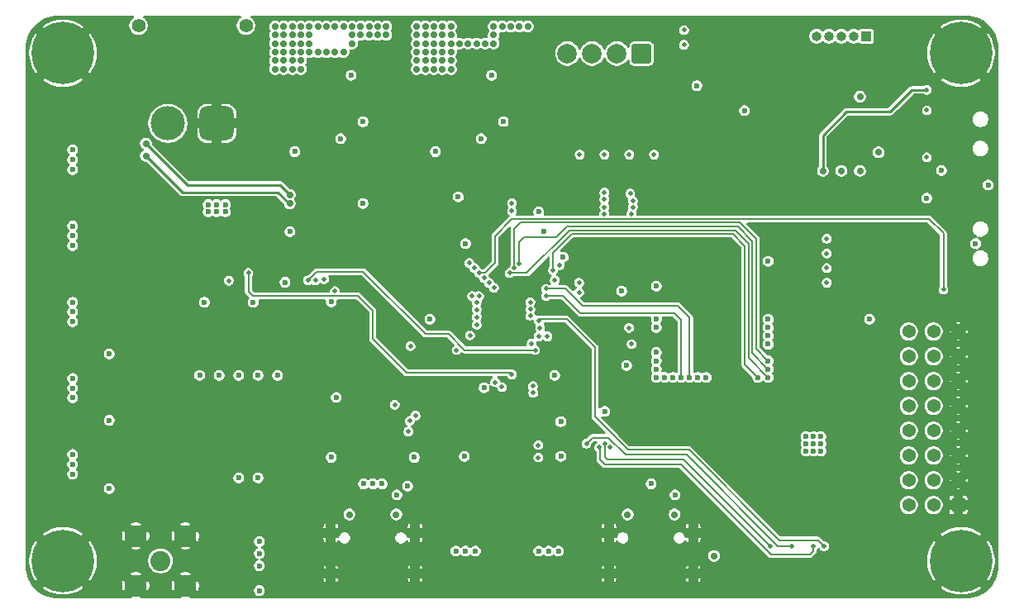
<source format=gbr>
%TF.GenerationSoftware,KiCad,Pcbnew,9.0.0*%
%TF.CreationDate,2025-07-16T14:45:31-07:00*%
%TF.ProjectId,aether,61657468-6572-42e6-9b69-6361645f7063,rev?*%
%TF.SameCoordinates,Original*%
%TF.FileFunction,Copper,L5,Inr*%
%TF.FilePolarity,Positive*%
%FSLAX46Y46*%
G04 Gerber Fmt 4.6, Leading zero omitted, Abs format (unit mm)*
G04 Created by KiCad (PCBNEW 9.0.0) date 2025-07-16 14:45:31*
%MOMM*%
%LPD*%
G01*
G04 APERTURE LIST*
G04 Aperture macros list*
%AMRoundRect*
0 Rectangle with rounded corners*
0 $1 Rounding radius*
0 $2 $3 $4 $5 $6 $7 $8 $9 X,Y pos of 4 corners*
0 Add a 4 corners polygon primitive as box body*
4,1,4,$2,$3,$4,$5,$6,$7,$8,$9,$2,$3,0*
0 Add four circle primitives for the rounded corners*
1,1,$1+$1,$2,$3*
1,1,$1+$1,$4,$5*
1,1,$1+$1,$6,$7*
1,1,$1+$1,$8,$9*
0 Add four rect primitives between the rounded corners*
20,1,$1+$1,$2,$3,$4,$5,0*
20,1,$1+$1,$4,$5,$6,$7,0*
20,1,$1+$1,$6,$7,$8,$9,0*
20,1,$1+$1,$8,$9,$2,$3,0*%
G04 Aperture macros list end*
%TA.AperFunction,HeatsinkPad*%
%ADD10O,1.000000X2.100000*%
%TD*%
%TA.AperFunction,HeatsinkPad*%
%ADD11O,1.000000X1.800000*%
%TD*%
%TA.AperFunction,ComponentPad*%
%ADD12C,0.800000*%
%TD*%
%TA.AperFunction,ComponentPad*%
%ADD13C,6.400000*%
%TD*%
%TA.AperFunction,ComponentPad*%
%ADD14C,2.050000*%
%TD*%
%TA.AperFunction,ComponentPad*%
%ADD15C,2.250000*%
%TD*%
%TA.AperFunction,ComponentPad*%
%ADD16C,1.400000*%
%TD*%
%TA.AperFunction,ComponentPad*%
%ADD17RoundRect,0.770000X-0.980000X-0.980000X0.980000X-0.980000X0.980000X0.980000X-0.980000X0.980000X0*%
%TD*%
%TA.AperFunction,ComponentPad*%
%ADD18C,3.500000*%
%TD*%
%TA.AperFunction,ComponentPad*%
%ADD19R,1.370000X1.370000*%
%TD*%
%TA.AperFunction,ComponentPad*%
%ADD20C,1.370000*%
%TD*%
%TA.AperFunction,ComponentPad*%
%ADD21R,1.000000X1.000000*%
%TD*%
%TA.AperFunction,ComponentPad*%
%ADD22O,1.000000X1.000000*%
%TD*%
%TA.AperFunction,ComponentPad*%
%ADD23RoundRect,0.250000X0.750000X0.750000X-0.750000X0.750000X-0.750000X-0.750000X0.750000X-0.750000X0*%
%TD*%
%TA.AperFunction,ComponentPad*%
%ADD24C,2.000000*%
%TD*%
%TA.AperFunction,ViaPad*%
%ADD25C,0.500000*%
%TD*%
%TA.AperFunction,ViaPad*%
%ADD26C,0.600000*%
%TD*%
%TA.AperFunction,ViaPad*%
%ADD27C,0.700000*%
%TD*%
%TA.AperFunction,Conductor*%
%ADD28C,0.200000*%
%TD*%
%TA.AperFunction,Conductor*%
%ADD29C,0.250000*%
%TD*%
G04 APERTURE END LIST*
D10*
%TO.N,GND*%
%TO.C,USB_STM32*%
X46430000Y-68125000D03*
D11*
X46430000Y-72325000D03*
D10*
X55070000Y-68125000D03*
D11*
X55070000Y-72325000D03*
%TD*%
D10*
%TO.N,GND*%
%TO.C,USB_ESP32*%
X74930000Y-68125000D03*
D11*
X74930000Y-72325000D03*
D10*
X83570000Y-68125000D03*
D11*
X83570000Y-72325000D03*
%TD*%
D12*
%TO.N,GND*%
%TO.C,H1*%
X16600000Y-19000000D03*
X17302944Y-17302944D03*
X17302944Y-20697056D03*
X19000000Y-16600000D03*
D13*
X19000000Y-19000000D03*
D12*
X19000000Y-21400000D03*
X20697056Y-17302944D03*
X20697056Y-20697056D03*
X21400000Y-19000000D03*
%TD*%
D14*
%TO.N,RFM95W_ANT*%
%TO.C,ANT1*%
X29000000Y-71000000D03*
D15*
%TO.N,GND*%
X31540000Y-73540000D03*
X31540000Y-68460000D03*
X26460000Y-73540000D03*
X26460000Y-68460000D03*
%TD*%
D12*
%TO.N,GND*%
%TO.C,H3*%
X108600000Y-71000000D03*
X109302944Y-69302944D03*
X109302944Y-72697056D03*
X111000000Y-68600000D03*
D13*
X111000000Y-71000000D03*
D12*
X111000000Y-73400000D03*
X112697056Y-69302944D03*
X112697056Y-72697056D03*
X113400000Y-71000000D03*
%TD*%
%TO.N,GND*%
%TO.C,H2*%
X16600000Y-71000000D03*
X17302944Y-69302944D03*
X17302944Y-72697056D03*
X19000000Y-68600000D03*
D13*
X19000000Y-71000000D03*
D12*
X19000000Y-73400000D03*
X20697056Y-69302944D03*
X20697056Y-72697056D03*
X21400000Y-71000000D03*
%TD*%
D16*
%TO.N,*%
%TO.C,XT30*%
X26750000Y-16175000D03*
X37750000Y-16175000D03*
D17*
%TO.N,GND*%
X34750000Y-26175000D03*
D18*
%TO.N,INA219_IN+*%
X29750000Y-26175000D03*
%TD*%
D19*
%TO.N,GND*%
%TO.C,PWM1*%
X110730000Y-65290000D03*
D20*
%TO.N,5V*%
X108190000Y-65290000D03*
%TO.N,PWM7*%
X105650000Y-65290000D03*
%TO.N,GND*%
X110730000Y-62750000D03*
%TO.N,5V*%
X108190000Y-62750000D03*
%TO.N,PWM6*%
X105650000Y-62750000D03*
%TO.N,GND*%
X110730000Y-60210000D03*
%TO.N,5V*%
X108190000Y-60210000D03*
%TO.N,PWM5*%
X105650000Y-60210000D03*
%TO.N,GND*%
X110730000Y-57670000D03*
%TO.N,5V*%
X108190000Y-57670000D03*
%TO.N,PWM4*%
X105650000Y-57670000D03*
%TO.N,GND*%
X110730000Y-55130000D03*
%TO.N,5V*%
X108190000Y-55130000D03*
%TO.N,PWM3*%
X105650000Y-55130000D03*
%TO.N,GND*%
X110730000Y-52590000D03*
%TO.N,5V*%
X108190000Y-52590000D03*
%TO.N,PWM2*%
X105650000Y-52590000D03*
%TO.N,GND*%
X110730000Y-50050000D03*
%TO.N,5V*%
X108190000Y-50050000D03*
%TO.N,PWM1*%
X105650000Y-50050000D03*
%TO.N,GND*%
X110730000Y-47510000D03*
%TO.N,5V*%
X108190000Y-47510000D03*
%TO.N,PWM0*%
X105650000Y-47510000D03*
%TD*%
D21*
%TO.N,GPS_RX*%
%TO.C,GPS_IO1*%
X101290000Y-17250000D03*
D22*
%TO.N,GPS_TX*%
X100020000Y-17250000D03*
%TO.N,GPS_RST*%
X98750000Y-17250000D03*
%TO.N,GPS_INT*%
X97480000Y-17250000D03*
%TO.N,GPS_SAFE*%
X96210000Y-17250000D03*
%TD*%
D23*
%TO.N,PYRO-TERM_D*%
%TO.C,PYRO1*%
X78285000Y-19025000D03*
D24*
%TO.N,PYRO-TERM_C*%
X75745000Y-19025000D03*
%TO.N,PYRO-TERM_B*%
X73205000Y-19025000D03*
%TO.N,PYRO-TERM_A*%
X70665000Y-19025000D03*
%TD*%
D12*
%TO.N,GND*%
%TO.C,H4*%
X108600000Y-19000000D03*
X109302944Y-17302944D03*
X109302944Y-20697056D03*
X111000000Y-16600000D03*
D13*
X111000000Y-19000000D03*
D12*
X111000000Y-21400000D03*
X112697056Y-17302944D03*
X112697056Y-20697056D03*
X113400000Y-19000000D03*
%TD*%
D25*
%TO.N,PYRO_A*%
X60634804Y-40490196D03*
%TO.N,PYRO_B*%
X61153562Y-41000000D03*
%TO.N,PYRO_D*%
X61625000Y-43875000D03*
%TO.N,STM32-NRST*%
X60908850Y-43875000D03*
%TO.N,V-TERM_C*%
X74475000Y-34750000D03*
D26*
%TO.N,GND*%
X74475000Y-32500000D03*
D25*
%TO.N,GPS_SCL*%
X65000000Y-35150000D03*
D27*
%TO.N,GND*%
X42050000Y-26600000D03*
X42950000Y-25700000D03*
X64100000Y-23375000D03*
D26*
X55375000Y-52712500D03*
D27*
X65395000Y-27750000D03*
X51100000Y-23832500D03*
D26*
X43000000Y-52000000D03*
X64250000Y-57000000D03*
D27*
X64457500Y-27750000D03*
D26*
X67750000Y-34270000D03*
D27*
X57350000Y-25700000D03*
D26*
X71700000Y-34500000D03*
X78750000Y-39250000D03*
X31000000Y-62500000D03*
X65000000Y-59250000D03*
X87000000Y-32500000D03*
X85750000Y-47900000D03*
X87400000Y-46250000D03*
X77000000Y-38750000D03*
D27*
X105350000Y-33850000D03*
D26*
X47000000Y-52712500D03*
D27*
X64975000Y-21625000D03*
D26*
X112987550Y-23450025D03*
D27*
X50600000Y-28207500D03*
X64100000Y-24250000D03*
X64125000Y-26875000D03*
X51500000Y-28207500D03*
D26*
X101000000Y-58250000D03*
D27*
X55750000Y-40250000D03*
X66750000Y-26000000D03*
X42050000Y-25700000D03*
D26*
X65750000Y-58500000D03*
D27*
X51100000Y-27332500D03*
X51100000Y-22082500D03*
X49350000Y-22082500D03*
X56450000Y-25700000D03*
D26*
X50000000Y-56750000D03*
D27*
X64125000Y-25125000D03*
D26*
X84100000Y-47900000D03*
X87400000Y-47900000D03*
D27*
X66232500Y-27750000D03*
D26*
X65750000Y-57000000D03*
X71500000Y-52000000D03*
X27500000Y-67000000D03*
X79250000Y-65300000D03*
D27*
X65850000Y-26000000D03*
D26*
X85750000Y-46250000D03*
D27*
X51100000Y-24707500D03*
X66750000Y-20750000D03*
D26*
X92750000Y-53250000D03*
X57250000Y-39695000D03*
D27*
X105350000Y-20650000D03*
X64957500Y-25125000D03*
X66750000Y-22500000D03*
X41150000Y-26600000D03*
D26*
X36000000Y-45500000D03*
X45500000Y-56000000D03*
D27*
X51100000Y-26457500D03*
D26*
X87750000Y-32500000D03*
X20000000Y-51300000D03*
D27*
X52000000Y-24707500D03*
X66750000Y-24250000D03*
D26*
X64250000Y-58500000D03*
D27*
X52000000Y-23832500D03*
X65850000Y-20750000D03*
D26*
X27250000Y-71000000D03*
X30500000Y-67000000D03*
X27250000Y-70250000D03*
D27*
X56450000Y-26600000D03*
X52000000Y-22082500D03*
X64100000Y-21625000D03*
X51500000Y-46250000D03*
X64100000Y-22500000D03*
D26*
X88500000Y-32500000D03*
D27*
X63582500Y-27750000D03*
D26*
X30750000Y-70250000D03*
D25*
X101287500Y-41000000D03*
D27*
X51100000Y-21207500D03*
D26*
X41750000Y-41495000D03*
X59500000Y-34667500D03*
D27*
X50225000Y-21207500D03*
D26*
X20000000Y-35700000D03*
D25*
X101287500Y-42500000D03*
D26*
X30750000Y-71750000D03*
X100250000Y-55025000D03*
D27*
X47450000Y-24500000D03*
X61850000Y-24500000D03*
D26*
X65000000Y-57750000D03*
D27*
X65850000Y-21625000D03*
D26*
X100250000Y-55675000D03*
X101000000Y-59000000D03*
X27250000Y-71750000D03*
D27*
X51100000Y-25582500D03*
X66750000Y-23375000D03*
D26*
X62250000Y-70000000D03*
D27*
X65850000Y-24250000D03*
X60900000Y-24500000D03*
X46500000Y-24500000D03*
X92150000Y-33850000D03*
D26*
X112987550Y-42299975D03*
D27*
X58250000Y-25700000D03*
D26*
X91250000Y-42425000D03*
X83625000Y-28750000D03*
X89250000Y-32500000D03*
D27*
X65875000Y-26875000D03*
D26*
X84100000Y-44600000D03*
X29000000Y-52000000D03*
X100250000Y-48525000D03*
X84100000Y-46250000D03*
D27*
X49350000Y-22957500D03*
X57350000Y-26600000D03*
X52000000Y-21207500D03*
X65832500Y-25125000D03*
X64975000Y-23375000D03*
X41150000Y-25700000D03*
X51100000Y-22957500D03*
X64975000Y-26000000D03*
X66750000Y-21625000D03*
X52000000Y-27332500D03*
X50225000Y-22957500D03*
X48850000Y-28207500D03*
D26*
X20000000Y-43500000D03*
D27*
X45550000Y-24500000D03*
X65850000Y-22500000D03*
X49350000Y-24707500D03*
D26*
X101000000Y-59750000D03*
X85750000Y-44600000D03*
D27*
X59950000Y-24500000D03*
D25*
X101287500Y-38000000D03*
D26*
X95875000Y-46250000D03*
X55800000Y-48375000D03*
D27*
X50225000Y-22082500D03*
D25*
X60700000Y-47200000D03*
D26*
X43500000Y-44475000D03*
D27*
X64975000Y-20750000D03*
X51500000Y-47500000D03*
X50225000Y-27332500D03*
D25*
X101287500Y-39500000D03*
D27*
X65000000Y-26875000D03*
X64975000Y-22500000D03*
X55550000Y-26600000D03*
X52000000Y-22957500D03*
X64100000Y-20750000D03*
D26*
X20000000Y-59100000D03*
X77050000Y-55700000D03*
X50750000Y-65300000D03*
X72000000Y-55700000D03*
X112987550Y-34700025D03*
D27*
X55550000Y-25700000D03*
X66732500Y-25125000D03*
X43850000Y-25700000D03*
D26*
X30750000Y-71000000D03*
X85700000Y-72850000D03*
D27*
X50225000Y-23832500D03*
X65850000Y-23375000D03*
X50225000Y-24707500D03*
D26*
X41250000Y-35750000D03*
D27*
X92150000Y-20650000D03*
X49725000Y-28207500D03*
X52000000Y-26457500D03*
D26*
X70750000Y-70000000D03*
X20000000Y-27900000D03*
X39125000Y-72770000D03*
D27*
X54500000Y-40250000D03*
D26*
X65740000Y-53250000D03*
X60250000Y-52400000D03*
X47510000Y-60400000D03*
X65750000Y-60000000D03*
X64250000Y-60000000D03*
X112987550Y-31049975D03*
D27*
X64975000Y-24250000D03*
D26*
X90275000Y-26050000D03*
X87400000Y-44600000D03*
D27*
X49350000Y-21207500D03*
X49350000Y-23832500D03*
X66775000Y-26875000D03*
X52000000Y-25582500D03*
D26*
X70000000Y-58500000D03*
D27*
X42950000Y-26600000D03*
D26*
X92750000Y-39250000D03*
X97250000Y-54700000D03*
D25*
%TO.N,3.3V*%
X82625000Y-16625000D03*
D27*
X47750000Y-16250000D03*
X40750000Y-18875000D03*
X41625000Y-18000000D03*
X43375000Y-18000000D03*
D26*
X88812500Y-24880000D03*
D27*
X48625000Y-17125000D03*
X42500000Y-17125000D03*
D26*
X95137500Y-58250000D03*
D27*
X43375000Y-18875000D03*
D26*
X49750000Y-34375000D03*
X83937500Y-22312436D03*
D27*
X48625000Y-18000000D03*
D26*
X70000000Y-60280000D03*
X69375000Y-52000000D03*
D27*
X41625000Y-20625000D03*
D26*
X96637500Y-59000000D03*
D27*
X43375000Y-20625000D03*
D26*
X68250000Y-37250000D03*
X60125000Y-60280000D03*
X76250000Y-43360000D03*
D27*
X47750000Y-18875000D03*
D26*
X47000000Y-54250000D03*
X39125000Y-69000000D03*
X37000000Y-62500000D03*
X76750000Y-51000000D03*
X20000000Y-60100000D03*
D27*
X42500000Y-18875000D03*
X40750000Y-20625000D03*
X50375000Y-16250000D03*
D26*
X95887500Y-58250000D03*
D27*
X85700000Y-70500000D03*
D26*
X23750000Y-63600000D03*
X46490000Y-60400000D03*
X112500000Y-38500000D03*
D27*
X44250000Y-16250000D03*
D26*
X42250000Y-37250000D03*
X67750000Y-35230000D03*
D27*
X43375000Y-16250000D03*
X42500000Y-19750000D03*
D26*
X56590000Y-46250000D03*
D27*
X43375000Y-17125000D03*
X52125000Y-17125000D03*
X40750000Y-16250000D03*
D26*
X70000000Y-56750000D03*
X55000000Y-60400000D03*
X23750000Y-56600000D03*
X95137500Y-59750000D03*
X95887500Y-59000000D03*
D27*
X46875000Y-16250000D03*
X41625000Y-18875000D03*
X45125000Y-16250000D03*
X46875000Y-18875000D03*
X50375000Y-17125000D03*
X49500000Y-17125000D03*
D26*
X74500000Y-55700000D03*
X33500000Y-44500000D03*
D27*
X43375000Y-19750000D03*
X41625000Y-19750000D03*
D26*
X96637500Y-58250000D03*
D27*
X44250000Y-18000000D03*
X44250000Y-17125000D03*
D26*
X68750000Y-70000000D03*
D27*
X49500000Y-16250000D03*
D26*
X81700000Y-64250000D03*
D27*
X100650000Y-23450000D03*
D26*
X60250000Y-38500000D03*
X46500000Y-44475000D03*
X62130000Y-53250000D03*
D27*
X41625000Y-16250000D03*
X40750000Y-17125000D03*
X51250000Y-16250000D03*
X42500000Y-20625000D03*
X48625000Y-16250000D03*
D26*
X113775050Y-32500000D03*
D27*
X46000000Y-18875000D03*
D26*
X59500000Y-33707500D03*
X70250000Y-39875000D03*
D27*
X52125000Y-16250000D03*
X46000000Y-16250000D03*
D26*
X95887500Y-59750000D03*
D27*
X42500000Y-18000000D03*
X45125000Y-18875000D03*
D26*
X23750000Y-49800000D03*
X20000000Y-52300000D03*
D27*
X44250000Y-18875000D03*
X40750000Y-18000000D03*
D26*
X53200000Y-64250000D03*
X41750000Y-42455000D03*
X101625000Y-46250000D03*
X96637500Y-59750000D03*
X60250000Y-70000000D03*
D27*
X42500000Y-16250000D03*
D26*
X38500000Y-44500000D03*
D27*
X51250000Y-17125000D03*
X40750000Y-19750000D03*
X41625000Y-17125000D03*
D26*
X95137500Y-59000000D03*
%TO.N,STM32-NRST*%
X61250000Y-70000000D03*
X39125000Y-74040000D03*
%TO.N,ESP32-GPIO0*%
X109000000Y-31000000D03*
X67750000Y-70000000D03*
X79800000Y-42850000D03*
%TO.N,ESP32-EN*%
X91250000Y-40300000D03*
X69750000Y-70000000D03*
%TO.N,Net-(U10-SW)*%
X64150000Y-26020000D03*
X62900000Y-21250000D03*
D27*
%TO.N,5V*%
X56125000Y-18875000D03*
X57000000Y-18000000D03*
X63125000Y-17125000D03*
X57000000Y-19750000D03*
X57875000Y-20625000D03*
X58750000Y-17125000D03*
D26*
X20000000Y-28900000D03*
X20000000Y-36700000D03*
D27*
X57875000Y-17125000D03*
X55250000Y-18875000D03*
X63125000Y-16250000D03*
D26*
X20000000Y-44500000D03*
D27*
X58750000Y-20625000D03*
X62250000Y-18000000D03*
X58750000Y-19750000D03*
X55250000Y-18000000D03*
X56125000Y-18000000D03*
X55250000Y-16250000D03*
X66625000Y-16250000D03*
X56125000Y-19750000D03*
X64875000Y-16250000D03*
X57875000Y-19750000D03*
X56125000Y-16250000D03*
X57875000Y-18000000D03*
X55250000Y-19750000D03*
X61375000Y-18000000D03*
X55250000Y-17125000D03*
X55250000Y-20625000D03*
X56125000Y-17125000D03*
X64000000Y-16250000D03*
X57000000Y-18875000D03*
X60500000Y-18000000D03*
X57000000Y-16250000D03*
X57875000Y-16250000D03*
D25*
X82625000Y-18125000D03*
D27*
X56125000Y-20625000D03*
X57875000Y-18875000D03*
X57000000Y-20625000D03*
X63125000Y-18000000D03*
X65750000Y-16250000D03*
X58750000Y-18875000D03*
X57000000Y-17125000D03*
X58750000Y-18000000D03*
X59625000Y-18000000D03*
X58750000Y-16250000D03*
D26*
%TO.N,Net-(U11-SW)*%
X49750000Y-26020000D03*
X48500000Y-21250000D03*
D27*
%TO.N,VBUS*%
X53150000Y-66250000D03*
D26*
X34750000Y-35250000D03*
X50750000Y-63112500D03*
X35625000Y-35250000D03*
X34750000Y-34500000D03*
D27*
X81650000Y-66250000D03*
D26*
X33875000Y-35250000D03*
X79250000Y-63112500D03*
D27*
X48350000Y-66250000D03*
D26*
X33875000Y-34500000D03*
X35625000Y-34500000D03*
D27*
X76850000Y-66250000D03*
D26*
%TO.N,ESP32-I2C1_SDA*%
X20000000Y-61100000D03*
X79800000Y-46250000D03*
%TO.N,ESP32-I2C1_SCL*%
X20000000Y-62100000D03*
X79800000Y-47100000D03*
D25*
%TO.N,STM32-I2C2_SCL*%
X67150000Y-53100001D03*
D26*
X20000000Y-54300000D03*
D25*
%TO.N,STM32-I2C2_SDA*%
X67171078Y-53796078D03*
D26*
X20000000Y-53300000D03*
D27*
%TO.N,INA219_IN+*%
X27500000Y-28250000D03*
X42250000Y-33500000D03*
D25*
%TO.N,PYRO-TERM_B*%
X77375000Y-34099997D03*
%TO.N,PYRO-TERM_A*%
X77116267Y-33366267D03*
%TO.N,PYRO-TERM_C*%
X77375000Y-34750000D03*
%TO.N,PYRO-TERM_D*%
X77250000Y-35450000D03*
%TO.N,BNO086_MISO*%
X44875000Y-42250000D03*
X68625000Y-48000000D03*
X53000000Y-55000000D03*
X73950000Y-59375000D03*
X95875000Y-69500000D03*
X36000000Y-42300000D03*
%TO.N,SD_CS*%
X96975000Y-69500000D03*
X67750000Y-46375000D03*
%TO.N,BNO086_MOSI*%
X67750000Y-48000000D03*
X54383946Y-57750000D03*
X74500000Y-59000000D03*
X46875000Y-43375000D03*
X91475000Y-69500000D03*
%TO.N,BNO086_SCK*%
X72625000Y-59000000D03*
X45750000Y-42125000D03*
X54533946Y-56658946D03*
X93675000Y-69500000D03*
X67000000Y-48750000D03*
D27*
%TO.N,INA219_IN-*%
X27500000Y-29500000D03*
X42250000Y-34400003D03*
D25*
%TO.N,STM32-BOOT0*%
X109200000Y-43195000D03*
D26*
X59250000Y-70000000D03*
D25*
X61644606Y-41499999D03*
%TO.N,PYRO_D*%
X79555000Y-29375000D03*
%TO.N,PYRO_C*%
X77015000Y-29375000D03*
%TO.N,PYRO_B*%
X74475000Y-29375000D03*
%TO.N,PYRO_A*%
X71935000Y-29375000D03*
%TO.N,ESP32-I2C2_SCL*%
X77250000Y-48800000D03*
X77000000Y-47125000D03*
%TO.N,ESP32-TX2*%
X68500000Y-43875000D03*
D26*
X82350000Y-52200000D03*
%TO.N,ESP32-RX2*%
X83200000Y-52200000D03*
D25*
X68500000Y-43125000D03*
%TO.N,GPS_TX*%
X107500000Y-29660000D03*
%TO.N,GPS_RX*%
X107500000Y-24840000D03*
D27*
%TO.N,PULSE*%
X96850000Y-31050000D03*
D25*
X107500000Y-22750000D03*
%TO.N,GPS_SDA*%
X62144606Y-41999999D03*
D27*
X100650000Y-31050000D03*
D26*
X107500000Y-33850000D03*
D25*
X65000000Y-34350000D03*
D27*
%TO.N,GPS_SCL*%
X102550000Y-29150000D03*
D25*
X62648242Y-42503635D03*
D26*
%TO.N,Net-(U10-EN)*%
X57150000Y-29075000D03*
X61850000Y-27750000D03*
%TO.N,Net-(U11-EN)*%
X42750000Y-29075000D03*
X47450000Y-27750000D03*
%TO.N,RFD_900*%
X91250000Y-46250000D03*
D25*
X97250000Y-38000000D03*
%TO.N,CROSS_SPI*%
X97250000Y-42500000D03*
D26*
X91250000Y-48800000D03*
%TO.N,CROSS_I2C*%
X91250000Y-47950000D03*
D25*
X97250000Y-41000000D03*
%TO.N,CROSS_UART*%
X97250000Y-39500000D03*
D26*
X91250000Y-47100000D03*
D27*
%TO.N,GPS_SAFE*%
X98750000Y-31050000D03*
D26*
%TO.N,ESP32-SPI1_CS0*%
X35000000Y-52000000D03*
X79800000Y-51350000D03*
%TO.N,ESP32-SPI1_MISO*%
X81500000Y-52200000D03*
X41000000Y-52000000D03*
%TO.N,ESP32-SPI1_MOSI*%
X79800000Y-52200000D03*
X39000000Y-52000000D03*
%TO.N,RFM95W_DI0*%
X79800000Y-50500000D03*
X39000000Y-62500000D03*
%TO.N,ESP32-SPI1_SCK*%
X37000000Y-52000000D03*
X80650000Y-52200000D03*
%TO.N,RFM95W_RST*%
X33000000Y-52000000D03*
X79800000Y-49650000D03*
D25*
%TO.N,V-TERM_D*%
X74475000Y-35450000D03*
X61400000Y-46800000D03*
%TO.N,V-TERM_B*%
X74468046Y-33955123D03*
X61400000Y-45250000D03*
%TO.N,V-TERM_A*%
X74475000Y-33250000D03*
X61400000Y-44500000D03*
%TO.N,V-TERM_C*%
X61398661Y-46022304D03*
%TO.N,FLASH_CLK*%
X67700000Y-59135000D03*
X63275000Y-52700000D03*
D26*
%TO.N,STM32-UART2_RX*%
X20000000Y-37700000D03*
D25*
X54600000Y-49000000D03*
%TO.N,H3LIS331DL_CS*%
X75050000Y-59375000D03*
X67875000Y-47125000D03*
%TO.N,ESP32-SPI2_MISO*%
X65250000Y-41000000D03*
D26*
X91250000Y-50500000D03*
%TO.N,STM32-SWDIO*%
X39125000Y-70230000D03*
D25*
X69375000Y-42250000D03*
%TO.N,LSM6DSO32TR_CS*%
X38000000Y-41500000D03*
X65000000Y-51900000D03*
%TO.N,ESP32-SPI2_CS0*%
X69208946Y-41208946D03*
D26*
X90175000Y-52200000D03*
%TO.N,STM32-RGB_IN*%
X54300000Y-63335000D03*
D25*
X60700000Y-47900000D03*
%TO.N,ESP32-SPI2_SCK*%
X65750000Y-40507539D03*
D26*
X91250000Y-51350000D03*
%TO.N,STM32-UART1_TX*%
X20000000Y-30900000D03*
D25*
X66875000Y-45224997D03*
%TO.N,FLASH_SDI*%
X67700000Y-60405000D03*
X63975000Y-53200000D03*
%TO.N,DPS310_CSB*%
X44125000Y-42250000D03*
X67375000Y-49399000D03*
%TO.N,ESP32-SPI2_MOSI*%
X64750000Y-41500000D03*
D26*
X91250000Y-52200000D03*
D25*
%TO.N,BNO086_CS*%
X55125000Y-56125000D03*
X66875000Y-45875000D03*
D26*
%TO.N,STM32-UART1_RX*%
X20000000Y-29900000D03*
D25*
X66875000Y-44500000D03*
%TO.N,STM32_USB_D-*%
X71880699Y-43494301D03*
D26*
X49800000Y-63112500D03*
D25*
%TO.N,STM32_USB_D+*%
X71875000Y-42500000D03*
D26*
X51700000Y-63112500D03*
D25*
%TO.N,STM32-UART2_TX*%
X59325000Y-49399000D03*
D26*
X20000000Y-38700000D03*
D25*
%TO.N,STM32-SWCLK*%
X69869559Y-40711668D03*
D26*
X39125000Y-71500000D03*
%TO.N,ESP32-TX1*%
X20000000Y-46500000D03*
X84050000Y-52200000D03*
%TO.N,ESP32-RX1*%
X84900000Y-52200000D03*
X20000000Y-45500000D03*
%TO.N,GND*%
X72500000Y-39975000D03*
D25*
%TO.N,PYRO_C*%
X63150198Y-43005592D03*
%TO.N,GND*%
X71125000Y-28625000D03*
X70625000Y-28625000D03*
X71628768Y-28621232D03*
X78250000Y-28625000D03*
X78750000Y-28625000D03*
X74125000Y-28625000D03*
X73125000Y-28625000D03*
X73625000Y-28625000D03*
X76625000Y-28625000D03*
X75625000Y-28625000D03*
X76125000Y-28625000D03*
X79250000Y-28625000D03*
%TD*%
D28*
%TO.N,ESP32-SPI2_CS0*%
X69208946Y-41208946D02*
X69208946Y-39416054D01*
X87625000Y-37500000D02*
X88875000Y-38750000D01*
X88875000Y-38750000D02*
X88875000Y-50900000D01*
X71125000Y-37500000D02*
X87625000Y-37500000D01*
X69208946Y-39416054D02*
X71125000Y-37500000D01*
X88875000Y-50900000D02*
X90175000Y-52200000D01*
%TO.N,ESP32-TX2*%
X68500000Y-43875000D02*
X70250000Y-43875000D01*
X70250000Y-43875000D02*
X72000000Y-45625000D01*
X72000000Y-45625000D02*
X81628612Y-45625000D01*
X81628612Y-45625000D02*
X82350000Y-46346388D01*
X82350000Y-46346388D02*
X82350000Y-52200000D01*
%TO.N,ESP32-RX2*%
X68500000Y-43125000D02*
X70500000Y-43125000D01*
X70500000Y-43125000D02*
X72250000Y-44875000D01*
X72250000Y-44875000D02*
X82000000Y-44875000D01*
X82000000Y-44875000D02*
X83200000Y-46075000D01*
X83200000Y-46075000D02*
X83200000Y-52200000D01*
%TO.N,BNO086_SCK*%
X72625000Y-59000000D02*
X73250000Y-58375000D01*
X73250000Y-58375000D02*
X74875000Y-58375000D01*
X74875000Y-58375000D02*
X76625000Y-60125000D01*
X76625000Y-60125000D02*
X82875000Y-60125000D01*
X82875000Y-60125000D02*
X92250000Y-69500000D01*
X92250000Y-69500000D02*
X93675000Y-69500000D01*
%TO.N,BNO086_MOSI*%
X74500000Y-59000000D02*
X74500000Y-60375000D01*
X74750000Y-60625000D02*
X82600000Y-60625000D01*
X74500000Y-60375000D02*
X74750000Y-60625000D01*
X82600000Y-60625000D02*
X91475000Y-69500000D01*
%TO.N,SD_CS*%
X67750000Y-46375000D02*
X67875000Y-46250000D01*
X70625000Y-46250000D02*
X73500000Y-49125000D01*
X67875000Y-46250000D02*
X70625000Y-46250000D01*
X73500000Y-49125000D02*
X73500000Y-56250000D01*
X73500000Y-56250000D02*
X76875000Y-59625000D01*
X92375000Y-68875000D02*
X96350000Y-68875000D01*
X76875000Y-59625000D02*
X83125000Y-59625000D01*
X83125000Y-59625000D02*
X92375000Y-68875000D01*
X96350000Y-68875000D02*
X96975000Y-69500000D01*
%TO.N,BNO086_MISO*%
X95875000Y-69500000D02*
X95875000Y-70000000D01*
X95500000Y-70375000D02*
X91562500Y-70375000D01*
X95875000Y-70000000D02*
X95500000Y-70375000D01*
X91562500Y-70375000D02*
X82312500Y-61125000D01*
X82312500Y-61125000D02*
X74500000Y-61125000D01*
X74500000Y-61125000D02*
X74000000Y-60625000D01*
X74000000Y-60625000D02*
X74000000Y-59425000D01*
X74000000Y-59425000D02*
X73950000Y-59375000D01*
%TO.N,STM32-BOOT0*%
X61644606Y-41499999D02*
X62250001Y-41499999D01*
X62250001Y-41499999D02*
X63250000Y-40500000D01*
%TO.N,ESP32-SPI2_SCK*%
X66250000Y-37875000D02*
X69500000Y-37875000D01*
X89625000Y-38250000D02*
X89625000Y-49725000D01*
X65750000Y-38375000D02*
X66250000Y-37875000D01*
X69500000Y-37875000D02*
X70625000Y-36750000D01*
X89625000Y-49725000D02*
X91250000Y-51350000D01*
X70625000Y-36750000D02*
X88125000Y-36750000D01*
X65750000Y-40507539D02*
X65750000Y-38375000D01*
X88125000Y-36750000D02*
X89625000Y-38250000D01*
%TO.N,ESP32-SPI2_MOSI*%
X91250000Y-52200000D02*
X89250000Y-50200000D01*
X66500000Y-41500000D02*
X64750000Y-41500000D01*
X89250000Y-50200000D02*
X89250000Y-38500000D01*
X87875000Y-37125000D02*
X70875000Y-37125000D01*
X89250000Y-38500000D02*
X87875000Y-37125000D01*
X70875000Y-37125000D02*
X66500000Y-41500000D01*
%TO.N,ESP32-SPI2_MISO*%
X65250000Y-37000000D02*
X65899000Y-36351000D01*
X65899000Y-36351000D02*
X88351000Y-36351000D01*
X65250000Y-41000000D02*
X65250000Y-37000000D01*
X88351000Y-36351000D02*
X90000000Y-38000000D01*
X90000000Y-38000000D02*
X90000000Y-49250000D01*
X90000000Y-49250000D02*
X91250000Y-50500000D01*
%TO.N,DPS310_CSB*%
X67375000Y-49399000D02*
X60149000Y-49399000D01*
X60149000Y-49399000D02*
X58500000Y-47750000D01*
X49750000Y-41375000D02*
X45000000Y-41375000D01*
X58500000Y-47750000D02*
X56125000Y-47750000D01*
X56125000Y-47750000D02*
X49750000Y-41375000D01*
X45000000Y-41375000D02*
X44125000Y-42250000D01*
%TO.N,LSM6DSO32TR_CS*%
X65000000Y-51900000D02*
X64975000Y-51900000D01*
X64975000Y-51900000D02*
X64775000Y-51700000D01*
X64775000Y-51700000D02*
X54175000Y-51700000D01*
X54175000Y-51700000D02*
X50750000Y-48275000D01*
X50750000Y-48275000D02*
X50750000Y-45375000D01*
X38475000Y-43875000D02*
X38000000Y-43400000D01*
X50750000Y-45375000D02*
X49250000Y-43875000D01*
X49250000Y-43875000D02*
X38475000Y-43875000D01*
X38000000Y-43400000D02*
X38000000Y-41500000D01*
D29*
%TO.N,INA219_IN+*%
X27500000Y-28250000D02*
X31750000Y-32500000D01*
X41250000Y-32500000D02*
X42250000Y-33500000D01*
X31750000Y-32500000D02*
X41250000Y-32500000D01*
%TO.N,INA219_IN-*%
X41000000Y-33250000D02*
X42150003Y-34400003D01*
X27500000Y-29500000D02*
X31250000Y-33250000D01*
X31250000Y-33250000D02*
X41000000Y-33250000D01*
%TO.N,PULSE*%
X96850000Y-27400000D02*
X96850000Y-31050000D01*
X107500000Y-22750000D02*
X105964698Y-22750000D01*
X105964698Y-22750000D02*
X103714698Y-25000000D01*
X103714698Y-25000000D02*
X99250000Y-25000000D01*
X99250000Y-25000000D02*
X96850000Y-27400000D01*
D28*
%TO.N,LSM6DSO32TR_CS*%
X64975000Y-51925000D02*
X65000000Y-51900000D01*
%TO.N,STM32-BOOT0*%
X107750000Y-36000000D02*
X109200000Y-37450000D01*
X109200000Y-37450000D02*
X109200000Y-43195000D01*
X65000000Y-36000000D02*
X107750000Y-36000000D01*
X63250000Y-37750000D02*
X65000000Y-36000000D01*
X63250000Y-40500000D02*
X63250000Y-37750000D01*
%TD*%
%TA.AperFunction,Conductor*%
%TO.N,GND*%
G36*
X26230683Y-15170185D02*
G01*
X26276438Y-15222989D01*
X26286382Y-15292147D01*
X26257357Y-15355703D01*
X26232535Y-15377602D01*
X26144092Y-15436697D01*
X26144088Y-15436700D01*
X26011700Y-15569088D01*
X26011697Y-15569092D01*
X25907681Y-15724762D01*
X25907676Y-15724771D01*
X25836027Y-15897748D01*
X25836025Y-15897756D01*
X25799500Y-16081379D01*
X25799500Y-16268620D01*
X25836025Y-16452243D01*
X25836027Y-16452251D01*
X25907676Y-16625228D01*
X25907681Y-16625237D01*
X26011697Y-16780907D01*
X26011700Y-16780911D01*
X26144088Y-16913299D01*
X26144092Y-16913302D01*
X26299762Y-17017318D01*
X26299768Y-17017321D01*
X26299769Y-17017322D01*
X26472749Y-17088973D01*
X26656379Y-17125499D01*
X26656383Y-17125500D01*
X26656384Y-17125500D01*
X26843617Y-17125500D01*
X26843618Y-17125499D01*
X27027251Y-17088973D01*
X27200231Y-17017322D01*
X27355908Y-16913302D01*
X27488302Y-16780908D01*
X27592322Y-16625231D01*
X27663973Y-16452251D01*
X27700500Y-16268616D01*
X27700500Y-16081384D01*
X27663973Y-15897749D01*
X27592322Y-15724769D01*
X27592321Y-15724768D01*
X27592318Y-15724762D01*
X27488302Y-15569092D01*
X27488299Y-15569088D01*
X27355911Y-15436700D01*
X27355907Y-15436697D01*
X27267465Y-15377602D01*
X27222660Y-15323990D01*
X27213953Y-15254665D01*
X27244107Y-15191638D01*
X27303550Y-15154918D01*
X27336356Y-15150500D01*
X37163644Y-15150500D01*
X37230683Y-15170185D01*
X37276438Y-15222989D01*
X37286382Y-15292147D01*
X37257357Y-15355703D01*
X37232535Y-15377602D01*
X37144092Y-15436697D01*
X37144088Y-15436700D01*
X37011700Y-15569088D01*
X37011697Y-15569092D01*
X36907681Y-15724762D01*
X36907676Y-15724771D01*
X36836027Y-15897748D01*
X36836025Y-15897756D01*
X36799500Y-16081379D01*
X36799500Y-16268620D01*
X36836025Y-16452243D01*
X36836027Y-16452251D01*
X36907676Y-16625228D01*
X36907681Y-16625237D01*
X37011697Y-16780907D01*
X37011700Y-16780911D01*
X37144088Y-16913299D01*
X37144092Y-16913302D01*
X37299762Y-17017318D01*
X37299768Y-17017321D01*
X37299769Y-17017322D01*
X37472749Y-17088973D01*
X37656379Y-17125499D01*
X37656383Y-17125500D01*
X37656384Y-17125500D01*
X37843617Y-17125500D01*
X37843618Y-17125499D01*
X38027251Y-17088973D01*
X38200231Y-17017322D01*
X38355908Y-16913302D01*
X38488302Y-16780908D01*
X38592322Y-16625231D01*
X38663973Y-16452251D01*
X38700500Y-16268616D01*
X38700500Y-16170943D01*
X40149500Y-16170943D01*
X40149500Y-16329057D01*
X40152636Y-16340758D01*
X40190423Y-16481783D01*
X40190423Y-16481784D01*
X40273397Y-16625501D01*
X40289869Y-16693401D01*
X40273397Y-16749499D01*
X40190423Y-16893215D01*
X40190423Y-16893216D01*
X40149500Y-17045943D01*
X40149500Y-17204057D01*
X40177994Y-17310396D01*
X40190423Y-17356783D01*
X40190423Y-17356784D01*
X40273397Y-17500501D01*
X40289869Y-17568401D01*
X40273397Y-17624499D01*
X40190423Y-17768215D01*
X40190423Y-17768216D01*
X40149500Y-17920943D01*
X40149500Y-18079057D01*
X40189178Y-18227135D01*
X40190423Y-18231783D01*
X40190423Y-18231784D01*
X40273397Y-18375501D01*
X40289869Y-18443401D01*
X40273397Y-18499499D01*
X40190423Y-18643215D01*
X40190423Y-18643216D01*
X40149500Y-18795943D01*
X40149500Y-18954057D01*
X40161811Y-19000000D01*
X40190423Y-19106783D01*
X40190423Y-19106784D01*
X40273397Y-19250501D01*
X40289869Y-19318401D01*
X40273397Y-19374499D01*
X40190423Y-19518215D01*
X40190423Y-19518216D01*
X40149500Y-19670943D01*
X40149500Y-19829057D01*
X40163816Y-19882483D01*
X40190423Y-19981783D01*
X40190423Y-19981784D01*
X40273397Y-20125501D01*
X40289869Y-20193401D01*
X40273397Y-20249499D01*
X40190423Y-20393215D01*
X40190423Y-20393216D01*
X40149500Y-20545943D01*
X40149500Y-20704057D01*
X40177752Y-20809493D01*
X40190423Y-20856783D01*
X40190426Y-20856790D01*
X40269475Y-20993709D01*
X40269479Y-20993714D01*
X40269480Y-20993716D01*
X40381284Y-21105520D01*
X40381286Y-21105521D01*
X40381290Y-21105524D01*
X40506001Y-21177525D01*
X40518216Y-21184577D01*
X40670943Y-21225500D01*
X40670945Y-21225500D01*
X40829055Y-21225500D01*
X40829057Y-21225500D01*
X40981784Y-21184577D01*
X41118716Y-21105520D01*
X41118716Y-21105519D01*
X41125500Y-21101603D01*
X41193400Y-21085130D01*
X41249500Y-21101603D01*
X41256283Y-21105519D01*
X41256284Y-21105520D01*
X41393216Y-21184577D01*
X41545943Y-21225500D01*
X41545945Y-21225500D01*
X41704055Y-21225500D01*
X41704057Y-21225500D01*
X41856784Y-21184577D01*
X41993716Y-21105520D01*
X41993716Y-21105519D01*
X42000500Y-21101603D01*
X42068400Y-21085130D01*
X42124500Y-21101603D01*
X42131283Y-21105519D01*
X42131284Y-21105520D01*
X42268216Y-21184577D01*
X42420943Y-21225500D01*
X42420945Y-21225500D01*
X42579055Y-21225500D01*
X42579057Y-21225500D01*
X42731784Y-21184577D01*
X42868716Y-21105520D01*
X42868716Y-21105519D01*
X42875500Y-21101603D01*
X42943400Y-21085130D01*
X42999500Y-21101603D01*
X43006283Y-21105519D01*
X43006284Y-21105520D01*
X43143216Y-21184577D01*
X43295943Y-21225500D01*
X43295945Y-21225500D01*
X43454055Y-21225500D01*
X43454057Y-21225500D01*
X43606784Y-21184577D01*
X43618999Y-21177525D01*
X47949500Y-21177525D01*
X47949500Y-21322475D01*
X47987016Y-21462485D01*
X47987017Y-21462488D01*
X48059488Y-21588011D01*
X48059490Y-21588013D01*
X48059491Y-21588015D01*
X48161985Y-21690509D01*
X48161986Y-21690510D01*
X48161988Y-21690511D01*
X48287511Y-21762982D01*
X48287512Y-21762982D01*
X48287515Y-21762984D01*
X48427525Y-21800500D01*
X48427528Y-21800500D01*
X48572472Y-21800500D01*
X48572475Y-21800500D01*
X48712485Y-21762984D01*
X48838015Y-21690509D01*
X48940509Y-21588015D01*
X49012984Y-21462485D01*
X49050500Y-21322475D01*
X49050500Y-21177525D01*
X49012984Y-21037515D01*
X49012534Y-21036736D01*
X48940511Y-20911988D01*
X48940506Y-20911982D01*
X48838017Y-20809493D01*
X48838011Y-20809488D01*
X48712488Y-20737017D01*
X48712489Y-20737017D01*
X48701006Y-20733940D01*
X48572475Y-20699500D01*
X48427525Y-20699500D01*
X48298993Y-20733940D01*
X48287511Y-20737017D01*
X48161988Y-20809488D01*
X48161982Y-20809493D01*
X48059493Y-20911982D01*
X48059488Y-20911988D01*
X47987017Y-21037511D01*
X47987016Y-21037515D01*
X47949500Y-21177525D01*
X43618999Y-21177525D01*
X43743716Y-21105520D01*
X43855520Y-20993716D01*
X43934577Y-20856784D01*
X43975500Y-20704057D01*
X43975500Y-20545943D01*
X43934577Y-20393216D01*
X43855520Y-20256284D01*
X43855519Y-20256283D01*
X43851603Y-20249500D01*
X43835130Y-20181600D01*
X43851603Y-20125500D01*
X43869487Y-20094524D01*
X43934577Y-19981784D01*
X43975500Y-19829057D01*
X43975500Y-19670943D01*
X43959549Y-19611413D01*
X43961212Y-19541569D01*
X44000374Y-19483706D01*
X44064602Y-19456201D01*
X44111410Y-19459548D01*
X44170943Y-19475500D01*
X44170947Y-19475500D01*
X44329055Y-19475500D01*
X44329057Y-19475500D01*
X44481784Y-19434577D01*
X44618716Y-19355520D01*
X44618716Y-19355519D01*
X44625500Y-19351603D01*
X44693400Y-19335130D01*
X44749500Y-19351603D01*
X44756283Y-19355519D01*
X44756284Y-19355520D01*
X44893216Y-19434577D01*
X45045943Y-19475500D01*
X45045945Y-19475500D01*
X45204055Y-19475500D01*
X45204057Y-19475500D01*
X45356784Y-19434577D01*
X45493716Y-19355520D01*
X45493716Y-19355519D01*
X45500500Y-19351603D01*
X45568400Y-19335130D01*
X45624500Y-19351603D01*
X45631283Y-19355519D01*
X45631284Y-19355520D01*
X45768216Y-19434577D01*
X45920943Y-19475500D01*
X45920945Y-19475500D01*
X46079055Y-19475500D01*
X46079057Y-19475500D01*
X46231784Y-19434577D01*
X46368716Y-19355520D01*
X46368716Y-19355519D01*
X46375500Y-19351603D01*
X46443400Y-19335130D01*
X46499500Y-19351603D01*
X46506283Y-19355519D01*
X46506284Y-19355520D01*
X46643216Y-19434577D01*
X46795943Y-19475500D01*
X46795945Y-19475500D01*
X46954055Y-19475500D01*
X46954057Y-19475500D01*
X47106784Y-19434577D01*
X47243716Y-19355520D01*
X47243716Y-19355519D01*
X47250500Y-19351603D01*
X47318400Y-19335130D01*
X47374500Y-19351603D01*
X47381283Y-19355519D01*
X47381284Y-19355520D01*
X47518216Y-19434577D01*
X47670943Y-19475500D01*
X47670945Y-19475500D01*
X47829055Y-19475500D01*
X47829057Y-19475500D01*
X47981784Y-19434577D01*
X48118716Y-19355520D01*
X48230520Y-19243716D01*
X48309577Y-19106784D01*
X48350500Y-18954057D01*
X48350500Y-18795943D01*
X48334549Y-18736413D01*
X48336212Y-18666569D01*
X48375374Y-18608706D01*
X48439602Y-18581201D01*
X48486410Y-18584548D01*
X48545943Y-18600500D01*
X48545947Y-18600500D01*
X48704055Y-18600500D01*
X48704057Y-18600500D01*
X48856784Y-18559577D01*
X48993716Y-18480520D01*
X49105520Y-18368716D01*
X49184577Y-18231784D01*
X49225500Y-18079057D01*
X49225500Y-17920943D01*
X49209549Y-17861413D01*
X49211212Y-17791569D01*
X49250374Y-17733706D01*
X49314602Y-17706201D01*
X49361410Y-17709548D01*
X49420943Y-17725500D01*
X49420947Y-17725500D01*
X49579055Y-17725500D01*
X49579057Y-17725500D01*
X49731784Y-17684577D01*
X49868716Y-17605520D01*
X49868716Y-17605519D01*
X49875500Y-17601603D01*
X49943400Y-17585130D01*
X49999500Y-17601603D01*
X50006283Y-17605519D01*
X50006284Y-17605520D01*
X50143216Y-17684577D01*
X50295943Y-17725500D01*
X50295945Y-17725500D01*
X50454055Y-17725500D01*
X50454057Y-17725500D01*
X50606784Y-17684577D01*
X50743716Y-17605520D01*
X50743716Y-17605519D01*
X50750500Y-17601603D01*
X50818400Y-17585130D01*
X50874500Y-17601603D01*
X50881283Y-17605519D01*
X50881284Y-17605520D01*
X51018216Y-17684577D01*
X51170943Y-17725500D01*
X51170945Y-17725500D01*
X51329055Y-17725500D01*
X51329057Y-17725500D01*
X51481784Y-17684577D01*
X51618716Y-17605520D01*
X51618716Y-17605519D01*
X51625500Y-17601603D01*
X51693400Y-17585130D01*
X51749500Y-17601603D01*
X51756283Y-17605519D01*
X51756284Y-17605520D01*
X51893216Y-17684577D01*
X52045943Y-17725500D01*
X52045945Y-17725500D01*
X52204055Y-17725500D01*
X52204057Y-17725500D01*
X52356784Y-17684577D01*
X52493716Y-17605520D01*
X52605520Y-17493716D01*
X52684577Y-17356784D01*
X52725500Y-17204057D01*
X52725500Y-17045943D01*
X52684577Y-16893216D01*
X52605520Y-16756284D01*
X52605519Y-16756283D01*
X52601603Y-16749500D01*
X52585130Y-16681600D01*
X52601603Y-16625500D01*
X52624942Y-16585075D01*
X52684577Y-16481784D01*
X52725500Y-16329057D01*
X52725500Y-16170943D01*
X54649500Y-16170943D01*
X54649500Y-16329057D01*
X54652636Y-16340758D01*
X54690423Y-16481783D01*
X54690423Y-16481784D01*
X54773397Y-16625501D01*
X54789869Y-16693401D01*
X54773397Y-16749499D01*
X54690423Y-16893215D01*
X54690423Y-16893216D01*
X54649500Y-17045943D01*
X54649500Y-17204057D01*
X54677994Y-17310396D01*
X54690423Y-17356783D01*
X54690423Y-17356784D01*
X54773397Y-17500501D01*
X54789869Y-17568401D01*
X54773397Y-17624499D01*
X54690423Y-17768215D01*
X54690423Y-17768216D01*
X54649500Y-17920943D01*
X54649500Y-18079057D01*
X54689178Y-18227135D01*
X54690423Y-18231783D01*
X54690423Y-18231784D01*
X54773397Y-18375501D01*
X54789869Y-18443401D01*
X54773397Y-18499499D01*
X54690423Y-18643215D01*
X54690423Y-18643216D01*
X54649500Y-18795943D01*
X54649500Y-18954057D01*
X54661811Y-19000000D01*
X54690423Y-19106783D01*
X54690423Y-19106784D01*
X54773397Y-19250501D01*
X54789869Y-19318401D01*
X54773397Y-19374499D01*
X54690423Y-19518215D01*
X54690423Y-19518216D01*
X54649500Y-19670943D01*
X54649500Y-19829057D01*
X54663816Y-19882483D01*
X54690423Y-19981783D01*
X54690423Y-19981784D01*
X54773397Y-20125501D01*
X54789869Y-20193401D01*
X54773397Y-20249499D01*
X54690423Y-20393215D01*
X54690423Y-20393216D01*
X54649500Y-20545943D01*
X54649500Y-20704057D01*
X54677752Y-20809493D01*
X54690423Y-20856783D01*
X54690426Y-20856790D01*
X54769475Y-20993709D01*
X54769479Y-20993714D01*
X54769480Y-20993716D01*
X54881284Y-21105520D01*
X54881286Y-21105521D01*
X54881290Y-21105524D01*
X55006001Y-21177525D01*
X55018216Y-21184577D01*
X55170943Y-21225500D01*
X55170945Y-21225500D01*
X55329055Y-21225500D01*
X55329057Y-21225500D01*
X55481784Y-21184577D01*
X55618716Y-21105520D01*
X55618716Y-21105519D01*
X55625500Y-21101603D01*
X55693400Y-21085130D01*
X55749500Y-21101603D01*
X55756283Y-21105519D01*
X55756284Y-21105520D01*
X55893216Y-21184577D01*
X56045943Y-21225500D01*
X56045945Y-21225500D01*
X56204055Y-21225500D01*
X56204057Y-21225500D01*
X56356784Y-21184577D01*
X56493716Y-21105520D01*
X56493716Y-21105519D01*
X56500500Y-21101603D01*
X56568400Y-21085130D01*
X56624500Y-21101603D01*
X56631283Y-21105519D01*
X56631284Y-21105520D01*
X56768216Y-21184577D01*
X56920943Y-21225500D01*
X56920945Y-21225500D01*
X57079055Y-21225500D01*
X57079057Y-21225500D01*
X57231784Y-21184577D01*
X57368716Y-21105520D01*
X57368716Y-21105519D01*
X57375500Y-21101603D01*
X57443400Y-21085130D01*
X57499500Y-21101603D01*
X57506283Y-21105519D01*
X57506284Y-21105520D01*
X57643216Y-21184577D01*
X57795943Y-21225500D01*
X57795945Y-21225500D01*
X57954055Y-21225500D01*
X57954057Y-21225500D01*
X58106784Y-21184577D01*
X58243716Y-21105520D01*
X58243716Y-21105519D01*
X58250500Y-21101603D01*
X58318400Y-21085130D01*
X58374500Y-21101603D01*
X58381283Y-21105519D01*
X58381284Y-21105520D01*
X58518216Y-21184577D01*
X58670943Y-21225500D01*
X58670945Y-21225500D01*
X58829055Y-21225500D01*
X58829057Y-21225500D01*
X58981784Y-21184577D01*
X58993999Y-21177525D01*
X62349500Y-21177525D01*
X62349500Y-21322475D01*
X62387016Y-21462485D01*
X62387017Y-21462488D01*
X62459488Y-21588011D01*
X62459490Y-21588013D01*
X62459491Y-21588015D01*
X62561985Y-21690509D01*
X62561986Y-21690510D01*
X62561988Y-21690511D01*
X62687511Y-21762982D01*
X62687512Y-21762982D01*
X62687515Y-21762984D01*
X62827525Y-21800500D01*
X62827528Y-21800500D01*
X62972472Y-21800500D01*
X62972475Y-21800500D01*
X63112485Y-21762984D01*
X63238015Y-21690509D01*
X63340509Y-21588015D01*
X63412984Y-21462485D01*
X63450500Y-21322475D01*
X63450500Y-21177525D01*
X63412984Y-21037515D01*
X63412534Y-21036736D01*
X63340511Y-20911988D01*
X63340506Y-20911982D01*
X63238017Y-20809493D01*
X63238011Y-20809488D01*
X63112488Y-20737017D01*
X63112489Y-20737017D01*
X63101006Y-20733940D01*
X62972475Y-20699500D01*
X62827525Y-20699500D01*
X62698993Y-20733940D01*
X62687511Y-20737017D01*
X62561988Y-20809488D01*
X62561982Y-20809493D01*
X62459493Y-20911982D01*
X62459488Y-20911988D01*
X62387017Y-21037511D01*
X62387016Y-21037515D01*
X62349500Y-21177525D01*
X58993999Y-21177525D01*
X59118716Y-21105520D01*
X59230520Y-20993716D01*
X59309577Y-20856784D01*
X59350500Y-20704057D01*
X59350500Y-20545943D01*
X59309577Y-20393216D01*
X59230520Y-20256284D01*
X59230519Y-20256283D01*
X59226603Y-20249500D01*
X59210130Y-20181600D01*
X59226603Y-20125500D01*
X59244487Y-20094524D01*
X59309577Y-19981784D01*
X59350500Y-19829057D01*
X59350500Y-19670943D01*
X59309577Y-19518216D01*
X59230520Y-19381284D01*
X59230519Y-19381283D01*
X59226603Y-19374500D01*
X59210130Y-19306600D01*
X59226603Y-19250500D01*
X59273377Y-19169484D01*
X59309577Y-19106784D01*
X59350500Y-18954057D01*
X59350500Y-18926577D01*
X69414500Y-18926577D01*
X69414500Y-19123422D01*
X69445290Y-19317826D01*
X69506117Y-19505029D01*
X69576781Y-19643714D01*
X69595476Y-19680405D01*
X69711172Y-19839646D01*
X69850354Y-19978828D01*
X70009595Y-20094524D01*
X70057075Y-20118716D01*
X70184970Y-20183882D01*
X70184972Y-20183882D01*
X70184975Y-20183884D01*
X70275397Y-20213264D01*
X70372173Y-20244709D01*
X70566578Y-20275500D01*
X70566583Y-20275500D01*
X70763422Y-20275500D01*
X70957826Y-20244709D01*
X71145025Y-20183884D01*
X71320405Y-20094524D01*
X71479646Y-19978828D01*
X71618828Y-19839646D01*
X71734524Y-19680405D01*
X71817163Y-19518216D01*
X71824515Y-19503787D01*
X71872489Y-19452990D01*
X71940310Y-19436195D01*
X72006445Y-19458732D01*
X72045485Y-19503787D01*
X72135474Y-19680403D01*
X72170234Y-19728246D01*
X72251172Y-19839646D01*
X72390354Y-19978828D01*
X72549595Y-20094524D01*
X72597075Y-20118716D01*
X72724970Y-20183882D01*
X72724972Y-20183882D01*
X72724975Y-20183884D01*
X72815397Y-20213264D01*
X72912173Y-20244709D01*
X73106578Y-20275500D01*
X73106583Y-20275500D01*
X73303422Y-20275500D01*
X73497826Y-20244709D01*
X73685025Y-20183884D01*
X73860405Y-20094524D01*
X74019646Y-19978828D01*
X74158828Y-19839646D01*
X74274524Y-19680405D01*
X74357163Y-19518216D01*
X74364515Y-19503787D01*
X74412489Y-19452990D01*
X74480310Y-19436195D01*
X74546445Y-19458732D01*
X74585485Y-19503787D01*
X74675474Y-19680403D01*
X74710234Y-19728246D01*
X74791172Y-19839646D01*
X74930354Y-19978828D01*
X75089595Y-20094524D01*
X75137075Y-20118716D01*
X75264970Y-20183882D01*
X75264972Y-20183882D01*
X75264975Y-20183884D01*
X75355397Y-20213264D01*
X75452173Y-20244709D01*
X75646578Y-20275500D01*
X75646583Y-20275500D01*
X75843422Y-20275500D01*
X76037826Y-20244709D01*
X76225025Y-20183884D01*
X76400405Y-20094524D01*
X76559646Y-19978828D01*
X76698828Y-19839646D01*
X76810184Y-19686378D01*
X76865512Y-19643714D01*
X76935125Y-19637735D01*
X76996920Y-19670341D01*
X77031277Y-19731179D01*
X77034500Y-19759263D01*
X77034500Y-19822869D01*
X77034501Y-19822876D01*
X77040908Y-19882483D01*
X77091202Y-20017328D01*
X77091206Y-20017335D01*
X77177452Y-20132544D01*
X77177455Y-20132547D01*
X77292664Y-20218793D01*
X77292671Y-20218797D01*
X77427517Y-20269091D01*
X77427516Y-20269091D01*
X77434444Y-20269835D01*
X77487127Y-20275500D01*
X79082872Y-20275499D01*
X79142483Y-20269091D01*
X79277331Y-20218796D01*
X79392546Y-20132546D01*
X79478796Y-20017331D01*
X79529091Y-19882483D01*
X79535500Y-19822873D01*
X79535499Y-18830515D01*
X107550000Y-18830515D01*
X107550000Y-19169484D01*
X107583224Y-19506830D01*
X107649350Y-19839272D01*
X107649353Y-19839283D01*
X107747755Y-20163673D01*
X107877476Y-20476846D01*
X107877478Y-20476851D01*
X108037260Y-20775782D01*
X108037271Y-20775800D01*
X108225592Y-21057641D01*
X108229946Y-21062946D01*
X109571728Y-19721163D01*
X109631557Y-19838583D01*
X109779588Y-20042330D01*
X109957670Y-20220412D01*
X110161417Y-20368443D01*
X110278834Y-20428270D01*
X108937053Y-21770052D01*
X108942364Y-21774411D01*
X109224199Y-21962728D01*
X109224217Y-21962739D01*
X109523148Y-22122521D01*
X109523153Y-22122523D01*
X109836326Y-22252244D01*
X110160716Y-22350646D01*
X110160727Y-22350649D01*
X110493169Y-22416775D01*
X110830515Y-22450000D01*
X111169485Y-22450000D01*
X111506830Y-22416775D01*
X111839272Y-22350649D01*
X111839283Y-22350646D01*
X112163673Y-22252244D01*
X112476846Y-22122523D01*
X112476851Y-22122521D01*
X112775782Y-21962739D01*
X112775800Y-21962728D01*
X113057642Y-21774406D01*
X113062945Y-21770052D01*
X113062946Y-21770051D01*
X111721165Y-20428270D01*
X111838583Y-20368443D01*
X112042330Y-20220412D01*
X112220412Y-20042330D01*
X112368443Y-19838583D01*
X112428270Y-19721165D01*
X113770051Y-21062946D01*
X113770052Y-21062945D01*
X113774406Y-21057642D01*
X113962728Y-20775800D01*
X113962739Y-20775782D01*
X114122521Y-20476851D01*
X114122523Y-20476846D01*
X114252244Y-20163673D01*
X114350646Y-19839283D01*
X114350649Y-19839272D01*
X114416775Y-19506830D01*
X114450000Y-19169484D01*
X114450000Y-18830515D01*
X114416775Y-18493169D01*
X114350649Y-18160727D01*
X114350646Y-18160716D01*
X114252244Y-17836326D01*
X114122523Y-17523153D01*
X114122521Y-17523148D01*
X113962739Y-17224217D01*
X113962728Y-17224199D01*
X113774411Y-16942364D01*
X113770052Y-16937053D01*
X112428270Y-18278834D01*
X112368443Y-18161417D01*
X112220412Y-17957670D01*
X112042330Y-17779588D01*
X111838583Y-17631557D01*
X111721164Y-17571728D01*
X113062946Y-16229946D01*
X113057641Y-16225592D01*
X112775800Y-16037271D01*
X112775782Y-16037260D01*
X112476851Y-15877478D01*
X112476846Y-15877476D01*
X112163673Y-15747755D01*
X111839283Y-15649353D01*
X111839272Y-15649350D01*
X111506830Y-15583224D01*
X111169485Y-15550000D01*
X110830515Y-15550000D01*
X110493169Y-15583224D01*
X110160727Y-15649350D01*
X110160716Y-15649353D01*
X109836326Y-15747755D01*
X109523153Y-15877476D01*
X109523148Y-15877478D01*
X109224217Y-16037260D01*
X109224199Y-16037271D01*
X108942358Y-16225592D01*
X108942357Y-16225593D01*
X108937053Y-16229946D01*
X110278835Y-17571728D01*
X110161417Y-17631557D01*
X109957670Y-17779588D01*
X109779588Y-17957670D01*
X109631557Y-18161417D01*
X109571728Y-18278835D01*
X108229946Y-16937053D01*
X108225593Y-16942357D01*
X108225592Y-16942358D01*
X108037271Y-17224199D01*
X108037260Y-17224217D01*
X107877478Y-17523148D01*
X107877476Y-17523153D01*
X107747755Y-17836326D01*
X107649353Y-18160716D01*
X107649350Y-18160727D01*
X107583224Y-18493169D01*
X107550000Y-18830515D01*
X79535499Y-18830515D01*
X79535499Y-18227128D01*
X79529091Y-18167517D01*
X79526558Y-18160727D01*
X79501788Y-18094314D01*
X79501787Y-18094312D01*
X79496097Y-18079057D01*
X79488657Y-18059108D01*
X82124500Y-18059108D01*
X82124500Y-18190892D01*
X82140237Y-18249624D01*
X82158608Y-18318187D01*
X82187782Y-18368716D01*
X82224500Y-18432314D01*
X82317686Y-18525500D01*
X82431814Y-18591392D01*
X82559108Y-18625500D01*
X82559110Y-18625500D01*
X82690890Y-18625500D01*
X82690892Y-18625500D01*
X82818186Y-18591392D01*
X82932314Y-18525500D01*
X83025500Y-18432314D01*
X83091392Y-18318186D01*
X83125500Y-18190892D01*
X83125500Y-18059108D01*
X83091392Y-17931814D01*
X83025500Y-17817686D01*
X82932314Y-17724500D01*
X82863159Y-17684573D01*
X82818187Y-17658608D01*
X82716210Y-17631284D01*
X82690892Y-17624500D01*
X82559108Y-17624500D01*
X82431812Y-17658608D01*
X82317686Y-17724500D01*
X82317683Y-17724502D01*
X82224502Y-17817683D01*
X82224500Y-17817686D01*
X82158608Y-17931812D01*
X82131584Y-18032669D01*
X82124500Y-18059108D01*
X79488657Y-18059108D01*
X79478798Y-18032673D01*
X79478793Y-18032664D01*
X79392547Y-17917455D01*
X79392544Y-17917452D01*
X79277335Y-17831206D01*
X79277328Y-17831202D01*
X79142482Y-17780908D01*
X79142483Y-17780908D01*
X79082883Y-17774501D01*
X79082881Y-17774500D01*
X79082873Y-17774500D01*
X79082864Y-17774500D01*
X77487129Y-17774500D01*
X77487123Y-17774501D01*
X77427516Y-17780908D01*
X77292671Y-17831202D01*
X77292664Y-17831206D01*
X77177455Y-17917452D01*
X77177452Y-17917455D01*
X77091206Y-18032664D01*
X77091202Y-18032671D01*
X77040908Y-18167517D01*
X77036303Y-18210354D01*
X77034501Y-18227123D01*
X77034500Y-18227135D01*
X77034500Y-18290732D01*
X77014815Y-18357771D01*
X76962011Y-18403526D01*
X76892853Y-18413470D01*
X76829297Y-18384445D01*
X76810182Y-18363618D01*
X76711020Y-18227135D01*
X76698828Y-18210354D01*
X76559646Y-18071172D01*
X76400405Y-17955476D01*
X76225029Y-17866117D01*
X76037826Y-17805290D01*
X75843422Y-17774500D01*
X75843417Y-17774500D01*
X75646583Y-17774500D01*
X75646578Y-17774500D01*
X75452173Y-17805290D01*
X75264970Y-17866117D01*
X75089594Y-17955476D01*
X75027625Y-18000500D01*
X74930354Y-18071172D01*
X74930352Y-18071174D01*
X74930351Y-18071174D01*
X74791174Y-18210351D01*
X74791174Y-18210352D01*
X74791172Y-18210354D01*
X74778980Y-18227135D01*
X74675476Y-18369594D01*
X74585485Y-18546213D01*
X74537511Y-18597009D01*
X74469690Y-18613804D01*
X74403555Y-18591267D01*
X74364515Y-18546213D01*
X74322250Y-18463264D01*
X74274524Y-18369595D01*
X74158828Y-18210354D01*
X74019646Y-18071172D01*
X73860405Y-17955476D01*
X73685029Y-17866117D01*
X73497826Y-17805290D01*
X73303422Y-17774500D01*
X73303417Y-17774500D01*
X73106583Y-17774500D01*
X73106578Y-17774500D01*
X72912173Y-17805290D01*
X72724970Y-17866117D01*
X72549594Y-17955476D01*
X72487625Y-18000500D01*
X72390354Y-18071172D01*
X72390352Y-18071174D01*
X72390351Y-18071174D01*
X72251174Y-18210351D01*
X72251174Y-18210352D01*
X72251172Y-18210354D01*
X72238980Y-18227135D01*
X72135476Y-18369594D01*
X72045485Y-18546213D01*
X71997511Y-18597009D01*
X71929690Y-18613804D01*
X71863555Y-18591267D01*
X71824515Y-18546213D01*
X71782250Y-18463264D01*
X71734524Y-18369595D01*
X71618828Y-18210354D01*
X71479646Y-18071172D01*
X71320405Y-17955476D01*
X71145029Y-17866117D01*
X70957826Y-17805290D01*
X70763422Y-17774500D01*
X70763417Y-17774500D01*
X70566583Y-17774500D01*
X70566578Y-17774500D01*
X70372173Y-17805290D01*
X70184970Y-17866117D01*
X70009594Y-17955476D01*
X69947625Y-18000500D01*
X69850354Y-18071172D01*
X69850352Y-18071174D01*
X69850351Y-18071174D01*
X69711174Y-18210351D01*
X69711174Y-18210352D01*
X69711172Y-18210354D01*
X69698980Y-18227135D01*
X69595476Y-18369594D01*
X69506117Y-18544970D01*
X69445290Y-18732173D01*
X69414500Y-18926577D01*
X59350500Y-18926577D01*
X59350500Y-18795943D01*
X59331826Y-18726253D01*
X59330855Y-18715783D01*
X59335620Y-18691404D01*
X59336212Y-18666569D01*
X59342207Y-18657710D01*
X59344260Y-18647212D01*
X59361450Y-18629278D01*
X59375374Y-18608706D01*
X59385206Y-18604495D01*
X59392609Y-18596773D01*
X59416764Y-18590980D01*
X59439602Y-18581201D01*
X59453427Y-18582189D01*
X59460553Y-18580481D01*
X59468544Y-18583270D01*
X59486410Y-18584548D01*
X59545943Y-18600500D01*
X59545947Y-18600500D01*
X59704055Y-18600500D01*
X59704057Y-18600500D01*
X59856784Y-18559577D01*
X59993716Y-18480520D01*
X59993716Y-18480519D01*
X60000500Y-18476603D01*
X60068400Y-18460130D01*
X60124500Y-18476603D01*
X60131283Y-18480519D01*
X60131284Y-18480520D01*
X60268216Y-18559577D01*
X60420943Y-18600500D01*
X60420945Y-18600500D01*
X60579055Y-18600500D01*
X60579057Y-18600500D01*
X60731784Y-18559577D01*
X60868716Y-18480520D01*
X60868716Y-18480519D01*
X60875500Y-18476603D01*
X60943400Y-18460130D01*
X60999500Y-18476603D01*
X61006283Y-18480519D01*
X61006284Y-18480520D01*
X61143216Y-18559577D01*
X61295943Y-18600500D01*
X61295945Y-18600500D01*
X61454055Y-18600500D01*
X61454057Y-18600500D01*
X61606784Y-18559577D01*
X61743716Y-18480520D01*
X61743716Y-18480519D01*
X61750500Y-18476603D01*
X61818400Y-18460130D01*
X61874500Y-18476603D01*
X61881283Y-18480519D01*
X61881284Y-18480520D01*
X62018216Y-18559577D01*
X62170943Y-18600500D01*
X62170945Y-18600500D01*
X62329055Y-18600500D01*
X62329057Y-18600500D01*
X62481784Y-18559577D01*
X62618716Y-18480520D01*
X62618716Y-18480519D01*
X62625500Y-18476603D01*
X62693400Y-18460130D01*
X62749500Y-18476603D01*
X62756283Y-18480519D01*
X62756284Y-18480520D01*
X62893216Y-18559577D01*
X63045943Y-18600500D01*
X63045945Y-18600500D01*
X63204055Y-18600500D01*
X63204057Y-18600500D01*
X63356784Y-18559577D01*
X63493716Y-18480520D01*
X63605520Y-18368716D01*
X63684577Y-18231784D01*
X63725500Y-18079057D01*
X63725500Y-17920943D01*
X63684577Y-17768216D01*
X63605520Y-17631284D01*
X63605519Y-17631283D01*
X63601603Y-17624500D01*
X63585130Y-17556600D01*
X63601603Y-17500500D01*
X63618504Y-17471226D01*
X63684577Y-17356784D01*
X63693383Y-17323920D01*
X95459499Y-17323920D01*
X95488340Y-17468907D01*
X95488343Y-17468917D01*
X95544912Y-17605488D01*
X95544919Y-17605501D01*
X95627048Y-17728415D01*
X95627051Y-17728419D01*
X95731580Y-17832948D01*
X95731584Y-17832951D01*
X95854498Y-17915080D01*
X95854511Y-17915087D01*
X95971908Y-17963714D01*
X95991087Y-17971658D01*
X95991091Y-17971658D01*
X95991092Y-17971659D01*
X96136079Y-18000500D01*
X96136082Y-18000500D01*
X96283920Y-18000500D01*
X96381462Y-17981096D01*
X96428913Y-17971658D01*
X96565495Y-17915084D01*
X96688416Y-17832951D01*
X96717767Y-17803600D01*
X96757319Y-17764049D01*
X96818642Y-17730564D01*
X96888334Y-17735548D01*
X96932681Y-17764049D01*
X97001580Y-17832948D01*
X97001584Y-17832951D01*
X97124498Y-17915080D01*
X97124511Y-17915087D01*
X97241908Y-17963714D01*
X97261087Y-17971658D01*
X97261091Y-17971658D01*
X97261092Y-17971659D01*
X97406079Y-18000500D01*
X97406082Y-18000500D01*
X97553920Y-18000500D01*
X97651462Y-17981096D01*
X97698913Y-17971658D01*
X97835495Y-17915084D01*
X97958416Y-17832951D01*
X97987767Y-17803600D01*
X98027319Y-17764049D01*
X98088642Y-17730564D01*
X98158334Y-17735548D01*
X98202681Y-17764049D01*
X98271580Y-17832948D01*
X98271584Y-17832951D01*
X98394498Y-17915080D01*
X98394511Y-17915087D01*
X98511908Y-17963714D01*
X98531087Y-17971658D01*
X98531091Y-17971658D01*
X98531092Y-17971659D01*
X98676079Y-18000500D01*
X98676082Y-18000500D01*
X98823920Y-18000500D01*
X98921462Y-17981096D01*
X98968913Y-17971658D01*
X99105495Y-17915084D01*
X99228416Y-17832951D01*
X99257767Y-17803600D01*
X99297319Y-17764049D01*
X99358642Y-17730564D01*
X99428334Y-17735548D01*
X99472681Y-17764049D01*
X99541580Y-17832948D01*
X99541584Y-17832951D01*
X99664498Y-17915080D01*
X99664511Y-17915087D01*
X99781908Y-17963714D01*
X99801087Y-17971658D01*
X99801091Y-17971658D01*
X99801092Y-17971659D01*
X99946079Y-18000500D01*
X99946082Y-18000500D01*
X100093920Y-18000500D01*
X100191462Y-17981096D01*
X100238913Y-17971658D01*
X100375495Y-17915084D01*
X100426932Y-17880715D01*
X100493609Y-17859837D01*
X100560989Y-17878321D01*
X100598924Y-17914925D01*
X100609397Y-17930599D01*
X100609398Y-17930599D01*
X100609399Y-17930601D01*
X100658957Y-17963714D01*
X100692260Y-17985966D01*
X100692264Y-17985967D01*
X100765321Y-18000499D01*
X100765324Y-18000500D01*
X100765326Y-18000500D01*
X101814676Y-18000500D01*
X101814677Y-18000499D01*
X101887740Y-17985966D01*
X101970601Y-17930601D01*
X102025966Y-17847740D01*
X102040500Y-17774674D01*
X102040500Y-16725326D01*
X102040500Y-16725323D01*
X102040499Y-16725321D01*
X102025967Y-16652264D01*
X102025966Y-16652260D01*
X102011012Y-16629880D01*
X101970601Y-16569399D01*
X101887740Y-16514034D01*
X101887739Y-16514033D01*
X101887735Y-16514032D01*
X101814677Y-16499500D01*
X101814674Y-16499500D01*
X100765326Y-16499500D01*
X100765323Y-16499500D01*
X100692264Y-16514032D01*
X100692260Y-16514033D01*
X100609397Y-16569400D01*
X100598924Y-16585075D01*
X100545311Y-16629880D01*
X100475986Y-16638586D01*
X100426932Y-16619285D01*
X100375500Y-16584919D01*
X100375488Y-16584912D01*
X100238917Y-16528343D01*
X100238907Y-16528340D01*
X100093920Y-16499500D01*
X100093918Y-16499500D01*
X99946082Y-16499500D01*
X99946080Y-16499500D01*
X99801092Y-16528340D01*
X99801082Y-16528343D01*
X99664511Y-16584912D01*
X99664498Y-16584919D01*
X99541584Y-16667048D01*
X99541580Y-16667051D01*
X99472681Y-16735951D01*
X99411358Y-16769436D01*
X99341666Y-16764452D01*
X99297319Y-16735951D01*
X99228419Y-16667051D01*
X99228415Y-16667048D01*
X99105501Y-16584919D01*
X99105488Y-16584912D01*
X98968917Y-16528343D01*
X98968907Y-16528340D01*
X98823920Y-16499500D01*
X98823918Y-16499500D01*
X98676082Y-16499500D01*
X98676080Y-16499500D01*
X98531092Y-16528340D01*
X98531082Y-16528343D01*
X98394511Y-16584912D01*
X98394498Y-16584919D01*
X98271584Y-16667048D01*
X98271580Y-16667051D01*
X98202681Y-16735951D01*
X98141358Y-16769436D01*
X98071666Y-16764452D01*
X98027319Y-16735951D01*
X97958419Y-16667051D01*
X97958415Y-16667048D01*
X97835501Y-16584919D01*
X97835488Y-16584912D01*
X97698917Y-16528343D01*
X97698907Y-16528340D01*
X97553920Y-16499500D01*
X97553918Y-16499500D01*
X97406082Y-16499500D01*
X97406080Y-16499500D01*
X97261092Y-16528340D01*
X97261082Y-16528343D01*
X97124511Y-16584912D01*
X97124498Y-16584919D01*
X97001584Y-16667048D01*
X97001580Y-16667051D01*
X96932681Y-16735951D01*
X96871358Y-16769436D01*
X96801666Y-16764452D01*
X96757319Y-16735951D01*
X96688419Y-16667051D01*
X96688415Y-16667048D01*
X96565501Y-16584919D01*
X96565488Y-16584912D01*
X96428917Y-16528343D01*
X96428907Y-16528340D01*
X96283920Y-16499500D01*
X96283918Y-16499500D01*
X96136082Y-16499500D01*
X96136080Y-16499500D01*
X95991092Y-16528340D01*
X95991082Y-16528343D01*
X95854511Y-16584912D01*
X95854498Y-16584919D01*
X95731584Y-16667048D01*
X95731580Y-16667051D01*
X95627051Y-16771580D01*
X95627048Y-16771584D01*
X95544919Y-16894498D01*
X95544912Y-16894511D01*
X95488343Y-17031082D01*
X95488340Y-17031092D01*
X95459500Y-17176079D01*
X95459500Y-17176082D01*
X95459500Y-17323918D01*
X95459500Y-17323920D01*
X95459499Y-17323920D01*
X63693383Y-17323920D01*
X63725500Y-17204057D01*
X63725500Y-17045943D01*
X63709549Y-16986413D01*
X63711212Y-16916569D01*
X63750374Y-16858706D01*
X63814602Y-16831201D01*
X63861410Y-16834548D01*
X63920943Y-16850500D01*
X63920947Y-16850500D01*
X64079055Y-16850500D01*
X64079057Y-16850500D01*
X64231784Y-16809577D01*
X64368716Y-16730520D01*
X64368716Y-16730519D01*
X64375500Y-16726603D01*
X64443400Y-16710130D01*
X64499500Y-16726603D01*
X64506283Y-16730519D01*
X64506284Y-16730520D01*
X64643216Y-16809577D01*
X64795943Y-16850500D01*
X64795945Y-16850500D01*
X64954055Y-16850500D01*
X64954057Y-16850500D01*
X65106784Y-16809577D01*
X65243716Y-16730520D01*
X65243716Y-16730519D01*
X65250500Y-16726603D01*
X65318400Y-16710130D01*
X65374500Y-16726603D01*
X65381283Y-16730519D01*
X65381284Y-16730520D01*
X65518216Y-16809577D01*
X65670943Y-16850500D01*
X65670945Y-16850500D01*
X65829055Y-16850500D01*
X65829057Y-16850500D01*
X65981784Y-16809577D01*
X66118716Y-16730520D01*
X66118716Y-16730519D01*
X66125500Y-16726603D01*
X66193400Y-16710130D01*
X66249500Y-16726603D01*
X66256283Y-16730519D01*
X66256284Y-16730520D01*
X66393216Y-16809577D01*
X66545943Y-16850500D01*
X66545945Y-16850500D01*
X66704055Y-16850500D01*
X66704057Y-16850500D01*
X66856784Y-16809577D01*
X66993716Y-16730520D01*
X67105520Y-16618716D01*
X67139934Y-16559108D01*
X82124500Y-16559108D01*
X82124500Y-16690892D01*
X82134069Y-16726603D01*
X82158608Y-16818187D01*
X82182002Y-16858706D01*
X82224500Y-16932314D01*
X82317686Y-17025500D01*
X82431814Y-17091392D01*
X82559108Y-17125500D01*
X82559110Y-17125500D01*
X82690890Y-17125500D01*
X82690892Y-17125500D01*
X82818186Y-17091392D01*
X82932314Y-17025500D01*
X83025500Y-16932314D01*
X83091392Y-16818186D01*
X83125500Y-16690892D01*
X83125500Y-16559108D01*
X83091392Y-16431814D01*
X83025500Y-16317686D01*
X82932314Y-16224500D01*
X82875250Y-16191554D01*
X82818187Y-16158608D01*
X82754539Y-16141554D01*
X82690892Y-16124500D01*
X82559108Y-16124500D01*
X82431812Y-16158608D01*
X82317686Y-16224500D01*
X82317683Y-16224502D01*
X82224502Y-16317683D01*
X82224500Y-16317686D01*
X82158608Y-16431812D01*
X82145218Y-16481786D01*
X82124500Y-16559108D01*
X67139934Y-16559108D01*
X67184577Y-16481784D01*
X67225500Y-16329057D01*
X67225500Y-16170943D01*
X67184577Y-16018216D01*
X67177957Y-16006749D01*
X67105524Y-15881290D01*
X67105518Y-15881282D01*
X66993717Y-15769481D01*
X66993709Y-15769475D01*
X66856790Y-15690426D01*
X66856786Y-15690424D01*
X66856784Y-15690423D01*
X66704057Y-15649500D01*
X66545943Y-15649500D01*
X66393216Y-15690423D01*
X66393215Y-15690423D01*
X66249499Y-15773397D01*
X66181599Y-15789869D01*
X66125501Y-15773397D01*
X65981784Y-15690423D01*
X65829057Y-15649500D01*
X65670943Y-15649500D01*
X65518216Y-15690423D01*
X65518215Y-15690423D01*
X65374499Y-15773397D01*
X65306599Y-15789869D01*
X65250501Y-15773397D01*
X65106784Y-15690423D01*
X64954057Y-15649500D01*
X64795943Y-15649500D01*
X64643216Y-15690423D01*
X64643215Y-15690423D01*
X64499499Y-15773397D01*
X64431599Y-15789869D01*
X64375501Y-15773397D01*
X64231784Y-15690423D01*
X64079057Y-15649500D01*
X63920943Y-15649500D01*
X63768216Y-15690423D01*
X63768215Y-15690423D01*
X63624499Y-15773397D01*
X63556599Y-15789869D01*
X63500501Y-15773397D01*
X63356784Y-15690423D01*
X63204057Y-15649500D01*
X63045943Y-15649500D01*
X62893216Y-15690423D01*
X62893209Y-15690426D01*
X62756290Y-15769475D01*
X62756282Y-15769481D01*
X62644481Y-15881282D01*
X62644475Y-15881290D01*
X62565426Y-16018209D01*
X62565423Y-16018216D01*
X62524500Y-16170943D01*
X62524500Y-16329057D01*
X62527636Y-16340758D01*
X62565423Y-16481783D01*
X62565423Y-16481784D01*
X62648397Y-16625501D01*
X62664869Y-16693401D01*
X62648397Y-16749499D01*
X62565423Y-16893215D01*
X62565423Y-16893216D01*
X62524500Y-17045943D01*
X62524500Y-17204057D01*
X62524500Y-17204058D01*
X62540450Y-17263582D01*
X62538787Y-17333431D01*
X62499624Y-17391294D01*
X62435396Y-17418798D01*
X62388583Y-17415450D01*
X62329057Y-17399500D01*
X62170943Y-17399500D01*
X62018216Y-17440423D01*
X62018215Y-17440423D01*
X61874499Y-17523397D01*
X61806599Y-17539869D01*
X61750501Y-17523397D01*
X61606784Y-17440423D01*
X61513583Y-17415450D01*
X61454057Y-17399500D01*
X61295943Y-17399500D01*
X61143216Y-17440423D01*
X61143215Y-17440423D01*
X60999499Y-17523397D01*
X60931599Y-17539869D01*
X60875501Y-17523397D01*
X60731784Y-17440423D01*
X60638583Y-17415450D01*
X60579057Y-17399500D01*
X60420943Y-17399500D01*
X60268216Y-17440423D01*
X60268215Y-17440423D01*
X60124499Y-17523397D01*
X60056599Y-17539869D01*
X60000501Y-17523397D01*
X59856784Y-17440423D01*
X59763583Y-17415450D01*
X59704057Y-17399500D01*
X59545943Y-17399500D01*
X59486417Y-17415450D01*
X59416567Y-17413787D01*
X59358705Y-17374624D01*
X59331201Y-17310396D01*
X59334550Y-17263582D01*
X59350500Y-17204057D01*
X59350500Y-17045943D01*
X59309577Y-16893216D01*
X59230520Y-16756284D01*
X59230519Y-16756283D01*
X59226603Y-16749500D01*
X59210130Y-16681600D01*
X59226603Y-16625500D01*
X59249942Y-16585075D01*
X59309577Y-16481784D01*
X59350500Y-16329057D01*
X59350500Y-16170943D01*
X59309577Y-16018216D01*
X59302957Y-16006749D01*
X59230524Y-15881290D01*
X59230518Y-15881282D01*
X59118717Y-15769481D01*
X59118709Y-15769475D01*
X58981790Y-15690426D01*
X58981786Y-15690424D01*
X58981784Y-15690423D01*
X58829057Y-15649500D01*
X58670943Y-15649500D01*
X58518216Y-15690423D01*
X58518215Y-15690423D01*
X58374499Y-15773397D01*
X58306599Y-15789869D01*
X58250501Y-15773397D01*
X58106784Y-15690423D01*
X57954057Y-15649500D01*
X57795943Y-15649500D01*
X57643216Y-15690423D01*
X57643215Y-15690423D01*
X57499499Y-15773397D01*
X57431599Y-15789869D01*
X57375501Y-15773397D01*
X57231784Y-15690423D01*
X57079057Y-15649500D01*
X56920943Y-15649500D01*
X56768216Y-15690423D01*
X56768215Y-15690423D01*
X56624499Y-15773397D01*
X56556599Y-15789869D01*
X56500501Y-15773397D01*
X56356784Y-15690423D01*
X56204057Y-15649500D01*
X56045943Y-15649500D01*
X55893216Y-15690423D01*
X55893215Y-15690423D01*
X55749499Y-15773397D01*
X55681599Y-15789869D01*
X55625501Y-15773397D01*
X55481784Y-15690423D01*
X55329057Y-15649500D01*
X55170943Y-15649500D01*
X55018216Y-15690423D01*
X55018209Y-15690426D01*
X54881290Y-15769475D01*
X54881282Y-15769481D01*
X54769481Y-15881282D01*
X54769475Y-15881290D01*
X54690426Y-16018209D01*
X54690423Y-16018216D01*
X54649500Y-16170943D01*
X52725500Y-16170943D01*
X52684577Y-16018216D01*
X52677957Y-16006749D01*
X52605524Y-15881290D01*
X52605518Y-15881282D01*
X52493717Y-15769481D01*
X52493709Y-15769475D01*
X52356790Y-15690426D01*
X52356786Y-15690424D01*
X52356784Y-15690423D01*
X52204057Y-15649500D01*
X52045943Y-15649500D01*
X51893216Y-15690423D01*
X51893215Y-15690423D01*
X51749499Y-15773397D01*
X51681599Y-15789869D01*
X51625501Y-15773397D01*
X51481784Y-15690423D01*
X51329057Y-15649500D01*
X51170943Y-15649500D01*
X51018216Y-15690423D01*
X51018215Y-15690423D01*
X50874499Y-15773397D01*
X50806599Y-15789869D01*
X50750501Y-15773397D01*
X50606784Y-15690423D01*
X50454057Y-15649500D01*
X50295943Y-15649500D01*
X50143216Y-15690423D01*
X50143215Y-15690423D01*
X49999499Y-15773397D01*
X49931599Y-15789869D01*
X49875501Y-15773397D01*
X49731784Y-15690423D01*
X49579057Y-15649500D01*
X49420943Y-15649500D01*
X49268216Y-15690423D01*
X49268215Y-15690423D01*
X49124499Y-15773397D01*
X49056599Y-15789869D01*
X49000501Y-15773397D01*
X48856784Y-15690423D01*
X48704057Y-15649500D01*
X48545943Y-15649500D01*
X48393216Y-15690423D01*
X48393215Y-15690423D01*
X48249499Y-15773397D01*
X48181599Y-15789869D01*
X48125501Y-15773397D01*
X47981784Y-15690423D01*
X47829057Y-15649500D01*
X47670943Y-15649500D01*
X47518216Y-15690423D01*
X47518215Y-15690423D01*
X47374499Y-15773397D01*
X47306599Y-15789869D01*
X47250501Y-15773397D01*
X47106784Y-15690423D01*
X46954057Y-15649500D01*
X46795943Y-15649500D01*
X46643216Y-15690423D01*
X46643215Y-15690423D01*
X46499499Y-15773397D01*
X46431599Y-15789869D01*
X46375501Y-15773397D01*
X46231784Y-15690423D01*
X46079057Y-15649500D01*
X45920943Y-15649500D01*
X45768216Y-15690423D01*
X45768215Y-15690423D01*
X45624499Y-15773397D01*
X45556599Y-15789869D01*
X45500501Y-15773397D01*
X45356784Y-15690423D01*
X45204057Y-15649500D01*
X45045943Y-15649500D01*
X44893216Y-15690423D01*
X44893215Y-15690423D01*
X44749499Y-15773397D01*
X44681599Y-15789869D01*
X44625501Y-15773397D01*
X44481784Y-15690423D01*
X44329057Y-15649500D01*
X44170943Y-15649500D01*
X44018216Y-15690423D01*
X44018215Y-15690423D01*
X43874499Y-15773397D01*
X43806599Y-15789869D01*
X43750501Y-15773397D01*
X43606784Y-15690423D01*
X43454057Y-15649500D01*
X43295943Y-15649500D01*
X43143216Y-15690423D01*
X43143215Y-15690423D01*
X42999499Y-15773397D01*
X42931599Y-15789869D01*
X42875501Y-15773397D01*
X42731784Y-15690423D01*
X42579057Y-15649500D01*
X42420943Y-15649500D01*
X42268216Y-15690423D01*
X42268215Y-15690423D01*
X42124499Y-15773397D01*
X42056599Y-15789869D01*
X42000501Y-15773397D01*
X41856784Y-15690423D01*
X41704057Y-15649500D01*
X41545943Y-15649500D01*
X41393216Y-15690423D01*
X41393215Y-15690423D01*
X41249499Y-15773397D01*
X41181599Y-15789869D01*
X41125501Y-15773397D01*
X40981784Y-15690423D01*
X40829057Y-15649500D01*
X40670943Y-15649500D01*
X40518216Y-15690423D01*
X40518209Y-15690426D01*
X40381290Y-15769475D01*
X40381282Y-15769481D01*
X40269481Y-15881282D01*
X40269475Y-15881290D01*
X40190426Y-16018209D01*
X40190423Y-16018216D01*
X40149500Y-16170943D01*
X38700500Y-16170943D01*
X38700500Y-16081384D01*
X38663973Y-15897749D01*
X38592322Y-15724769D01*
X38592321Y-15724768D01*
X38592318Y-15724762D01*
X38488302Y-15569092D01*
X38488299Y-15569088D01*
X38355911Y-15436700D01*
X38355907Y-15436697D01*
X38267465Y-15377602D01*
X38222660Y-15323990D01*
X38213953Y-15254665D01*
X38244107Y-15191638D01*
X38303550Y-15154918D01*
X38336356Y-15150500D01*
X111465649Y-15150500D01*
X111496754Y-15150500D01*
X111503243Y-15150669D01*
X111843631Y-15168509D01*
X111856539Y-15169866D01*
X112189993Y-15222680D01*
X112202657Y-15225371D01*
X112528782Y-15312756D01*
X112541114Y-15316763D01*
X112856300Y-15437751D01*
X112868142Y-15443023D01*
X113168976Y-15596306D01*
X113180191Y-15602782D01*
X113436884Y-15769480D01*
X113463333Y-15786656D01*
X113473834Y-15794285D01*
X113736206Y-16006749D01*
X113745851Y-16015434D01*
X113984565Y-16254148D01*
X113993250Y-16263793D01*
X114205714Y-16526165D01*
X114213343Y-16536666D01*
X114244677Y-16584916D01*
X114397214Y-16819802D01*
X114403696Y-16831029D01*
X114556971Y-17131846D01*
X114562250Y-17143704D01*
X114683235Y-17458882D01*
X114687246Y-17471226D01*
X114701160Y-17523153D01*
X114768555Y-17774678D01*
X114774624Y-17797326D01*
X114777322Y-17810021D01*
X114830133Y-18143460D01*
X114831490Y-18156368D01*
X114849330Y-18496756D01*
X114849500Y-18503246D01*
X114849500Y-71496753D01*
X114849330Y-71503243D01*
X114831490Y-71843631D01*
X114830133Y-71856539D01*
X114777322Y-72189978D01*
X114774624Y-72202673D01*
X114687246Y-72528773D01*
X114683235Y-72541117D01*
X114562250Y-72856295D01*
X114556971Y-72868153D01*
X114403700Y-73168964D01*
X114397210Y-73180204D01*
X114213343Y-73463333D01*
X114205714Y-73473834D01*
X113993250Y-73736206D01*
X113984565Y-73745851D01*
X113745851Y-73984565D01*
X113736206Y-73993250D01*
X113473834Y-74205714D01*
X113463333Y-74213343D01*
X113180204Y-74397210D01*
X113168964Y-74403700D01*
X112868153Y-74556971D01*
X112856295Y-74562250D01*
X112541117Y-74683235D01*
X112528773Y-74687246D01*
X112202673Y-74774624D01*
X112189978Y-74777322D01*
X111856539Y-74830133D01*
X111843631Y-74831490D01*
X111503244Y-74849330D01*
X111496754Y-74849500D01*
X32193755Y-74849500D01*
X32126716Y-74829815D01*
X32106074Y-74813181D01*
X31673076Y-74380181D01*
X31787936Y-74357335D01*
X31942626Y-74293260D01*
X32081844Y-74200238D01*
X32200238Y-74081844D01*
X32293260Y-73942626D01*
X32357335Y-73787936D01*
X32380182Y-73673075D01*
X32800983Y-74093876D01*
X32800984Y-74093876D01*
X32814259Y-74067824D01*
X32814260Y-74067821D01*
X32846849Y-73967525D01*
X38574500Y-73967525D01*
X38574500Y-74112475D01*
X38612016Y-74252485D01*
X38612017Y-74252488D01*
X38684488Y-74378011D01*
X38684490Y-74378013D01*
X38684491Y-74378015D01*
X38786985Y-74480509D01*
X38786986Y-74480510D01*
X38786988Y-74480511D01*
X38912511Y-74552982D01*
X38912512Y-74552982D01*
X38912515Y-74552984D01*
X39052525Y-74590500D01*
X39052528Y-74590500D01*
X39197472Y-74590500D01*
X39197475Y-74590500D01*
X39337485Y-74552984D01*
X39463015Y-74480509D01*
X39565509Y-74378015D01*
X39637984Y-74252485D01*
X39675500Y-74112475D01*
X39675500Y-73967525D01*
X39637984Y-73827515D01*
X39565509Y-73701985D01*
X39463015Y-73599491D01*
X39463013Y-73599490D01*
X39463011Y-73599488D01*
X39337488Y-73527017D01*
X39337489Y-73527017D01*
X39326006Y-73523940D01*
X39197475Y-73489500D01*
X39052525Y-73489500D01*
X38923993Y-73523940D01*
X38912511Y-73527017D01*
X38786988Y-73599488D01*
X38786982Y-73599493D01*
X38684493Y-73701982D01*
X38684488Y-73701988D01*
X38612017Y-73827511D01*
X38612016Y-73827515D01*
X38574500Y-73967525D01*
X32846849Y-73967525D01*
X32861941Y-73921079D01*
X32861942Y-73921077D01*
X32881142Y-73861983D01*
X32915000Y-73648220D01*
X32915000Y-73431779D01*
X32881143Y-73218019D01*
X32814262Y-73012183D01*
X32800983Y-72986121D01*
X32380181Y-73406922D01*
X32357335Y-73292064D01*
X32293260Y-73137374D01*
X32200238Y-72998156D01*
X32081844Y-72879762D01*
X31999886Y-72825000D01*
X45685198Y-72825000D01*
X45708820Y-72943759D01*
X45708822Y-72943767D01*
X45765357Y-73080254D01*
X45765362Y-73080264D01*
X45847436Y-73203096D01*
X45847439Y-73203100D01*
X45929999Y-73285660D01*
X46930000Y-73285660D01*
X47012560Y-73203100D01*
X47012563Y-73203096D01*
X47094637Y-73080264D01*
X47094642Y-73080254D01*
X47151177Y-72943767D01*
X47151179Y-72943759D01*
X47174802Y-72825000D01*
X54325198Y-72825000D01*
X54348820Y-72943759D01*
X54348822Y-72943767D01*
X54405357Y-73080254D01*
X54405362Y-73080264D01*
X54487436Y-73203096D01*
X54487439Y-73203100D01*
X54569999Y-73285660D01*
X55570000Y-73285660D01*
X55652560Y-73203100D01*
X55652563Y-73203096D01*
X55734637Y-73080264D01*
X55734642Y-73080254D01*
X55791177Y-72943767D01*
X55791179Y-72943759D01*
X55814802Y-72825000D01*
X74185198Y-72825000D01*
X74208820Y-72943759D01*
X74208822Y-72943767D01*
X74265357Y-73080254D01*
X74265362Y-73080264D01*
X74347436Y-73203096D01*
X74347439Y-73203100D01*
X74429999Y-73285660D01*
X75430000Y-73285660D01*
X75512560Y-73203100D01*
X75512563Y-73203096D01*
X75594637Y-73080264D01*
X75594642Y-73080254D01*
X75651177Y-72943767D01*
X75651179Y-72943759D01*
X75674802Y-72825000D01*
X82825198Y-72825000D01*
X82848820Y-72943759D01*
X82848822Y-72943767D01*
X82905357Y-73080254D01*
X82905362Y-73080264D01*
X82987436Y-73203096D01*
X82987439Y-73203100D01*
X83069999Y-73285660D01*
X84070000Y-73285660D01*
X84152560Y-73203100D01*
X84152563Y-73203096D01*
X84234637Y-73080264D01*
X84234642Y-73080254D01*
X84291177Y-72943767D01*
X84291179Y-72943759D01*
X84314802Y-72825000D01*
X84070000Y-72825000D01*
X84070000Y-73285660D01*
X83069999Y-73285660D01*
X83070000Y-73285659D01*
X83070000Y-72825000D01*
X82825198Y-72825000D01*
X75674802Y-72825000D01*
X75430000Y-72825000D01*
X75430000Y-73285660D01*
X74429999Y-73285660D01*
X74430000Y-73285659D01*
X74430000Y-72825000D01*
X74185198Y-72825000D01*
X55814802Y-72825000D01*
X55570000Y-72825000D01*
X55570000Y-73285660D01*
X54569999Y-73285660D01*
X54570000Y-73285659D01*
X54570000Y-72825000D01*
X54325198Y-72825000D01*
X47174802Y-72825000D01*
X46930000Y-72825000D01*
X46930000Y-73285660D01*
X45929999Y-73285660D01*
X45930000Y-73285659D01*
X45930000Y-72825000D01*
X45685198Y-72825000D01*
X31999886Y-72825000D01*
X31942626Y-72786740D01*
X31787936Y-72722665D01*
X31673074Y-72699817D01*
X32093877Y-72279015D01*
X32093877Y-72279014D01*
X32067816Y-72265736D01*
X31861981Y-72198857D01*
X31648220Y-72165000D01*
X31431780Y-72165000D01*
X31218018Y-72198857D01*
X31012186Y-72265735D01*
X31012180Y-72265737D01*
X30986121Y-72279015D01*
X31406924Y-72699817D01*
X31292064Y-72722665D01*
X31137374Y-72786740D01*
X30998156Y-72879762D01*
X30879762Y-72998156D01*
X30786740Y-73137374D01*
X30722665Y-73292064D01*
X30699817Y-73406923D01*
X30279015Y-72986121D01*
X30265737Y-73012180D01*
X30265735Y-73012186D01*
X30198857Y-73218018D01*
X30165000Y-73431779D01*
X30165000Y-73648220D01*
X30198857Y-73861981D01*
X30265736Y-74067816D01*
X30279014Y-74093877D01*
X30279015Y-74093877D01*
X30699817Y-73673075D01*
X30722665Y-73787936D01*
X30786740Y-73942626D01*
X30879762Y-74081844D01*
X30998156Y-74200238D01*
X31137374Y-74293260D01*
X31292064Y-74357335D01*
X31406923Y-74380182D01*
X30973924Y-74813181D01*
X30912601Y-74846666D01*
X30886243Y-74849500D01*
X27113755Y-74849500D01*
X27046716Y-74829815D01*
X27026074Y-74813181D01*
X26593076Y-74380181D01*
X26707936Y-74357335D01*
X26862626Y-74293260D01*
X27001844Y-74200238D01*
X27120238Y-74081844D01*
X27213260Y-73942626D01*
X27277335Y-73787936D01*
X27300182Y-73673075D01*
X27720983Y-74093876D01*
X27720984Y-74093876D01*
X27734259Y-74067824D01*
X27734262Y-74067818D01*
X27801143Y-73861980D01*
X27835000Y-73648220D01*
X27835000Y-73431779D01*
X27801143Y-73218019D01*
X27734262Y-73012183D01*
X27720983Y-72986121D01*
X27300181Y-73406922D01*
X27277335Y-73292064D01*
X27213260Y-73137374D01*
X27120238Y-72998156D01*
X27001844Y-72879762D01*
X26862626Y-72786740D01*
X26707936Y-72722665D01*
X26593075Y-72699817D01*
X27013877Y-72279015D01*
X27013877Y-72279014D01*
X26987816Y-72265736D01*
X26781981Y-72198857D01*
X26568220Y-72165000D01*
X26351780Y-72165000D01*
X26138018Y-72198857D01*
X25932186Y-72265735D01*
X25932180Y-72265737D01*
X25906121Y-72279015D01*
X26326924Y-72699817D01*
X26212064Y-72722665D01*
X26057374Y-72786740D01*
X25918156Y-72879762D01*
X25799762Y-72998156D01*
X25706740Y-73137374D01*
X25642665Y-73292064D01*
X25619817Y-73406923D01*
X25199015Y-72986121D01*
X25185737Y-73012180D01*
X25185735Y-73012186D01*
X25118857Y-73218018D01*
X25085000Y-73431779D01*
X25085000Y-73648220D01*
X25118857Y-73861981D01*
X25185736Y-74067816D01*
X25199014Y-74093877D01*
X25199015Y-74093877D01*
X25619817Y-73673075D01*
X25642665Y-73787936D01*
X25706740Y-73942626D01*
X25799762Y-74081844D01*
X25918156Y-74200238D01*
X26057374Y-74293260D01*
X26212064Y-74357335D01*
X26326923Y-74380182D01*
X25893924Y-74813181D01*
X25832601Y-74846666D01*
X25806243Y-74849500D01*
X18503246Y-74849500D01*
X18496756Y-74849330D01*
X18156368Y-74831490D01*
X18143460Y-74830133D01*
X17810021Y-74777322D01*
X17797326Y-74774624D01*
X17471226Y-74687246D01*
X17458882Y-74683235D01*
X17143704Y-74562250D01*
X17131846Y-74556971D01*
X16981785Y-74480511D01*
X16831029Y-74403696D01*
X16819802Y-74397214D01*
X16536666Y-74213343D01*
X16526165Y-74205714D01*
X16263793Y-73993250D01*
X16254148Y-73984565D01*
X16015434Y-73745851D01*
X16006749Y-73736206D01*
X15794285Y-73473834D01*
X15786656Y-73463333D01*
X15782077Y-73456282D01*
X15602782Y-73180191D01*
X15596306Y-73168976D01*
X15443023Y-72868142D01*
X15437749Y-72856295D01*
X15428765Y-72832892D01*
X15316763Y-72541114D01*
X15312756Y-72528782D01*
X15225371Y-72202657D01*
X15222680Y-72189993D01*
X15169866Y-71856539D01*
X15168509Y-71843631D01*
X15150670Y-71503243D01*
X15150500Y-71496753D01*
X15150500Y-70830515D01*
X15550000Y-70830515D01*
X15550000Y-71169484D01*
X15583224Y-71506830D01*
X15649350Y-71839272D01*
X15649353Y-71839283D01*
X15747755Y-72163673D01*
X15877476Y-72476846D01*
X15877478Y-72476851D01*
X16037260Y-72775782D01*
X16037271Y-72775800D01*
X16225592Y-73057641D01*
X16229946Y-73062946D01*
X17571728Y-71721163D01*
X17631557Y-71838583D01*
X17779588Y-72042330D01*
X17957670Y-72220412D01*
X18161417Y-72368443D01*
X18278834Y-72428270D01*
X16937053Y-73770052D01*
X16942364Y-73774411D01*
X17224199Y-73962728D01*
X17224217Y-73962739D01*
X17523148Y-74122521D01*
X17523153Y-74122523D01*
X17836326Y-74252244D01*
X18160716Y-74350646D01*
X18160727Y-74350649D01*
X18493169Y-74416775D01*
X18830515Y-74450000D01*
X19169485Y-74450000D01*
X19506830Y-74416775D01*
X19839272Y-74350649D01*
X19839283Y-74350646D01*
X20163673Y-74252244D01*
X20476846Y-74122523D01*
X20476851Y-74122521D01*
X20775782Y-73962739D01*
X20775800Y-73962728D01*
X21057642Y-73774406D01*
X21062945Y-73770052D01*
X21062946Y-73770052D01*
X20807488Y-73514594D01*
X19721165Y-72428270D01*
X19838583Y-72368443D01*
X20042330Y-72220412D01*
X20220412Y-72042330D01*
X20368443Y-71838583D01*
X20428270Y-71721164D01*
X21770052Y-73062946D01*
X21770052Y-73062945D01*
X21774406Y-73057642D01*
X21962728Y-72775800D01*
X21962739Y-72775782D01*
X22122521Y-72476851D01*
X22122523Y-72476846D01*
X22206311Y-72274567D01*
X22206311Y-72274565D01*
X22252243Y-72163677D01*
X22350646Y-71839283D01*
X22350649Y-71839272D01*
X22416775Y-71506830D01*
X22450000Y-71169484D01*
X22450000Y-70899616D01*
X27724500Y-70899616D01*
X27724500Y-71100384D01*
X27728545Y-71125923D01*
X27755907Y-71298680D01*
X27817949Y-71489626D01*
X27897343Y-71645444D01*
X27909095Y-71668508D01*
X28027103Y-71830932D01*
X28169068Y-71972897D01*
X28331492Y-72090905D01*
X28416007Y-72133967D01*
X28510373Y-72182050D01*
X28510375Y-72182050D01*
X28510378Y-72182052D01*
X28701320Y-72244093D01*
X28899616Y-72275500D01*
X28899617Y-72275500D01*
X29100383Y-72275500D01*
X29100384Y-72275500D01*
X29298680Y-72244093D01*
X29489622Y-72182052D01*
X29668508Y-72090905D01*
X29830932Y-71972897D01*
X29972897Y-71830932D01*
X30090905Y-71668508D01*
X30182052Y-71489622D01*
X30244093Y-71298680D01*
X30275500Y-71100384D01*
X30275500Y-70899616D01*
X30244093Y-70701320D01*
X30182052Y-70510378D01*
X30182050Y-70510375D01*
X30182050Y-70510373D01*
X30108592Y-70366205D01*
X30090905Y-70331492D01*
X29972897Y-70169068D01*
X29830932Y-70027103D01*
X29668508Y-69909095D01*
X29666661Y-69908154D01*
X29489626Y-69817949D01*
X29456882Y-69807310D01*
X29298680Y-69755907D01*
X29100384Y-69724500D01*
X28899616Y-69724500D01*
X28837287Y-69734372D01*
X28701319Y-69755907D01*
X28510373Y-69817949D01*
X28331491Y-69909095D01*
X28272423Y-69952011D01*
X28169068Y-70027103D01*
X28169066Y-70027105D01*
X28169065Y-70027105D01*
X28027105Y-70169065D01*
X28027105Y-70169066D01*
X28027103Y-70169068D01*
X27993577Y-70215213D01*
X27909095Y-70331491D01*
X27817949Y-70510373D01*
X27755907Y-70701319D01*
X27733239Y-70844439D01*
X27724500Y-70899616D01*
X22450000Y-70899616D01*
X22450000Y-70830515D01*
X22416775Y-70493169D01*
X22350649Y-70160727D01*
X22350646Y-70160716D01*
X22252244Y-69836326D01*
X22206310Y-69725431D01*
X22122523Y-69523153D01*
X22122521Y-69523148D01*
X21962739Y-69224217D01*
X21962728Y-69224199D01*
X21774411Y-68942364D01*
X21770052Y-68937053D01*
X20428270Y-70278834D01*
X20368443Y-70161417D01*
X20220412Y-69957670D01*
X20042330Y-69779588D01*
X19838583Y-69631557D01*
X19721164Y-69571729D01*
X20941114Y-68351779D01*
X25085000Y-68351779D01*
X25085000Y-68568220D01*
X25118857Y-68781981D01*
X25185736Y-68987816D01*
X25199014Y-69013877D01*
X25199015Y-69013877D01*
X25619817Y-68593075D01*
X25642665Y-68707936D01*
X25706740Y-68862626D01*
X25799762Y-69001844D01*
X25918156Y-69120238D01*
X26057374Y-69213260D01*
X26212064Y-69277335D01*
X26326923Y-69300181D01*
X25906121Y-69720983D01*
X25932183Y-69734262D01*
X26138019Y-69801143D01*
X26351780Y-69835000D01*
X26568220Y-69835000D01*
X26781980Y-69801143D01*
X26987818Y-69734262D01*
X26987824Y-69734259D01*
X27013876Y-69720984D01*
X27013876Y-69720983D01*
X26593076Y-69300181D01*
X26707936Y-69277335D01*
X26862626Y-69213260D01*
X27001844Y-69120238D01*
X27120238Y-69001844D01*
X27213260Y-68862626D01*
X27277335Y-68707936D01*
X27300182Y-68593075D01*
X27720983Y-69013876D01*
X27720984Y-69013876D01*
X27734259Y-68987824D01*
X27734262Y-68987818D01*
X27801143Y-68781980D01*
X27835000Y-68568220D01*
X27835000Y-68351779D01*
X30165000Y-68351779D01*
X30165000Y-68568220D01*
X30198857Y-68781981D01*
X30265736Y-68987816D01*
X30279014Y-69013877D01*
X30279015Y-69013877D01*
X30699817Y-68593075D01*
X30722665Y-68707936D01*
X30786740Y-68862626D01*
X30879762Y-69001844D01*
X30998156Y-69120238D01*
X31137374Y-69213260D01*
X31292064Y-69277335D01*
X31406923Y-69300181D01*
X30986121Y-69720983D01*
X31012183Y-69734262D01*
X31218019Y-69801143D01*
X31431780Y-69835000D01*
X31648220Y-69835000D01*
X31861980Y-69801143D01*
X32067818Y-69734262D01*
X32067824Y-69734259D01*
X32093876Y-69720984D01*
X32093876Y-69720983D01*
X31673076Y-69300181D01*
X31787936Y-69277335D01*
X31942626Y-69213260D01*
X32081844Y-69120238D01*
X32200238Y-69001844D01*
X32293260Y-68862626D01*
X32357335Y-68707936D01*
X32380182Y-68593075D01*
X32800983Y-69013876D01*
X32800984Y-69013876D01*
X32814259Y-68987824D01*
X32814262Y-68987818D01*
X32833853Y-68927525D01*
X38574500Y-68927525D01*
X38574500Y-69072475D01*
X38596103Y-69153096D01*
X38612017Y-69212488D01*
X38684488Y-69338011D01*
X38684490Y-69338013D01*
X38684491Y-69338015D01*
X38786985Y-69440509D01*
X38867539Y-69487017D01*
X38903212Y-69507613D01*
X38951427Y-69558181D01*
X38964649Y-69626788D01*
X38938681Y-69691652D01*
X38903212Y-69722387D01*
X38786985Y-69789491D01*
X38786982Y-69789493D01*
X38684493Y-69891982D01*
X38684488Y-69891988D01*
X38612017Y-70017511D01*
X38612016Y-70017515D01*
X38574500Y-70157525D01*
X38574500Y-70302475D01*
X38611486Y-70440506D01*
X38612017Y-70442488D01*
X38684488Y-70568011D01*
X38684490Y-70568013D01*
X38684491Y-70568015D01*
X38786985Y-70670509D01*
X38786986Y-70670510D01*
X38786988Y-70670511D01*
X38912511Y-70742982D01*
X38912512Y-70742982D01*
X38912515Y-70742984D01*
X38916386Y-70744021D01*
X38920881Y-70745226D01*
X38980541Y-70781591D01*
X39011069Y-70844439D01*
X39002774Y-70913814D01*
X38958288Y-70967691D01*
X38920881Y-70984774D01*
X38912516Y-70987015D01*
X38912511Y-70987017D01*
X38786988Y-71059488D01*
X38786982Y-71059493D01*
X38684493Y-71161982D01*
X38684488Y-71161988D01*
X38612017Y-71287511D01*
X38612016Y-71287515D01*
X38574500Y-71427525D01*
X38574500Y-71572475D01*
X38610343Y-71706240D01*
X38612017Y-71712488D01*
X38684488Y-71838011D01*
X38684490Y-71838013D01*
X38684491Y-71838015D01*
X38786985Y-71940509D01*
X38786986Y-71940510D01*
X38786988Y-71940511D01*
X38912511Y-72012982D01*
X38912512Y-72012982D01*
X38912515Y-72012984D01*
X39052525Y-72050500D01*
X39052528Y-72050500D01*
X39197472Y-72050500D01*
X39197475Y-72050500D01*
X39337485Y-72012984D01*
X39463015Y-71940509D01*
X39518020Y-71885504D01*
X46130000Y-71885504D01*
X46130000Y-72764496D01*
X46150444Y-72840796D01*
X46189940Y-72909205D01*
X46245795Y-72965060D01*
X46314204Y-73004556D01*
X46390504Y-73025000D01*
X46469496Y-73025000D01*
X46545796Y-73004556D01*
X46614205Y-72965060D01*
X46670060Y-72909205D01*
X46709556Y-72840796D01*
X46730000Y-72764496D01*
X46730000Y-71885504D01*
X54770000Y-71885504D01*
X54770000Y-72764496D01*
X54790444Y-72840796D01*
X54829940Y-72909205D01*
X54885795Y-72965060D01*
X54954204Y-73004556D01*
X55030504Y-73025000D01*
X55109496Y-73025000D01*
X55185796Y-73004556D01*
X55254205Y-72965060D01*
X55310060Y-72909205D01*
X55349556Y-72840796D01*
X55370000Y-72764496D01*
X55370000Y-71885504D01*
X74630000Y-71885504D01*
X74630000Y-72764496D01*
X74650444Y-72840796D01*
X74689940Y-72909205D01*
X74745795Y-72965060D01*
X74814204Y-73004556D01*
X74890504Y-73025000D01*
X74969496Y-73025000D01*
X75045796Y-73004556D01*
X75114205Y-72965060D01*
X75170060Y-72909205D01*
X75209556Y-72840796D01*
X75230000Y-72764496D01*
X75230000Y-71885504D01*
X83270000Y-71885504D01*
X83270000Y-72764496D01*
X83290444Y-72840796D01*
X83329940Y-72909205D01*
X83385795Y-72965060D01*
X83454204Y-73004556D01*
X83530504Y-73025000D01*
X83609496Y-73025000D01*
X83685796Y-73004556D01*
X83754205Y-72965060D01*
X83810060Y-72909205D01*
X83849556Y-72840796D01*
X83870000Y-72764496D01*
X83870000Y-71885504D01*
X83853788Y-71825000D01*
X84070000Y-71825000D01*
X84314802Y-71825000D01*
X84291179Y-71706240D01*
X84291177Y-71706232D01*
X84234642Y-71569745D01*
X84234637Y-71569735D01*
X84152563Y-71446903D01*
X84152560Y-71446899D01*
X84070000Y-71364339D01*
X84070000Y-71825000D01*
X83853788Y-71825000D01*
X83849556Y-71809204D01*
X83810060Y-71740795D01*
X83754205Y-71684940D01*
X83685796Y-71645444D01*
X83609496Y-71625000D01*
X83530504Y-71625000D01*
X83454204Y-71645444D01*
X83385795Y-71684940D01*
X83329940Y-71740795D01*
X83290444Y-71809204D01*
X83270000Y-71885504D01*
X75230000Y-71885504D01*
X75213788Y-71825000D01*
X75430000Y-71825000D01*
X75674802Y-71825000D01*
X82825198Y-71825000D01*
X83070000Y-71825000D01*
X83070000Y-71364340D01*
X83069999Y-71364339D01*
X82987439Y-71446899D01*
X82987436Y-71446903D01*
X82905362Y-71569735D01*
X82905357Y-71569745D01*
X82848822Y-71706232D01*
X82848820Y-71706240D01*
X82825198Y-71825000D01*
X75674802Y-71825000D01*
X75651179Y-71706240D01*
X75651177Y-71706232D01*
X75594642Y-71569745D01*
X75594637Y-71569735D01*
X75512563Y-71446903D01*
X75512560Y-71446899D01*
X75430000Y-71364339D01*
X75430000Y-71825000D01*
X75213788Y-71825000D01*
X75209556Y-71809204D01*
X75170060Y-71740795D01*
X75114205Y-71684940D01*
X75045796Y-71645444D01*
X74969496Y-71625000D01*
X74890504Y-71625000D01*
X74814204Y-71645444D01*
X74745795Y-71684940D01*
X74689940Y-71740795D01*
X74650444Y-71809204D01*
X74630000Y-71885504D01*
X55370000Y-71885504D01*
X55353788Y-71825000D01*
X55570000Y-71825000D01*
X55814802Y-71825000D01*
X74185198Y-71825000D01*
X74430000Y-71825000D01*
X74430000Y-71364340D01*
X74429999Y-71364339D01*
X74347439Y-71446899D01*
X74347436Y-71446903D01*
X74265362Y-71569735D01*
X74265357Y-71569745D01*
X74208822Y-71706232D01*
X74208820Y-71706240D01*
X74185198Y-71825000D01*
X55814802Y-71825000D01*
X55791179Y-71706240D01*
X55791177Y-71706232D01*
X55734642Y-71569745D01*
X55734637Y-71569735D01*
X55652563Y-71446903D01*
X55652560Y-71446899D01*
X55570000Y-71364339D01*
X55570000Y-71825000D01*
X55353788Y-71825000D01*
X55349556Y-71809204D01*
X55310060Y-71740795D01*
X55254205Y-71684940D01*
X55185796Y-71645444D01*
X55109496Y-71625000D01*
X55030504Y-71625000D01*
X54954204Y-71645444D01*
X54885795Y-71684940D01*
X54829940Y-71740795D01*
X54790444Y-71809204D01*
X54770000Y-71885504D01*
X46730000Y-71885504D01*
X46713788Y-71825000D01*
X46930000Y-71825000D01*
X47174802Y-71825000D01*
X54325198Y-71825000D01*
X54570000Y-71825000D01*
X54570000Y-71364340D01*
X54569999Y-71364339D01*
X54487439Y-71446899D01*
X54487436Y-71446903D01*
X54405362Y-71569735D01*
X54405357Y-71569745D01*
X54348822Y-71706232D01*
X54348820Y-71706240D01*
X54325198Y-71825000D01*
X47174802Y-71825000D01*
X47151179Y-71706240D01*
X47151177Y-71706232D01*
X47094642Y-71569745D01*
X47094637Y-71569735D01*
X47012563Y-71446903D01*
X47012560Y-71446899D01*
X46930000Y-71364339D01*
X46930000Y-71825000D01*
X46713788Y-71825000D01*
X46709556Y-71809204D01*
X46670060Y-71740795D01*
X46614205Y-71684940D01*
X46545796Y-71645444D01*
X46469496Y-71625000D01*
X46390504Y-71625000D01*
X46314204Y-71645444D01*
X46245795Y-71684940D01*
X46189940Y-71740795D01*
X46150444Y-71809204D01*
X46130000Y-71885504D01*
X39518020Y-71885504D01*
X39565509Y-71838015D01*
X39573023Y-71825000D01*
X45685198Y-71825000D01*
X45930000Y-71825000D01*
X45930000Y-71364340D01*
X45929999Y-71364339D01*
X45847439Y-71446899D01*
X45847436Y-71446903D01*
X45765362Y-71569735D01*
X45765357Y-71569745D01*
X45708822Y-71706232D01*
X45708820Y-71706240D01*
X45685198Y-71825000D01*
X39573023Y-71825000D01*
X39637984Y-71712485D01*
X39675500Y-71572475D01*
X39675500Y-71427525D01*
X39637984Y-71287515D01*
X39565509Y-71161985D01*
X39463015Y-71059491D01*
X39463013Y-71059490D01*
X39463011Y-71059488D01*
X39337487Y-70987017D01*
X39337486Y-70987016D01*
X39337485Y-70987016D01*
X39329118Y-70984774D01*
X39269459Y-70948410D01*
X39238930Y-70885563D01*
X39247225Y-70816188D01*
X39291710Y-70762310D01*
X39329117Y-70745226D01*
X39337485Y-70742984D01*
X39463015Y-70670509D01*
X39565509Y-70568015D01*
X39637984Y-70442485D01*
X39675500Y-70302475D01*
X39675500Y-70157525D01*
X39637984Y-70017515D01*
X39586028Y-69927525D01*
X58699500Y-69927525D01*
X58699500Y-70072475D01*
X58737016Y-70212485D01*
X58737017Y-70212488D01*
X58809488Y-70338011D01*
X58809490Y-70338013D01*
X58809491Y-70338015D01*
X58911985Y-70440509D01*
X58911986Y-70440510D01*
X58911988Y-70440511D01*
X59037511Y-70512982D01*
X59037512Y-70512982D01*
X59037515Y-70512984D01*
X59177525Y-70550500D01*
X59177528Y-70550500D01*
X59322472Y-70550500D01*
X59322475Y-70550500D01*
X59462485Y-70512984D01*
X59588015Y-70440509D01*
X59662319Y-70366205D01*
X59723642Y-70332720D01*
X59793334Y-70337704D01*
X59837681Y-70366205D01*
X59911985Y-70440509D01*
X59911986Y-70440510D01*
X59911988Y-70440511D01*
X60037511Y-70512982D01*
X60037512Y-70512982D01*
X60037515Y-70512984D01*
X60177525Y-70550500D01*
X60177528Y-70550500D01*
X60322472Y-70550500D01*
X60322475Y-70550500D01*
X60462485Y-70512984D01*
X60588015Y-70440509D01*
X60662319Y-70366205D01*
X60723642Y-70332720D01*
X60793334Y-70337704D01*
X60837681Y-70366205D01*
X60911985Y-70440509D01*
X60911986Y-70440510D01*
X60911988Y-70440511D01*
X61037511Y-70512982D01*
X61037512Y-70512982D01*
X61037515Y-70512984D01*
X61177525Y-70550500D01*
X61177528Y-70550500D01*
X61322472Y-70550500D01*
X61322475Y-70550500D01*
X61462485Y-70512984D01*
X61588015Y-70440509D01*
X61690509Y-70338015D01*
X61762984Y-70212485D01*
X61800500Y-70072475D01*
X61800500Y-69927525D01*
X67199500Y-69927525D01*
X67199500Y-70072475D01*
X67237016Y-70212485D01*
X67237017Y-70212488D01*
X67309488Y-70338011D01*
X67309490Y-70338013D01*
X67309491Y-70338015D01*
X67411985Y-70440509D01*
X67411986Y-70440510D01*
X67411988Y-70440511D01*
X67537511Y-70512982D01*
X67537512Y-70512982D01*
X67537515Y-70512984D01*
X67677525Y-70550500D01*
X67677528Y-70550500D01*
X67822472Y-70550500D01*
X67822475Y-70550500D01*
X67962485Y-70512984D01*
X68088015Y-70440509D01*
X68162319Y-70366205D01*
X68223642Y-70332720D01*
X68293334Y-70337704D01*
X68337681Y-70366205D01*
X68411985Y-70440509D01*
X68411986Y-70440510D01*
X68411988Y-70440511D01*
X68537511Y-70512982D01*
X68537512Y-70512982D01*
X68537515Y-70512984D01*
X68677525Y-70550500D01*
X68677528Y-70550500D01*
X68822472Y-70550500D01*
X68822475Y-70550500D01*
X68962485Y-70512984D01*
X69088015Y-70440509D01*
X69162319Y-70366205D01*
X69223642Y-70332720D01*
X69293334Y-70337704D01*
X69337681Y-70366205D01*
X69411985Y-70440509D01*
X69411986Y-70440510D01*
X69411988Y-70440511D01*
X69537511Y-70512982D01*
X69537512Y-70512982D01*
X69537515Y-70512984D01*
X69677525Y-70550500D01*
X69677528Y-70550500D01*
X69822472Y-70550500D01*
X69822475Y-70550500D01*
X69962485Y-70512984D01*
X70088015Y-70440509D01*
X70107581Y-70420943D01*
X85099500Y-70420943D01*
X85099500Y-70579057D01*
X85132340Y-70701615D01*
X85140423Y-70731783D01*
X85140426Y-70731790D01*
X85219475Y-70868709D01*
X85219479Y-70868714D01*
X85219480Y-70868716D01*
X85331284Y-70980520D01*
X85331286Y-70980521D01*
X85331290Y-70980524D01*
X85468209Y-71059573D01*
X85468216Y-71059577D01*
X85620943Y-71100500D01*
X85620945Y-71100500D01*
X85779055Y-71100500D01*
X85779057Y-71100500D01*
X85931784Y-71059577D01*
X86068716Y-70980520D01*
X86180520Y-70868716D01*
X86202575Y-70830515D01*
X107550000Y-70830515D01*
X107550000Y-71169484D01*
X107583224Y-71506830D01*
X107649350Y-71839272D01*
X107649353Y-71839283D01*
X107747755Y-72163673D01*
X107877476Y-72476846D01*
X107877478Y-72476851D01*
X108037260Y-72775782D01*
X108037271Y-72775800D01*
X108225592Y-73057641D01*
X108229946Y-73062946D01*
X109571728Y-71721163D01*
X109631557Y-71838583D01*
X109779588Y-72042330D01*
X109957670Y-72220412D01*
X110161417Y-72368443D01*
X110278834Y-72428270D01*
X108937053Y-73770052D01*
X108942364Y-73774411D01*
X109224199Y-73962728D01*
X109224217Y-73962739D01*
X109523148Y-74122521D01*
X109523153Y-74122523D01*
X109836326Y-74252244D01*
X110160716Y-74350646D01*
X110160727Y-74350649D01*
X110493169Y-74416775D01*
X110830515Y-74450000D01*
X111169485Y-74450000D01*
X111506830Y-74416775D01*
X111839272Y-74350649D01*
X111839283Y-74350646D01*
X112163673Y-74252244D01*
X112476846Y-74122523D01*
X112476851Y-74122521D01*
X112775782Y-73962739D01*
X112775800Y-73962728D01*
X113057642Y-73774406D01*
X113062945Y-73770052D01*
X113062946Y-73770051D01*
X111721165Y-72428270D01*
X111838583Y-72368443D01*
X112042330Y-72220412D01*
X112220412Y-72042330D01*
X112368443Y-71838583D01*
X112428270Y-71721165D01*
X113770051Y-73062946D01*
X113770052Y-73062945D01*
X113774406Y-73057642D01*
X113962728Y-72775800D01*
X113962739Y-72775782D01*
X114122521Y-72476851D01*
X114122523Y-72476846D01*
X114252244Y-72163673D01*
X114350646Y-71839283D01*
X114350649Y-71839272D01*
X114416775Y-71506830D01*
X114450000Y-71169484D01*
X114450000Y-70830515D01*
X114416775Y-70493169D01*
X114350649Y-70160727D01*
X114350646Y-70160716D01*
X114252244Y-69836326D01*
X114122523Y-69523153D01*
X114122521Y-69523148D01*
X113962739Y-69224217D01*
X113962728Y-69224199D01*
X113774411Y-68942364D01*
X113770052Y-68937053D01*
X112428270Y-70278834D01*
X112368443Y-70161417D01*
X112220412Y-69957670D01*
X112042330Y-69779588D01*
X111838583Y-69631557D01*
X111721164Y-69571728D01*
X113062946Y-68229946D01*
X113057641Y-68225592D01*
X112775800Y-68037271D01*
X112775782Y-68037260D01*
X112476851Y-67877478D01*
X112476846Y-67877476D01*
X112163673Y-67747755D01*
X111839283Y-67649353D01*
X111839272Y-67649350D01*
X111506830Y-67583224D01*
X111169485Y-67550000D01*
X110830515Y-67550000D01*
X110493169Y-67583224D01*
X110160727Y-67649350D01*
X110160716Y-67649353D01*
X109836326Y-67747755D01*
X109523153Y-67877476D01*
X109523148Y-67877478D01*
X109224217Y-68037260D01*
X109224199Y-68037271D01*
X108942358Y-68225592D01*
X108942357Y-68225593D01*
X108937053Y-68229946D01*
X110278835Y-69571728D01*
X110161417Y-69631557D01*
X109957670Y-69779588D01*
X109779588Y-69957670D01*
X109631557Y-70161417D01*
X109571728Y-70278835D01*
X108229946Y-68937053D01*
X108225593Y-68942357D01*
X108225592Y-68942358D01*
X108037271Y-69224199D01*
X108037260Y-69224217D01*
X107877478Y-69523148D01*
X107877476Y-69523153D01*
X107747755Y-69836326D01*
X107649353Y-70160716D01*
X107649350Y-70160727D01*
X107583224Y-70493169D01*
X107550000Y-70830515D01*
X86202575Y-70830515D01*
X86259577Y-70731784D01*
X86300500Y-70579057D01*
X86300500Y-70420943D01*
X86259577Y-70268216D01*
X86228976Y-70215213D01*
X86180524Y-70131290D01*
X86180518Y-70131282D01*
X86068717Y-70019481D01*
X86068709Y-70019475D01*
X85931790Y-69940426D01*
X85931786Y-69940424D01*
X85931784Y-69940423D01*
X85779057Y-69899500D01*
X85620943Y-69899500D01*
X85468216Y-69940423D01*
X85468209Y-69940426D01*
X85331290Y-70019475D01*
X85331282Y-70019481D01*
X85219481Y-70131282D01*
X85219475Y-70131290D01*
X85140426Y-70268209D01*
X85140423Y-70268216D01*
X85099500Y-70420943D01*
X70107581Y-70420943D01*
X70190509Y-70338015D01*
X70262984Y-70212485D01*
X70300500Y-70072475D01*
X70300500Y-69927525D01*
X70262984Y-69787515D01*
X70258407Y-69779588D01*
X70190511Y-69661988D01*
X70190506Y-69661982D01*
X70088017Y-69559493D01*
X70088011Y-69559488D01*
X69962488Y-69487017D01*
X69962489Y-69487017D01*
X69951006Y-69483940D01*
X69822475Y-69449500D01*
X69677525Y-69449500D01*
X69548993Y-69483940D01*
X69537511Y-69487017D01*
X69411988Y-69559488D01*
X69411982Y-69559493D01*
X69337681Y-69633795D01*
X69276358Y-69667280D01*
X69206666Y-69662296D01*
X69162319Y-69633795D01*
X69088017Y-69559493D01*
X69088011Y-69559488D01*
X68962488Y-69487017D01*
X68962489Y-69487017D01*
X68951006Y-69483940D01*
X68822475Y-69449500D01*
X68677525Y-69449500D01*
X68548993Y-69483940D01*
X68537511Y-69487017D01*
X68411988Y-69559488D01*
X68411982Y-69559493D01*
X68337681Y-69633795D01*
X68276358Y-69667280D01*
X68206666Y-69662296D01*
X68162319Y-69633795D01*
X68088017Y-69559493D01*
X68088011Y-69559488D01*
X67962488Y-69487017D01*
X67962489Y-69487017D01*
X67951006Y-69483940D01*
X67822475Y-69449500D01*
X67677525Y-69449500D01*
X67548993Y-69483940D01*
X67537511Y-69487017D01*
X67411988Y-69559488D01*
X67411982Y-69559493D01*
X67309493Y-69661982D01*
X67309488Y-69661988D01*
X67237017Y-69787511D01*
X67236486Y-69789493D01*
X67199500Y-69927525D01*
X61800500Y-69927525D01*
X61762984Y-69787515D01*
X61758407Y-69779588D01*
X61690511Y-69661988D01*
X61690506Y-69661982D01*
X61588017Y-69559493D01*
X61588011Y-69559488D01*
X61462488Y-69487017D01*
X61462489Y-69487017D01*
X61451006Y-69483940D01*
X61322475Y-69449500D01*
X61177525Y-69449500D01*
X61048993Y-69483940D01*
X61037511Y-69487017D01*
X60911988Y-69559488D01*
X60911982Y-69559493D01*
X60837681Y-69633795D01*
X60776358Y-69667280D01*
X60706666Y-69662296D01*
X60662319Y-69633795D01*
X60588017Y-69559493D01*
X60588011Y-69559488D01*
X60462488Y-69487017D01*
X60462489Y-69487017D01*
X60451006Y-69483940D01*
X60322475Y-69449500D01*
X60177525Y-69449500D01*
X60048993Y-69483940D01*
X60037511Y-69487017D01*
X59911988Y-69559488D01*
X59911982Y-69559493D01*
X59837681Y-69633795D01*
X59776358Y-69667280D01*
X59706666Y-69662296D01*
X59662319Y-69633795D01*
X59588017Y-69559493D01*
X59588011Y-69559488D01*
X59462488Y-69487017D01*
X59462489Y-69487017D01*
X59451006Y-69483940D01*
X59322475Y-69449500D01*
X59177525Y-69449500D01*
X59048993Y-69483940D01*
X59037511Y-69487017D01*
X58911988Y-69559488D01*
X58911982Y-69559493D01*
X58809493Y-69661982D01*
X58809488Y-69661988D01*
X58737017Y-69787511D01*
X58736486Y-69789493D01*
X58699500Y-69927525D01*
X39586028Y-69927525D01*
X39565509Y-69891985D01*
X39463015Y-69789491D01*
X39346788Y-69722387D01*
X39298572Y-69671820D01*
X39285350Y-69603213D01*
X39311318Y-69538348D01*
X39346788Y-69507613D01*
X39368319Y-69495182D01*
X39463015Y-69440509D01*
X39565509Y-69338015D01*
X39637984Y-69212485D01*
X39675500Y-69072475D01*
X39675500Y-68927525D01*
X39637984Y-68787515D01*
X39634788Y-68781980D01*
X39615674Y-68748873D01*
X45680000Y-68748873D01*
X45708820Y-68893759D01*
X45708822Y-68893767D01*
X45765357Y-69030254D01*
X45765362Y-69030264D01*
X45847436Y-69153096D01*
X45847439Y-69153100D01*
X45929999Y-69235660D01*
X45930000Y-69235659D01*
X45930000Y-68625000D01*
X45680000Y-68625000D01*
X45680000Y-68748873D01*
X39615674Y-68748873D01*
X39565511Y-68661988D01*
X39565506Y-68661982D01*
X39463017Y-68559493D01*
X39463011Y-68559488D01*
X39337488Y-68487017D01*
X39337489Y-68487017D01*
X39326006Y-68483940D01*
X39197475Y-68449500D01*
X39052525Y-68449500D01*
X38923993Y-68483940D01*
X38912511Y-68487017D01*
X38786988Y-68559488D01*
X38786982Y-68559493D01*
X38684493Y-68661982D01*
X38684488Y-68661988D01*
X38612017Y-68787511D01*
X38612016Y-68787515D01*
X38574500Y-68927525D01*
X32833853Y-68927525D01*
X32848944Y-68881080D01*
X32881142Y-68781981D01*
X32915000Y-68568220D01*
X32915000Y-68351779D01*
X32881143Y-68138019D01*
X32814262Y-67932183D01*
X32800983Y-67906121D01*
X32380181Y-68326922D01*
X32357335Y-68212064D01*
X32293260Y-68057374D01*
X32200238Y-67918156D01*
X32081844Y-67799762D01*
X31942626Y-67706740D01*
X31787936Y-67642665D01*
X31673075Y-67619817D01*
X31791767Y-67501126D01*
X45680000Y-67501126D01*
X45680000Y-67625000D01*
X45930000Y-67625000D01*
X45930000Y-67535504D01*
X46130000Y-67535504D01*
X46130000Y-68714496D01*
X46150444Y-68790796D01*
X46189940Y-68859205D01*
X46245795Y-68915060D01*
X46314204Y-68954556D01*
X46390504Y-68975000D01*
X46469496Y-68975000D01*
X46545796Y-68954556D01*
X46614205Y-68915060D01*
X46670060Y-68859205D01*
X46709556Y-68790796D01*
X46730000Y-68714496D01*
X46730000Y-68625000D01*
X46930000Y-68625000D01*
X46930000Y-69235660D01*
X47012560Y-69153100D01*
X47012563Y-69153096D01*
X47094637Y-69030264D01*
X47094644Y-69030251D01*
X47133453Y-68936558D01*
X47177294Y-68882154D01*
X47243588Y-68860089D01*
X47311287Y-68877368D01*
X47355401Y-68922010D01*
X47399482Y-68998361D01*
X47399484Y-68998363D01*
X47399485Y-68998365D01*
X47506635Y-69105515D01*
X47637865Y-69181281D01*
X47784234Y-69220500D01*
X47784236Y-69220500D01*
X47935764Y-69220500D01*
X47935766Y-69220500D01*
X48082135Y-69181281D01*
X48213365Y-69105515D01*
X48320515Y-68998365D01*
X48396281Y-68867135D01*
X48435500Y-68720766D01*
X48435500Y-68569234D01*
X53064500Y-68569234D01*
X53064500Y-68720765D01*
X53103719Y-68867136D01*
X53135401Y-68922010D01*
X53179485Y-68998365D01*
X53286635Y-69105515D01*
X53417865Y-69181281D01*
X53564234Y-69220500D01*
X53564236Y-69220500D01*
X53715764Y-69220500D01*
X53715766Y-69220500D01*
X53862135Y-69181281D01*
X53993365Y-69105515D01*
X54100515Y-68998365D01*
X54144598Y-68922010D01*
X54195164Y-68873795D01*
X54263771Y-68860571D01*
X54328636Y-68886539D01*
X54366546Y-68936557D01*
X54405357Y-69030254D01*
X54405362Y-69030264D01*
X54487436Y-69153096D01*
X54487439Y-69153100D01*
X54569999Y-69235660D01*
X55570000Y-69235660D01*
X55652560Y-69153100D01*
X55652563Y-69153096D01*
X55734637Y-69030264D01*
X55734642Y-69030254D01*
X55791177Y-68893767D01*
X55791179Y-68893759D01*
X55819999Y-68748873D01*
X74180000Y-68748873D01*
X74208820Y-68893759D01*
X74208822Y-68893767D01*
X74265357Y-69030254D01*
X74265362Y-69030264D01*
X74347436Y-69153096D01*
X74347439Y-69153100D01*
X74429999Y-69235660D01*
X74430000Y-69235659D01*
X74430000Y-68625000D01*
X74180000Y-68625000D01*
X74180000Y-68748873D01*
X55819999Y-68748873D01*
X55820000Y-68748871D01*
X55820000Y-68625000D01*
X55570000Y-68625000D01*
X55570000Y-69235660D01*
X54569999Y-69235660D01*
X54570000Y-69235659D01*
X54570000Y-68625000D01*
X54325591Y-68625000D01*
X54258552Y-68605315D01*
X54212797Y-68552511D01*
X54205816Y-68533093D01*
X54186231Y-68459999D01*
X54176281Y-68422865D01*
X54100515Y-68291635D01*
X53993365Y-68184485D01*
X53912882Y-68138018D01*
X53862136Y-68108719D01*
X53788950Y-68089109D01*
X53715766Y-68069500D01*
X53564234Y-68069500D01*
X53417863Y-68108719D01*
X53286635Y-68184485D01*
X53286632Y-68184487D01*
X53179487Y-68291632D01*
X53179485Y-68291635D01*
X53103719Y-68422863D01*
X53064500Y-68569234D01*
X48435500Y-68569234D01*
X48396281Y-68422865D01*
X48320515Y-68291635D01*
X48213365Y-68184485D01*
X48132882Y-68138018D01*
X48082136Y-68108719D01*
X48008950Y-68089109D01*
X47935766Y-68069500D01*
X47784234Y-68069500D01*
X47637863Y-68108719D01*
X47506635Y-68184485D01*
X47506632Y-68184487D01*
X47399487Y-68291632D01*
X47399485Y-68291635D01*
X47323719Y-68422863D01*
X47294184Y-68533093D01*
X47257819Y-68592754D01*
X47194972Y-68623283D01*
X47174409Y-68625000D01*
X46930000Y-68625000D01*
X46730000Y-68625000D01*
X46730000Y-67625000D01*
X46930000Y-67625000D01*
X47180000Y-67625000D01*
X47180000Y-67501128D01*
X47179999Y-67501126D01*
X54320000Y-67501126D01*
X54320000Y-67625000D01*
X54570000Y-67625000D01*
X54570000Y-67535504D01*
X54770000Y-67535504D01*
X54770000Y-68714496D01*
X54790444Y-68790796D01*
X54829940Y-68859205D01*
X54885795Y-68915060D01*
X54954204Y-68954556D01*
X55030504Y-68975000D01*
X55109496Y-68975000D01*
X55185796Y-68954556D01*
X55254205Y-68915060D01*
X55310060Y-68859205D01*
X55349556Y-68790796D01*
X55370000Y-68714496D01*
X55370000Y-67625000D01*
X55570000Y-67625000D01*
X55820000Y-67625000D01*
X55820000Y-67501128D01*
X55819999Y-67501126D01*
X74180000Y-67501126D01*
X74180000Y-67625000D01*
X74430000Y-67625000D01*
X74430000Y-67535504D01*
X74630000Y-67535504D01*
X74630000Y-68714496D01*
X74650444Y-68790796D01*
X74689940Y-68859205D01*
X74745795Y-68915060D01*
X74814204Y-68954556D01*
X74890504Y-68975000D01*
X74969496Y-68975000D01*
X75045796Y-68954556D01*
X75114205Y-68915060D01*
X75170060Y-68859205D01*
X75209556Y-68790796D01*
X75230000Y-68714496D01*
X75230000Y-68625000D01*
X75430000Y-68625000D01*
X75430000Y-69235660D01*
X75512560Y-69153100D01*
X75512563Y-69153096D01*
X75594637Y-69030264D01*
X75594644Y-69030251D01*
X75633453Y-68936558D01*
X75677294Y-68882154D01*
X75743588Y-68860089D01*
X75811287Y-68877368D01*
X75855401Y-68922010D01*
X75899482Y-68998361D01*
X75899484Y-68998363D01*
X75899485Y-68998365D01*
X76006635Y-69105515D01*
X76137865Y-69181281D01*
X76284234Y-69220500D01*
X76284236Y-69220500D01*
X76435764Y-69220500D01*
X76435766Y-69220500D01*
X76582135Y-69181281D01*
X76713365Y-69105515D01*
X76820515Y-68998365D01*
X76896281Y-68867135D01*
X76935500Y-68720766D01*
X76935500Y-68569234D01*
X81564500Y-68569234D01*
X81564500Y-68720765D01*
X81603719Y-68867136D01*
X81635401Y-68922010D01*
X81679485Y-68998365D01*
X81786635Y-69105515D01*
X81917865Y-69181281D01*
X82064234Y-69220500D01*
X82064236Y-69220500D01*
X82215764Y-69220500D01*
X82215766Y-69220500D01*
X82362135Y-69181281D01*
X82493365Y-69105515D01*
X82600515Y-68998365D01*
X82644598Y-68922010D01*
X82695164Y-68873795D01*
X82763771Y-68860571D01*
X82828636Y-68886539D01*
X82866546Y-68936557D01*
X82905357Y-69030254D01*
X82905362Y-69030264D01*
X82987436Y-69153096D01*
X82987439Y-69153100D01*
X83069999Y-69235660D01*
X84070000Y-69235660D01*
X84152560Y-69153100D01*
X84152563Y-69153096D01*
X84234637Y-69030264D01*
X84234642Y-69030254D01*
X84291177Y-68893767D01*
X84291179Y-68893759D01*
X84319999Y-68748873D01*
X84320000Y-68748871D01*
X84320000Y-68625000D01*
X84070000Y-68625000D01*
X84070000Y-69235660D01*
X83069999Y-69235660D01*
X83070000Y-69235659D01*
X83070000Y-68625000D01*
X82825591Y-68625000D01*
X82758552Y-68605315D01*
X82712797Y-68552511D01*
X82705816Y-68533093D01*
X82686231Y-68459999D01*
X82676281Y-68422865D01*
X82600515Y-68291635D01*
X82493365Y-68184485D01*
X82412882Y-68138018D01*
X82362136Y-68108719D01*
X82288950Y-68089109D01*
X82215766Y-68069500D01*
X82064234Y-68069500D01*
X81917863Y-68108719D01*
X81786635Y-68184485D01*
X81786632Y-68184487D01*
X81679487Y-68291632D01*
X81679485Y-68291635D01*
X81603719Y-68422863D01*
X81564500Y-68569234D01*
X76935500Y-68569234D01*
X76896281Y-68422865D01*
X76820515Y-68291635D01*
X76713365Y-68184485D01*
X76632882Y-68138018D01*
X76582136Y-68108719D01*
X76508950Y-68089109D01*
X76435766Y-68069500D01*
X76284234Y-68069500D01*
X76137863Y-68108719D01*
X76006635Y-68184485D01*
X76006632Y-68184487D01*
X75899487Y-68291632D01*
X75899485Y-68291635D01*
X75823719Y-68422863D01*
X75794184Y-68533093D01*
X75757819Y-68592754D01*
X75694972Y-68623283D01*
X75674409Y-68625000D01*
X75430000Y-68625000D01*
X75230000Y-68625000D01*
X75230000Y-67625000D01*
X75430000Y-67625000D01*
X75680000Y-67625000D01*
X75680000Y-67501128D01*
X75679999Y-67501126D01*
X82820000Y-67501126D01*
X82820000Y-67625000D01*
X83070000Y-67625000D01*
X83070000Y-67535504D01*
X83270000Y-67535504D01*
X83270000Y-68714496D01*
X83290444Y-68790796D01*
X83329940Y-68859205D01*
X83385795Y-68915060D01*
X83454204Y-68954556D01*
X83530504Y-68975000D01*
X83609496Y-68975000D01*
X83685796Y-68954556D01*
X83754205Y-68915060D01*
X83810060Y-68859205D01*
X83849556Y-68790796D01*
X83870000Y-68714496D01*
X83870000Y-67625000D01*
X84070000Y-67625000D01*
X84320000Y-67625000D01*
X84320000Y-67501128D01*
X84319999Y-67501126D01*
X84291179Y-67356240D01*
X84291177Y-67356232D01*
X84234642Y-67219745D01*
X84234637Y-67219735D01*
X84152563Y-67096903D01*
X84152560Y-67096899D01*
X84070000Y-67014339D01*
X84070000Y-67625000D01*
X83870000Y-67625000D01*
X83870000Y-67535504D01*
X83849556Y-67459204D01*
X83810060Y-67390795D01*
X83754205Y-67334940D01*
X83685796Y-67295444D01*
X83609496Y-67275000D01*
X83530504Y-67275000D01*
X83454204Y-67295444D01*
X83385795Y-67334940D01*
X83329940Y-67390795D01*
X83290444Y-67459204D01*
X83270000Y-67535504D01*
X83070000Y-67535504D01*
X83070000Y-67014340D01*
X83069999Y-67014339D01*
X82987439Y-67096899D01*
X82987436Y-67096903D01*
X82905362Y-67219735D01*
X82905357Y-67219745D01*
X82848822Y-67356232D01*
X82848820Y-67356240D01*
X82820000Y-67501126D01*
X75679999Y-67501126D01*
X75651179Y-67356240D01*
X75651177Y-67356232D01*
X75594642Y-67219745D01*
X75594637Y-67219735D01*
X75512563Y-67096903D01*
X75512560Y-67096899D01*
X75430000Y-67014339D01*
X75430000Y-67625000D01*
X75230000Y-67625000D01*
X75230000Y-67535504D01*
X75209556Y-67459204D01*
X75170060Y-67390795D01*
X75114205Y-67334940D01*
X75045796Y-67295444D01*
X74969496Y-67275000D01*
X74890504Y-67275000D01*
X74814204Y-67295444D01*
X74745795Y-67334940D01*
X74689940Y-67390795D01*
X74650444Y-67459204D01*
X74630000Y-67535504D01*
X74430000Y-67535504D01*
X74430000Y-67014340D01*
X74429999Y-67014339D01*
X74347439Y-67096899D01*
X74347436Y-67096903D01*
X74265362Y-67219735D01*
X74265357Y-67219745D01*
X74208822Y-67356232D01*
X74208820Y-67356240D01*
X74180000Y-67501126D01*
X55819999Y-67501126D01*
X55791179Y-67356240D01*
X55791177Y-67356232D01*
X55734642Y-67219745D01*
X55734637Y-67219735D01*
X55652563Y-67096903D01*
X55652560Y-67096899D01*
X55570000Y-67014339D01*
X55570000Y-67625000D01*
X55370000Y-67625000D01*
X55370000Y-67535504D01*
X55349556Y-67459204D01*
X55310060Y-67390795D01*
X55254205Y-67334940D01*
X55185796Y-67295444D01*
X55109496Y-67275000D01*
X55030504Y-67275000D01*
X54954204Y-67295444D01*
X54885795Y-67334940D01*
X54829940Y-67390795D01*
X54790444Y-67459204D01*
X54770000Y-67535504D01*
X54570000Y-67535504D01*
X54570000Y-67014340D01*
X54569999Y-67014339D01*
X54487439Y-67096899D01*
X54487436Y-67096903D01*
X54405362Y-67219735D01*
X54405357Y-67219745D01*
X54348822Y-67356232D01*
X54348820Y-67356240D01*
X54320000Y-67501126D01*
X47179999Y-67501126D01*
X47151179Y-67356240D01*
X47151177Y-67356232D01*
X47094642Y-67219745D01*
X47094637Y-67219735D01*
X47012563Y-67096903D01*
X47012560Y-67096899D01*
X46930000Y-67014339D01*
X46930000Y-67625000D01*
X46730000Y-67625000D01*
X46730000Y-67535504D01*
X46709556Y-67459204D01*
X46670060Y-67390795D01*
X46614205Y-67334940D01*
X46545796Y-67295444D01*
X46469496Y-67275000D01*
X46390504Y-67275000D01*
X46314204Y-67295444D01*
X46245795Y-67334940D01*
X46189940Y-67390795D01*
X46150444Y-67459204D01*
X46130000Y-67535504D01*
X45930000Y-67535504D01*
X45930000Y-67014340D01*
X45929999Y-67014339D01*
X45847439Y-67096899D01*
X45847436Y-67096903D01*
X45765362Y-67219735D01*
X45765357Y-67219745D01*
X45708822Y-67356232D01*
X45708820Y-67356240D01*
X45680000Y-67501126D01*
X31791767Y-67501126D01*
X31885535Y-67407358D01*
X32093877Y-67199015D01*
X32093877Y-67199014D01*
X32067816Y-67185736D01*
X31861981Y-67118857D01*
X31648220Y-67085000D01*
X31431780Y-67085000D01*
X31218018Y-67118857D01*
X31012186Y-67185735D01*
X31012180Y-67185737D01*
X30986121Y-67199015D01*
X31406924Y-67619817D01*
X31292064Y-67642665D01*
X31137374Y-67706740D01*
X30998156Y-67799762D01*
X30879762Y-67918156D01*
X30786740Y-68057374D01*
X30722665Y-68212064D01*
X30699817Y-68326923D01*
X30279015Y-67906121D01*
X30265737Y-67932180D01*
X30265735Y-67932186D01*
X30198857Y-68138018D01*
X30165000Y-68351779D01*
X27835000Y-68351779D01*
X27801143Y-68138019D01*
X27734262Y-67932183D01*
X27720983Y-67906121D01*
X27300181Y-68326922D01*
X27277335Y-68212064D01*
X27213260Y-68057374D01*
X27120238Y-67918156D01*
X27001844Y-67799762D01*
X26862626Y-67706740D01*
X26707936Y-67642665D01*
X26593075Y-67619817D01*
X27013877Y-67199015D01*
X27013877Y-67199014D01*
X26987816Y-67185736D01*
X26781981Y-67118857D01*
X26568220Y-67085000D01*
X26351780Y-67085000D01*
X26138018Y-67118857D01*
X25932186Y-67185735D01*
X25932180Y-67185737D01*
X25906121Y-67199015D01*
X26326924Y-67619817D01*
X26212064Y-67642665D01*
X26057374Y-67706740D01*
X25918156Y-67799762D01*
X25799762Y-67918156D01*
X25706740Y-68057374D01*
X25642665Y-68212064D01*
X25619817Y-68326923D01*
X25199015Y-67906121D01*
X25185737Y-67932180D01*
X25185735Y-67932186D01*
X25118857Y-68138018D01*
X25085000Y-68351779D01*
X20941114Y-68351779D01*
X21033661Y-68259232D01*
X21062946Y-68229946D01*
X21057641Y-68225592D01*
X20775800Y-68037271D01*
X20775782Y-68037260D01*
X20476851Y-67877478D01*
X20476846Y-67877476D01*
X20163673Y-67747755D01*
X19839283Y-67649353D01*
X19839272Y-67649350D01*
X19506830Y-67583224D01*
X19169485Y-67550000D01*
X18830515Y-67550000D01*
X18493169Y-67583224D01*
X18160727Y-67649350D01*
X18160716Y-67649353D01*
X17836326Y-67747755D01*
X17523153Y-67877476D01*
X17523148Y-67877478D01*
X17224217Y-68037260D01*
X17224199Y-68037271D01*
X16942358Y-68225592D01*
X16942357Y-68225593D01*
X16937053Y-68229946D01*
X18278835Y-69571728D01*
X18161417Y-69631557D01*
X17957670Y-69779588D01*
X17779588Y-69957670D01*
X17631557Y-70161417D01*
X17571728Y-70278835D01*
X16229946Y-68937053D01*
X16225593Y-68942357D01*
X16225592Y-68942358D01*
X16037271Y-69224199D01*
X16037260Y-69224217D01*
X15877478Y-69523148D01*
X15877476Y-69523153D01*
X15747755Y-69836326D01*
X15649353Y-70160716D01*
X15649350Y-70160727D01*
X15583224Y-70493169D01*
X15550000Y-70830515D01*
X15150500Y-70830515D01*
X15150500Y-66170943D01*
X47749500Y-66170943D01*
X47749500Y-66329056D01*
X47790423Y-66481783D01*
X47790426Y-66481790D01*
X47869475Y-66618709D01*
X47869479Y-66618714D01*
X47869480Y-66618716D01*
X47981284Y-66730520D01*
X47981286Y-66730521D01*
X47981290Y-66730524D01*
X48118209Y-66809573D01*
X48118216Y-66809577D01*
X48270943Y-66850500D01*
X48270945Y-66850500D01*
X48429055Y-66850500D01*
X48429057Y-66850500D01*
X48581784Y-66809577D01*
X48718716Y-66730520D01*
X48830520Y-66618716D01*
X48909577Y-66481784D01*
X48950500Y-66329057D01*
X48950500Y-66170943D01*
X52549500Y-66170943D01*
X52549500Y-66329056D01*
X52590423Y-66481783D01*
X52590426Y-66481790D01*
X52669475Y-66618709D01*
X52669479Y-66618714D01*
X52669480Y-66618716D01*
X52781284Y-66730520D01*
X52781286Y-66730521D01*
X52781290Y-66730524D01*
X52918209Y-66809573D01*
X52918216Y-66809577D01*
X53070943Y-66850500D01*
X53070945Y-66850500D01*
X53229055Y-66850500D01*
X53229057Y-66850500D01*
X53381784Y-66809577D01*
X53518716Y-66730520D01*
X53630520Y-66618716D01*
X53709577Y-66481784D01*
X53750500Y-66329057D01*
X53750500Y-66170943D01*
X76249500Y-66170943D01*
X76249500Y-66329056D01*
X76290423Y-66481783D01*
X76290426Y-66481790D01*
X76369475Y-66618709D01*
X76369479Y-66618714D01*
X76369480Y-66618716D01*
X76481284Y-66730520D01*
X76481286Y-66730521D01*
X76481290Y-66730524D01*
X76618209Y-66809573D01*
X76618216Y-66809577D01*
X76770943Y-66850500D01*
X76770945Y-66850500D01*
X76929055Y-66850500D01*
X76929057Y-66850500D01*
X77081784Y-66809577D01*
X77218716Y-66730520D01*
X77330520Y-66618716D01*
X77409577Y-66481784D01*
X77450500Y-66329057D01*
X77450500Y-66170943D01*
X81049500Y-66170943D01*
X81049500Y-66329056D01*
X81090423Y-66481783D01*
X81090426Y-66481790D01*
X81169475Y-66618709D01*
X81169479Y-66618714D01*
X81169480Y-66618716D01*
X81281284Y-66730520D01*
X81281286Y-66730521D01*
X81281290Y-66730524D01*
X81418209Y-66809573D01*
X81418216Y-66809577D01*
X81570943Y-66850500D01*
X81570945Y-66850500D01*
X81729055Y-66850500D01*
X81729057Y-66850500D01*
X81881784Y-66809577D01*
X82018716Y-66730520D01*
X82130520Y-66618716D01*
X82209577Y-66481784D01*
X82250500Y-66329057D01*
X82250500Y-66170943D01*
X82209577Y-66018216D01*
X82198844Y-65999626D01*
X82130524Y-65881290D01*
X82130518Y-65881282D01*
X82018717Y-65769481D01*
X82018709Y-65769475D01*
X81881790Y-65690426D01*
X81881786Y-65690424D01*
X81881784Y-65690423D01*
X81729057Y-65649500D01*
X81570943Y-65649500D01*
X81418216Y-65690423D01*
X81418209Y-65690426D01*
X81281290Y-65769475D01*
X81281282Y-65769481D01*
X81169481Y-65881282D01*
X81169475Y-65881290D01*
X81090426Y-66018209D01*
X81090423Y-66018216D01*
X81049500Y-66170943D01*
X77450500Y-66170943D01*
X77409577Y-66018216D01*
X77398844Y-65999626D01*
X77330524Y-65881290D01*
X77330518Y-65881282D01*
X77218717Y-65769481D01*
X77218709Y-65769475D01*
X77081790Y-65690426D01*
X77081786Y-65690424D01*
X77081784Y-65690423D01*
X76929057Y-65649500D01*
X76770943Y-65649500D01*
X76618216Y-65690423D01*
X76618209Y-65690426D01*
X76481290Y-65769475D01*
X76481282Y-65769481D01*
X76369481Y-65881282D01*
X76369475Y-65881290D01*
X76290426Y-66018209D01*
X76290423Y-66018216D01*
X76249500Y-66170943D01*
X53750500Y-66170943D01*
X53709577Y-66018216D01*
X53698844Y-65999626D01*
X53630524Y-65881290D01*
X53630518Y-65881282D01*
X53518717Y-65769481D01*
X53518709Y-65769475D01*
X53381790Y-65690426D01*
X53381786Y-65690424D01*
X53381784Y-65690423D01*
X53229057Y-65649500D01*
X53070943Y-65649500D01*
X52918216Y-65690423D01*
X52918209Y-65690426D01*
X52781290Y-65769475D01*
X52781282Y-65769481D01*
X52669481Y-65881282D01*
X52669475Y-65881290D01*
X52590426Y-66018209D01*
X52590423Y-66018216D01*
X52549500Y-66170943D01*
X48950500Y-66170943D01*
X48909577Y-66018216D01*
X48898844Y-65999626D01*
X48830524Y-65881290D01*
X48830518Y-65881282D01*
X48718717Y-65769481D01*
X48718709Y-65769475D01*
X48581790Y-65690426D01*
X48581786Y-65690424D01*
X48581784Y-65690423D01*
X48429057Y-65649500D01*
X48270943Y-65649500D01*
X48118216Y-65690423D01*
X48118209Y-65690426D01*
X47981290Y-65769475D01*
X47981282Y-65769481D01*
X47869481Y-65881282D01*
X47869475Y-65881290D01*
X47790426Y-66018209D01*
X47790423Y-66018216D01*
X47749500Y-66170943D01*
X15150500Y-66170943D01*
X15150500Y-64177525D01*
X52649500Y-64177525D01*
X52649500Y-64322475D01*
X52686611Y-64460974D01*
X52687017Y-64462488D01*
X52759488Y-64588011D01*
X52759490Y-64588013D01*
X52759491Y-64588015D01*
X52861985Y-64690509D01*
X52861986Y-64690510D01*
X52861988Y-64690511D01*
X52987511Y-64762982D01*
X52987512Y-64762982D01*
X52987515Y-64762984D01*
X53127525Y-64800500D01*
X53127528Y-64800500D01*
X53272472Y-64800500D01*
X53272475Y-64800500D01*
X53412485Y-64762984D01*
X53538015Y-64690509D01*
X53640509Y-64588015D01*
X53712984Y-64462485D01*
X53750500Y-64322475D01*
X53750500Y-64177525D01*
X81149500Y-64177525D01*
X81149500Y-64322475D01*
X81186611Y-64460974D01*
X81187017Y-64462488D01*
X81259488Y-64588011D01*
X81259490Y-64588013D01*
X81259491Y-64588015D01*
X81361985Y-64690509D01*
X81361986Y-64690510D01*
X81361988Y-64690511D01*
X81487511Y-64762982D01*
X81487512Y-64762982D01*
X81487515Y-64762984D01*
X81627525Y-64800500D01*
X81627528Y-64800500D01*
X81772472Y-64800500D01*
X81772475Y-64800500D01*
X81912485Y-64762984D01*
X82038015Y-64690509D01*
X82140509Y-64588015D01*
X82212984Y-64462485D01*
X82250500Y-64322475D01*
X82250500Y-64177525D01*
X82212984Y-64037515D01*
X82155537Y-63938015D01*
X82140511Y-63911988D01*
X82140506Y-63911982D01*
X82038017Y-63809493D01*
X82038011Y-63809488D01*
X81912488Y-63737017D01*
X81912489Y-63737017D01*
X81901006Y-63733940D01*
X81772475Y-63699500D01*
X81627525Y-63699500D01*
X81498993Y-63733940D01*
X81487511Y-63737017D01*
X81361988Y-63809488D01*
X81361982Y-63809493D01*
X81259493Y-63911982D01*
X81259488Y-63911988D01*
X81187017Y-64037511D01*
X81186214Y-64040508D01*
X81149500Y-64177525D01*
X53750500Y-64177525D01*
X53712984Y-64037515D01*
X53655537Y-63938015D01*
X53640511Y-63911988D01*
X53640506Y-63911982D01*
X53538017Y-63809493D01*
X53538011Y-63809488D01*
X53412488Y-63737017D01*
X53412489Y-63737017D01*
X53401006Y-63733940D01*
X53272475Y-63699500D01*
X53127525Y-63699500D01*
X52998993Y-63733940D01*
X52987511Y-63737017D01*
X52861988Y-63809488D01*
X52861982Y-63809493D01*
X52759493Y-63911982D01*
X52759488Y-63911988D01*
X52687017Y-64037511D01*
X52686214Y-64040508D01*
X52649500Y-64177525D01*
X15150500Y-64177525D01*
X15150500Y-63527525D01*
X23199500Y-63527525D01*
X23199500Y-63672475D01*
X23227109Y-63775511D01*
X23237017Y-63812488D01*
X23309488Y-63938011D01*
X23309490Y-63938013D01*
X23309491Y-63938015D01*
X23411985Y-64040509D01*
X23411986Y-64040510D01*
X23411988Y-64040511D01*
X23537511Y-64112982D01*
X23537512Y-64112982D01*
X23537515Y-64112984D01*
X23677525Y-64150500D01*
X23677528Y-64150500D01*
X23822472Y-64150500D01*
X23822475Y-64150500D01*
X23962485Y-64112984D01*
X24088015Y-64040509D01*
X24190509Y-63938015D01*
X24262984Y-63812485D01*
X24300500Y-63672475D01*
X24300500Y-63527525D01*
X24262984Y-63387515D01*
X24239214Y-63346345D01*
X24190511Y-63261988D01*
X24190506Y-63261982D01*
X24088017Y-63159493D01*
X24088011Y-63159488D01*
X23962488Y-63087017D01*
X23962489Y-63087017D01*
X23951006Y-63083940D01*
X23822475Y-63049500D01*
X23677525Y-63049500D01*
X23548993Y-63083940D01*
X23537511Y-63087017D01*
X23411988Y-63159488D01*
X23411982Y-63159493D01*
X23309493Y-63261982D01*
X23309488Y-63261988D01*
X23237017Y-63387511D01*
X23237016Y-63387515D01*
X23199500Y-63527525D01*
X15150500Y-63527525D01*
X15150500Y-60027525D01*
X19449500Y-60027525D01*
X19449500Y-60172475D01*
X19487016Y-60312485D01*
X19487017Y-60312488D01*
X19559488Y-60438011D01*
X19559493Y-60438017D01*
X19633795Y-60512319D01*
X19667280Y-60573642D01*
X19662296Y-60643334D01*
X19633795Y-60687681D01*
X19559493Y-60761982D01*
X19559488Y-60761988D01*
X19487017Y-60887511D01*
X19487016Y-60887515D01*
X19449500Y-61027525D01*
X19449500Y-61172475D01*
X19487016Y-61312485D01*
X19487017Y-61312488D01*
X19559488Y-61438011D01*
X19559493Y-61438017D01*
X19633795Y-61512319D01*
X19667280Y-61573642D01*
X19662296Y-61643334D01*
X19633795Y-61687681D01*
X19559493Y-61761982D01*
X19559488Y-61761988D01*
X19487017Y-61887511D01*
X19487016Y-61887515D01*
X19449500Y-62027525D01*
X19449500Y-62172475D01*
X19487016Y-62312485D01*
X19487017Y-62312488D01*
X19559488Y-62438011D01*
X19559490Y-62438013D01*
X19559491Y-62438015D01*
X19661985Y-62540509D01*
X19661986Y-62540510D01*
X19661988Y-62540511D01*
X19787511Y-62612982D01*
X19787512Y-62612982D01*
X19787515Y-62612984D01*
X19927525Y-62650500D01*
X19927528Y-62650500D01*
X20072472Y-62650500D01*
X20072475Y-62650500D01*
X20212485Y-62612984D01*
X20338015Y-62540509D01*
X20440509Y-62438015D01*
X20446565Y-62427525D01*
X36449500Y-62427525D01*
X36449500Y-62572475D01*
X36472392Y-62657908D01*
X36487017Y-62712488D01*
X36559488Y-62838011D01*
X36559490Y-62838013D01*
X36559491Y-62838015D01*
X36661985Y-62940509D01*
X36661986Y-62940510D01*
X36661988Y-62940511D01*
X36787511Y-63012982D01*
X36787512Y-63012982D01*
X36787515Y-63012984D01*
X36927525Y-63050500D01*
X36927528Y-63050500D01*
X37072472Y-63050500D01*
X37072475Y-63050500D01*
X37212485Y-63012984D01*
X37338015Y-62940509D01*
X37440509Y-62838015D01*
X37512984Y-62712485D01*
X37550500Y-62572475D01*
X37550500Y-62427525D01*
X38449500Y-62427525D01*
X38449500Y-62572475D01*
X38472392Y-62657908D01*
X38487017Y-62712488D01*
X38559488Y-62838011D01*
X38559490Y-62838013D01*
X38559491Y-62838015D01*
X38661985Y-62940509D01*
X38661986Y-62940510D01*
X38661988Y-62940511D01*
X38787511Y-63012982D01*
X38787512Y-63012982D01*
X38787515Y-63012984D01*
X38927525Y-63050500D01*
X38927528Y-63050500D01*
X39072472Y-63050500D01*
X39072475Y-63050500D01*
X39111568Y-63040025D01*
X49249500Y-63040025D01*
X49249500Y-63184975D01*
X49287016Y-63324985D01*
X49287017Y-63324988D01*
X49359488Y-63450511D01*
X49359490Y-63450513D01*
X49359491Y-63450515D01*
X49461985Y-63553009D01*
X49461986Y-63553010D01*
X49461988Y-63553011D01*
X49587511Y-63625482D01*
X49587512Y-63625482D01*
X49587515Y-63625484D01*
X49727525Y-63663000D01*
X49727528Y-63663000D01*
X49872472Y-63663000D01*
X49872475Y-63663000D01*
X50012485Y-63625484D01*
X50138015Y-63553009D01*
X50187319Y-63503705D01*
X50248642Y-63470220D01*
X50318334Y-63475204D01*
X50362681Y-63503705D01*
X50411985Y-63553009D01*
X50411986Y-63553010D01*
X50411988Y-63553011D01*
X50537511Y-63625482D01*
X50537512Y-63625482D01*
X50537515Y-63625484D01*
X50677525Y-63663000D01*
X50677528Y-63663000D01*
X50822472Y-63663000D01*
X50822475Y-63663000D01*
X50962485Y-63625484D01*
X51088015Y-63553009D01*
X51137319Y-63503705D01*
X51198642Y-63470220D01*
X51268334Y-63475204D01*
X51312681Y-63503705D01*
X51361985Y-63553009D01*
X51361986Y-63553010D01*
X51361988Y-63553011D01*
X51487511Y-63625482D01*
X51487512Y-63625482D01*
X51487515Y-63625484D01*
X51627525Y-63663000D01*
X51627528Y-63663000D01*
X51772472Y-63663000D01*
X51772475Y-63663000D01*
X51912485Y-63625484D01*
X52038015Y-63553009D01*
X52140509Y-63450515D01*
X52212984Y-63324985D01*
X52229720Y-63262525D01*
X53749500Y-63262525D01*
X53749500Y-63407475D01*
X53768035Y-63476647D01*
X53787017Y-63547488D01*
X53859488Y-63673011D01*
X53859490Y-63673013D01*
X53859491Y-63673015D01*
X53961985Y-63775509D01*
X53961986Y-63775510D01*
X53961988Y-63775511D01*
X54087511Y-63847982D01*
X54087512Y-63847982D01*
X54087515Y-63847984D01*
X54227525Y-63885500D01*
X54227528Y-63885500D01*
X54372472Y-63885500D01*
X54372475Y-63885500D01*
X54512485Y-63847984D01*
X54638015Y-63775509D01*
X54740509Y-63673015D01*
X54812984Y-63547485D01*
X54850500Y-63407475D01*
X54850500Y-63262525D01*
X54812984Y-63122515D01*
X54812982Y-63122511D01*
X54812982Y-63122510D01*
X54812981Y-63122509D01*
X54796463Y-63093899D01*
X54796462Y-63093898D01*
X54771406Y-63050500D01*
X54765358Y-63040025D01*
X78699500Y-63040025D01*
X78699500Y-63184975D01*
X78737016Y-63324985D01*
X78737017Y-63324988D01*
X78809488Y-63450511D01*
X78809490Y-63450513D01*
X78809491Y-63450515D01*
X78911985Y-63553009D01*
X78911986Y-63553010D01*
X78911988Y-63553011D01*
X79037511Y-63625482D01*
X79037512Y-63625482D01*
X79037515Y-63625484D01*
X79177525Y-63663000D01*
X79177528Y-63663000D01*
X79322472Y-63663000D01*
X79322475Y-63663000D01*
X79462485Y-63625484D01*
X79588015Y-63553009D01*
X79690509Y-63450515D01*
X79762984Y-63324985D01*
X79800500Y-63184975D01*
X79800500Y-63040025D01*
X79762984Y-62900015D01*
X79729570Y-62842141D01*
X79690511Y-62774488D01*
X79690506Y-62774482D01*
X79588017Y-62671993D01*
X79588011Y-62671988D01*
X79462488Y-62599517D01*
X79462489Y-62599517D01*
X79451006Y-62596440D01*
X79322475Y-62562000D01*
X79177525Y-62562000D01*
X79048993Y-62596440D01*
X79037511Y-62599517D01*
X78911988Y-62671988D01*
X78911982Y-62671993D01*
X78809493Y-62774482D01*
X78809488Y-62774488D01*
X78737017Y-62900011D01*
X78737016Y-62900015D01*
X78699500Y-63040025D01*
X54765358Y-63040025D01*
X54740509Y-62996985D01*
X54638015Y-62894491D01*
X54638013Y-62894490D01*
X54638011Y-62894488D01*
X54512488Y-62822017D01*
X54512489Y-62822017D01*
X54494299Y-62817143D01*
X54372475Y-62784500D01*
X54227525Y-62784500D01*
X54105701Y-62817143D01*
X54087511Y-62822017D01*
X53961988Y-62894488D01*
X53961982Y-62894493D01*
X53859493Y-62996982D01*
X53859488Y-62996988D01*
X53787017Y-63122511D01*
X53787016Y-63122515D01*
X53749500Y-63262525D01*
X52229720Y-63262525D01*
X52250500Y-63184975D01*
X52250500Y-63040025D01*
X52212984Y-62900015D01*
X52179570Y-62842141D01*
X52140511Y-62774488D01*
X52140506Y-62774482D01*
X52038017Y-62671993D01*
X52038011Y-62671988D01*
X51912488Y-62599517D01*
X51912489Y-62599517D01*
X51901006Y-62596440D01*
X51772475Y-62562000D01*
X51627525Y-62562000D01*
X51498993Y-62596440D01*
X51487511Y-62599517D01*
X51361988Y-62671988D01*
X51361982Y-62671993D01*
X51312681Y-62721295D01*
X51251358Y-62754780D01*
X51181666Y-62749796D01*
X51137319Y-62721295D01*
X51088017Y-62671993D01*
X51088011Y-62671988D01*
X50962488Y-62599517D01*
X50962489Y-62599517D01*
X50951006Y-62596440D01*
X50822475Y-62562000D01*
X50677525Y-62562000D01*
X50548993Y-62596440D01*
X50537511Y-62599517D01*
X50411988Y-62671988D01*
X50411982Y-62671993D01*
X50362681Y-62721295D01*
X50301358Y-62754780D01*
X50231666Y-62749796D01*
X50187319Y-62721295D01*
X50138017Y-62671993D01*
X50138011Y-62671988D01*
X50012488Y-62599517D01*
X50012489Y-62599517D01*
X50001006Y-62596440D01*
X49872475Y-62562000D01*
X49727525Y-62562000D01*
X49598993Y-62596440D01*
X49587511Y-62599517D01*
X49461988Y-62671988D01*
X49461982Y-62671993D01*
X49359493Y-62774482D01*
X49359488Y-62774488D01*
X49287017Y-62900011D01*
X49287016Y-62900015D01*
X49249500Y-63040025D01*
X39111568Y-63040025D01*
X39212485Y-63012984D01*
X39338015Y-62940509D01*
X39440509Y-62838015D01*
X39512984Y-62712485D01*
X39550500Y-62572475D01*
X39550500Y-62427525D01*
X39512984Y-62287515D01*
X39446565Y-62172475D01*
X39440511Y-62161988D01*
X39440506Y-62161982D01*
X39338017Y-62059493D01*
X39338011Y-62059488D01*
X39212488Y-61987017D01*
X39212489Y-61987017D01*
X39201006Y-61983940D01*
X39072475Y-61949500D01*
X38927525Y-61949500D01*
X38798993Y-61983940D01*
X38787511Y-61987017D01*
X38661988Y-62059488D01*
X38661982Y-62059493D01*
X38559493Y-62161982D01*
X38559488Y-62161988D01*
X38487017Y-62287511D01*
X38487016Y-62287515D01*
X38449500Y-62427525D01*
X37550500Y-62427525D01*
X37512984Y-62287515D01*
X37446565Y-62172475D01*
X37440511Y-62161988D01*
X37440506Y-62161982D01*
X37338017Y-62059493D01*
X37338011Y-62059488D01*
X37212488Y-61987017D01*
X37212489Y-61987017D01*
X37201006Y-61983940D01*
X37072475Y-61949500D01*
X36927525Y-61949500D01*
X36798993Y-61983940D01*
X36787511Y-61987017D01*
X36661988Y-62059488D01*
X36661982Y-62059493D01*
X36559493Y-62161982D01*
X36559488Y-62161988D01*
X36487017Y-62287511D01*
X36487016Y-62287515D01*
X36449500Y-62427525D01*
X20446565Y-62427525D01*
X20512984Y-62312485D01*
X20550500Y-62172475D01*
X20550500Y-62027525D01*
X20512984Y-61887515D01*
X20471117Y-61815000D01*
X20440511Y-61761988D01*
X20440506Y-61761982D01*
X20366205Y-61687681D01*
X20332720Y-61626358D01*
X20337704Y-61556666D01*
X20366205Y-61512319D01*
X20403025Y-61475499D01*
X20440509Y-61438015D01*
X20512984Y-61312485D01*
X20550500Y-61172475D01*
X20550500Y-61027525D01*
X20512984Y-60887515D01*
X20503675Y-60871392D01*
X20440511Y-60761988D01*
X20440506Y-60761982D01*
X20366205Y-60687681D01*
X20332720Y-60626358D01*
X20337704Y-60556666D01*
X20366205Y-60512319D01*
X20395655Y-60482869D01*
X20440509Y-60438015D01*
X20504301Y-60327525D01*
X45939500Y-60327525D01*
X45939500Y-60472475D01*
X45966608Y-60573642D01*
X45977017Y-60612488D01*
X46049488Y-60738011D01*
X46049490Y-60738013D01*
X46049491Y-60738015D01*
X46151985Y-60840509D01*
X46151986Y-60840510D01*
X46151988Y-60840511D01*
X46277511Y-60912982D01*
X46277512Y-60912982D01*
X46277515Y-60912984D01*
X46417525Y-60950500D01*
X46417528Y-60950500D01*
X46562472Y-60950500D01*
X46562475Y-60950500D01*
X46702485Y-60912984D01*
X46828015Y-60840509D01*
X46930509Y-60738015D01*
X47002984Y-60612485D01*
X47040500Y-60472475D01*
X47040500Y-60327525D01*
X54449500Y-60327525D01*
X54449500Y-60472475D01*
X54476608Y-60573642D01*
X54487017Y-60612488D01*
X54559488Y-60738011D01*
X54559490Y-60738013D01*
X54559491Y-60738015D01*
X54661985Y-60840509D01*
X54661986Y-60840510D01*
X54661988Y-60840511D01*
X54787511Y-60912982D01*
X54787512Y-60912982D01*
X54787515Y-60912984D01*
X54927525Y-60950500D01*
X54927528Y-60950500D01*
X55072472Y-60950500D01*
X55072475Y-60950500D01*
X55212485Y-60912984D01*
X55338015Y-60840509D01*
X55440509Y-60738015D01*
X55512984Y-60612485D01*
X55550500Y-60472475D01*
X55550500Y-60327525D01*
X55518346Y-60207525D01*
X59574500Y-60207525D01*
X59574500Y-60352475D01*
X59609441Y-60482875D01*
X59612017Y-60492488D01*
X59684488Y-60618011D01*
X59684490Y-60618013D01*
X59684491Y-60618015D01*
X59786985Y-60720509D01*
X59786986Y-60720510D01*
X59786988Y-60720511D01*
X59912511Y-60792982D01*
X59912512Y-60792982D01*
X59912515Y-60792984D01*
X60052525Y-60830500D01*
X60052528Y-60830500D01*
X60197472Y-60830500D01*
X60197475Y-60830500D01*
X60337485Y-60792984D01*
X60463015Y-60720509D01*
X60565509Y-60618015D01*
X60637984Y-60492485D01*
X60675500Y-60352475D01*
X60675500Y-60339108D01*
X67199500Y-60339108D01*
X67199500Y-60470892D01*
X67199924Y-60472475D01*
X67233608Y-60598187D01*
X67249873Y-60626358D01*
X67299500Y-60712314D01*
X67392686Y-60805500D01*
X67506814Y-60871392D01*
X67634108Y-60905500D01*
X67634110Y-60905500D01*
X67765890Y-60905500D01*
X67765892Y-60905500D01*
X67893186Y-60871392D01*
X68007314Y-60805500D01*
X68100500Y-60712314D01*
X68166392Y-60598186D01*
X68200500Y-60470892D01*
X68200500Y-60339108D01*
X68166392Y-60211814D01*
X68163916Y-60207525D01*
X69449500Y-60207525D01*
X69449500Y-60352475D01*
X69484441Y-60482875D01*
X69487017Y-60492488D01*
X69559488Y-60618011D01*
X69559490Y-60618013D01*
X69559491Y-60618015D01*
X69661985Y-60720509D01*
X69661986Y-60720510D01*
X69661988Y-60720511D01*
X69787511Y-60792982D01*
X69787512Y-60792982D01*
X69787515Y-60792984D01*
X69927525Y-60830500D01*
X69927528Y-60830500D01*
X70072472Y-60830500D01*
X70072475Y-60830500D01*
X70212485Y-60792984D01*
X70338015Y-60720509D01*
X70440509Y-60618015D01*
X70512984Y-60492485D01*
X70550500Y-60352475D01*
X70550500Y-60207525D01*
X70512984Y-60067515D01*
X70509791Y-60061985D01*
X70440511Y-59941988D01*
X70440506Y-59941982D01*
X70338017Y-59839493D01*
X70338011Y-59839488D01*
X70212488Y-59767017D01*
X70212489Y-59767017D01*
X70193698Y-59761982D01*
X70072475Y-59729500D01*
X69927525Y-59729500D01*
X69806302Y-59761982D01*
X69787511Y-59767017D01*
X69661988Y-59839488D01*
X69661982Y-59839493D01*
X69559493Y-59941982D01*
X69559488Y-59941988D01*
X69487017Y-60067511D01*
X69487016Y-60067515D01*
X69449500Y-60207525D01*
X68163916Y-60207525D01*
X68100500Y-60097686D01*
X68007314Y-60004500D01*
X67950250Y-59971554D01*
X67893187Y-59938608D01*
X67829539Y-59921554D01*
X67765892Y-59904500D01*
X67634108Y-59904500D01*
X67506812Y-59938608D01*
X67392686Y-60004500D01*
X67392683Y-60004502D01*
X67299502Y-60097683D01*
X67299500Y-60097686D01*
X67233608Y-60211812D01*
X67206633Y-60312488D01*
X67199500Y-60339108D01*
X60675500Y-60339108D01*
X60675500Y-60207525D01*
X60637984Y-60067515D01*
X60634791Y-60061985D01*
X60565511Y-59941988D01*
X60565506Y-59941982D01*
X60463017Y-59839493D01*
X60463011Y-59839488D01*
X60337488Y-59767017D01*
X60337489Y-59767017D01*
X60318698Y-59761982D01*
X60197475Y-59729500D01*
X60052525Y-59729500D01*
X59931302Y-59761982D01*
X59912511Y-59767017D01*
X59786988Y-59839488D01*
X59786982Y-59839493D01*
X59684493Y-59941982D01*
X59684488Y-59941988D01*
X59612017Y-60067511D01*
X59612016Y-60067515D01*
X59574500Y-60207525D01*
X55518346Y-60207525D01*
X55512984Y-60187515D01*
X55493359Y-60153524D01*
X55440511Y-60061988D01*
X55440506Y-60061982D01*
X55338017Y-59959493D01*
X55338011Y-59959488D01*
X55212488Y-59887017D01*
X55212489Y-59887017D01*
X55201006Y-59883940D01*
X55072475Y-59849500D01*
X54927525Y-59849500D01*
X54798993Y-59883940D01*
X54787511Y-59887017D01*
X54661988Y-59959488D01*
X54661982Y-59959493D01*
X54559493Y-60061982D01*
X54559488Y-60061988D01*
X54487017Y-60187511D01*
X54486214Y-60190509D01*
X54449500Y-60327525D01*
X47040500Y-60327525D01*
X47002984Y-60187515D01*
X46983359Y-60153524D01*
X46930511Y-60061988D01*
X46930506Y-60061982D01*
X46828017Y-59959493D01*
X46828011Y-59959488D01*
X46702488Y-59887017D01*
X46702489Y-59887017D01*
X46691006Y-59883940D01*
X46562475Y-59849500D01*
X46417525Y-59849500D01*
X46288993Y-59883940D01*
X46277511Y-59887017D01*
X46151988Y-59959488D01*
X46151982Y-59959493D01*
X46049493Y-60061982D01*
X46049488Y-60061988D01*
X45977017Y-60187511D01*
X45976214Y-60190509D01*
X45939500Y-60327525D01*
X20504301Y-60327525D01*
X20512984Y-60312485D01*
X20550500Y-60172475D01*
X20550500Y-60027525D01*
X20512984Y-59887515D01*
X20512696Y-59887017D01*
X20440511Y-59761988D01*
X20440506Y-59761982D01*
X20338017Y-59659493D01*
X20338011Y-59659488D01*
X20212488Y-59587017D01*
X20212489Y-59587017D01*
X20201006Y-59583940D01*
X20072475Y-59549500D01*
X19927525Y-59549500D01*
X19798993Y-59583940D01*
X19787511Y-59587017D01*
X19661988Y-59659488D01*
X19661982Y-59659493D01*
X19559493Y-59761982D01*
X19559488Y-59761988D01*
X19487017Y-59887511D01*
X19487016Y-59887515D01*
X19449500Y-60027525D01*
X15150500Y-60027525D01*
X15150500Y-59069108D01*
X67199500Y-59069108D01*
X67199500Y-59200892D01*
X67216554Y-59264539D01*
X67233608Y-59328187D01*
X67264085Y-59380974D01*
X67299500Y-59442314D01*
X67392686Y-59535500D01*
X67506814Y-59601392D01*
X67634108Y-59635500D01*
X67634110Y-59635500D01*
X67765890Y-59635500D01*
X67765892Y-59635500D01*
X67893186Y-59601392D01*
X68007314Y-59535500D01*
X68100500Y-59442314D01*
X68166392Y-59328186D01*
X68200500Y-59200892D01*
X68200500Y-59069108D01*
X68166392Y-58941814D01*
X68100500Y-58827686D01*
X68007314Y-58734500D01*
X67925042Y-58687000D01*
X67893187Y-58668608D01*
X67829539Y-58651554D01*
X67765892Y-58634500D01*
X67634108Y-58634500D01*
X67506812Y-58668608D01*
X67392686Y-58734500D01*
X67392683Y-58734502D01*
X67299502Y-58827683D01*
X67299500Y-58827686D01*
X67233608Y-58941812D01*
X67219308Y-58995182D01*
X67199500Y-59069108D01*
X15150500Y-59069108D01*
X15150500Y-57684108D01*
X53883446Y-57684108D01*
X53883446Y-57815891D01*
X53917554Y-57943187D01*
X53950221Y-57999767D01*
X53983446Y-58057314D01*
X54076632Y-58150500D01*
X54190760Y-58216392D01*
X54318054Y-58250500D01*
X54318056Y-58250500D01*
X54449836Y-58250500D01*
X54449838Y-58250500D01*
X54577132Y-58216392D01*
X54691260Y-58150500D01*
X54784446Y-58057314D01*
X54850338Y-57943186D01*
X54884446Y-57815892D01*
X54884446Y-57684108D01*
X54850338Y-57556814D01*
X54784446Y-57442686D01*
X54691260Y-57349500D01*
X54691257Y-57349498D01*
X54684811Y-57344552D01*
X54686671Y-57342127D01*
X54648477Y-57302061D01*
X54635262Y-57233452D01*
X54661237Y-57168590D01*
X54718156Y-57128068D01*
X54726593Y-57125482D01*
X54727132Y-57125338D01*
X54841260Y-57059446D01*
X54934446Y-56966260D01*
X55000338Y-56852132D01*
X55034446Y-56724838D01*
X55034446Y-56724837D01*
X55036437Y-56717407D01*
X55060746Y-56677525D01*
X69449500Y-56677525D01*
X69449500Y-56822475D01*
X69487016Y-56962485D01*
X69487017Y-56962488D01*
X69559488Y-57088011D01*
X69559490Y-57088013D01*
X69559491Y-57088015D01*
X69661985Y-57190509D01*
X69661986Y-57190510D01*
X69661988Y-57190511D01*
X69787511Y-57262982D01*
X69787512Y-57262982D01*
X69787515Y-57262984D01*
X69927525Y-57300500D01*
X69927528Y-57300500D01*
X70072472Y-57300500D01*
X70072475Y-57300500D01*
X70212485Y-57262984D01*
X70338015Y-57190509D01*
X70440509Y-57088015D01*
X70512984Y-56962485D01*
X70550500Y-56822475D01*
X70550500Y-56677525D01*
X70512984Y-56537515D01*
X70507217Y-56527527D01*
X70440511Y-56411988D01*
X70440506Y-56411982D01*
X70338017Y-56309493D01*
X70338011Y-56309488D01*
X70212488Y-56237017D01*
X70212489Y-56237017D01*
X70197117Y-56232898D01*
X70072475Y-56199500D01*
X69927525Y-56199500D01*
X69802883Y-56232898D01*
X69787511Y-56237017D01*
X69661988Y-56309488D01*
X69661982Y-56309493D01*
X69559493Y-56411982D01*
X69559488Y-56411988D01*
X69487017Y-56537511D01*
X69487016Y-56537515D01*
X69449500Y-56677525D01*
X55060746Y-56677525D01*
X55072802Y-56657746D01*
X55135649Y-56627217D01*
X55156212Y-56625500D01*
X55190890Y-56625500D01*
X55190892Y-56625500D01*
X55318186Y-56591392D01*
X55432314Y-56525500D01*
X55525500Y-56432314D01*
X55591392Y-56318186D01*
X55625500Y-56190892D01*
X55625500Y-56059108D01*
X55591392Y-55931814D01*
X55525500Y-55817686D01*
X55432314Y-55724500D01*
X55375250Y-55691554D01*
X55318187Y-55658608D01*
X55248739Y-55640000D01*
X55190892Y-55624500D01*
X55059108Y-55624500D01*
X54931812Y-55658608D01*
X54817686Y-55724500D01*
X54817683Y-55724502D01*
X54724502Y-55817683D01*
X54724500Y-55817686D01*
X54658608Y-55931812D01*
X54622509Y-56066539D01*
X54586144Y-56126200D01*
X54523297Y-56156729D01*
X54502734Y-56158446D01*
X54468054Y-56158446D01*
X54340758Y-56192554D01*
X54226632Y-56258446D01*
X54226629Y-56258448D01*
X54133448Y-56351629D01*
X54133446Y-56351632D01*
X54067554Y-56465758D01*
X54033446Y-56593054D01*
X54033446Y-56724837D01*
X54067554Y-56852133D01*
X54092743Y-56895760D01*
X54133446Y-56966260D01*
X54226632Y-57059446D01*
X54226635Y-57059448D01*
X54233081Y-57064394D01*
X54231217Y-57066822D01*
X54269403Y-57106862D01*
X54282632Y-57175468D01*
X54256669Y-57240335D01*
X54199758Y-57280869D01*
X54191294Y-57283464D01*
X54190765Y-57283605D01*
X54190760Y-57283607D01*
X54076632Y-57349500D01*
X54076629Y-57349502D01*
X53983448Y-57442683D01*
X53983446Y-57442686D01*
X53917554Y-57556812D01*
X53883446Y-57684108D01*
X15150500Y-57684108D01*
X15150500Y-56527525D01*
X23199500Y-56527525D01*
X23199500Y-56672475D01*
X23225753Y-56770451D01*
X23237017Y-56812488D01*
X23309488Y-56938011D01*
X23309490Y-56938013D01*
X23309491Y-56938015D01*
X23411985Y-57040509D01*
X23411986Y-57040510D01*
X23411988Y-57040511D01*
X23537511Y-57112982D01*
X23537512Y-57112982D01*
X23537515Y-57112984D01*
X23677525Y-57150500D01*
X23677528Y-57150500D01*
X23822472Y-57150500D01*
X23822475Y-57150500D01*
X23962485Y-57112984D01*
X24088015Y-57040509D01*
X24190509Y-56938015D01*
X24262984Y-56812485D01*
X24300500Y-56672475D01*
X24300500Y-56527525D01*
X24262984Y-56387515D01*
X24261698Y-56385288D01*
X24190511Y-56261988D01*
X24190506Y-56261982D01*
X24088017Y-56159493D01*
X24088011Y-56159488D01*
X23962488Y-56087017D01*
X23962489Y-56087017D01*
X23951006Y-56083940D01*
X23822475Y-56049500D01*
X23677525Y-56049500D01*
X23548993Y-56083940D01*
X23537511Y-56087017D01*
X23411988Y-56159488D01*
X23411982Y-56159493D01*
X23309493Y-56261982D01*
X23309488Y-56261988D01*
X23237017Y-56387511D01*
X23237016Y-56387515D01*
X23199500Y-56527525D01*
X15150500Y-56527525D01*
X15150500Y-54934108D01*
X52499500Y-54934108D01*
X52499500Y-55065891D01*
X52533608Y-55193187D01*
X52550324Y-55222139D01*
X52599500Y-55307314D01*
X52692686Y-55400500D01*
X52806814Y-55466392D01*
X52934108Y-55500500D01*
X52934110Y-55500500D01*
X53065890Y-55500500D01*
X53065892Y-55500500D01*
X53193186Y-55466392D01*
X53307314Y-55400500D01*
X53400500Y-55307314D01*
X53466392Y-55193186D01*
X53500500Y-55065892D01*
X53500500Y-54934108D01*
X53466392Y-54806814D01*
X53400500Y-54692686D01*
X53307314Y-54599500D01*
X53250250Y-54566554D01*
X53193187Y-54533608D01*
X53114353Y-54512485D01*
X53065892Y-54499500D01*
X52934108Y-54499500D01*
X52806812Y-54533608D01*
X52692686Y-54599500D01*
X52692683Y-54599502D01*
X52599502Y-54692683D01*
X52599500Y-54692686D01*
X52533608Y-54806812D01*
X52499500Y-54934108D01*
X15150500Y-54934108D01*
X15150500Y-52227525D01*
X19449500Y-52227525D01*
X19449500Y-52372475D01*
X19487016Y-52512485D01*
X19487017Y-52512488D01*
X19559488Y-52638011D01*
X19559493Y-52638017D01*
X19633795Y-52712319D01*
X19667280Y-52773642D01*
X19662296Y-52843334D01*
X19633795Y-52887681D01*
X19559493Y-52961982D01*
X19559488Y-52961988D01*
X19487017Y-53087511D01*
X19487016Y-53087515D01*
X19449500Y-53227525D01*
X19449500Y-53372475D01*
X19485631Y-53507316D01*
X19487017Y-53512488D01*
X19559488Y-53638011D01*
X19559493Y-53638017D01*
X19633795Y-53712319D01*
X19667280Y-53773642D01*
X19662296Y-53843334D01*
X19633795Y-53887681D01*
X19559493Y-53961982D01*
X19559488Y-53961988D01*
X19487017Y-54087511D01*
X19487016Y-54087515D01*
X19449500Y-54227525D01*
X19449500Y-54372475D01*
X19483537Y-54499500D01*
X19487017Y-54512488D01*
X19559488Y-54638011D01*
X19559490Y-54638013D01*
X19559491Y-54638015D01*
X19661985Y-54740509D01*
X19661986Y-54740510D01*
X19661988Y-54740511D01*
X19787511Y-54812982D01*
X19787512Y-54812982D01*
X19787515Y-54812984D01*
X19927525Y-54850500D01*
X19927528Y-54850500D01*
X20072472Y-54850500D01*
X20072475Y-54850500D01*
X20212485Y-54812984D01*
X20338015Y-54740509D01*
X20440509Y-54638015D01*
X20512984Y-54512485D01*
X20550500Y-54372475D01*
X20550500Y-54227525D01*
X20537102Y-54177525D01*
X46449500Y-54177525D01*
X46449500Y-54322475D01*
X46476407Y-54422892D01*
X46487017Y-54462488D01*
X46559488Y-54588011D01*
X46559490Y-54588013D01*
X46559491Y-54588015D01*
X46661985Y-54690509D01*
X46661986Y-54690510D01*
X46661988Y-54690511D01*
X46787511Y-54762982D01*
X46787512Y-54762982D01*
X46787515Y-54762984D01*
X46927525Y-54800500D01*
X46927528Y-54800500D01*
X47072472Y-54800500D01*
X47072475Y-54800500D01*
X47212485Y-54762984D01*
X47338015Y-54690509D01*
X47440509Y-54588015D01*
X47512984Y-54462485D01*
X47550500Y-54322475D01*
X47550500Y-54177525D01*
X47512984Y-54037515D01*
X47469378Y-53961988D01*
X47440511Y-53911988D01*
X47440506Y-53911982D01*
X47338017Y-53809493D01*
X47338011Y-53809488D01*
X47212488Y-53737017D01*
X47212489Y-53737017D01*
X47186995Y-53730186D01*
X47072475Y-53699500D01*
X46927525Y-53699500D01*
X46813005Y-53730186D01*
X46787511Y-53737017D01*
X46661988Y-53809488D01*
X46661982Y-53809493D01*
X46559493Y-53911982D01*
X46559488Y-53911988D01*
X46487017Y-54037511D01*
X46487016Y-54037515D01*
X46449500Y-54177525D01*
X20537102Y-54177525D01*
X20512984Y-54087515D01*
X20484116Y-54037515D01*
X20440511Y-53961988D01*
X20440506Y-53961982D01*
X20366205Y-53887681D01*
X20332720Y-53826358D01*
X20337704Y-53756666D01*
X20366205Y-53712319D01*
X20388018Y-53690506D01*
X20440509Y-53638015D01*
X20512984Y-53512485D01*
X20550500Y-53372475D01*
X20550500Y-53227525D01*
X20512984Y-53087515D01*
X20500126Y-53065245D01*
X20440511Y-52961988D01*
X20440506Y-52961982D01*
X20366205Y-52887681D01*
X20332720Y-52826358D01*
X20337704Y-52756666D01*
X20366205Y-52712319D01*
X20396433Y-52682091D01*
X20440509Y-52638015D01*
X20512984Y-52512485D01*
X20550500Y-52372475D01*
X20550500Y-52227525D01*
X20512984Y-52087515D01*
X20440509Y-51961985D01*
X20406049Y-51927525D01*
X32449500Y-51927525D01*
X32449500Y-52072475D01*
X32485631Y-52207316D01*
X32487017Y-52212488D01*
X32559488Y-52338011D01*
X32559490Y-52338013D01*
X32559491Y-52338015D01*
X32661985Y-52440509D01*
X32661986Y-52440510D01*
X32661988Y-52440511D01*
X32787511Y-52512982D01*
X32787512Y-52512982D01*
X32787515Y-52512984D01*
X32927525Y-52550500D01*
X32927528Y-52550500D01*
X33072472Y-52550500D01*
X33072475Y-52550500D01*
X33212485Y-52512984D01*
X33338015Y-52440509D01*
X33440509Y-52338015D01*
X33512984Y-52212485D01*
X33550500Y-52072475D01*
X33550500Y-51927525D01*
X34449500Y-51927525D01*
X34449500Y-52072475D01*
X34485631Y-52207316D01*
X34487017Y-52212488D01*
X34559488Y-52338011D01*
X34559490Y-52338013D01*
X34559491Y-52338015D01*
X34661985Y-52440509D01*
X34661986Y-52440510D01*
X34661988Y-52440511D01*
X34787511Y-52512982D01*
X34787512Y-52512982D01*
X34787515Y-52512984D01*
X34927525Y-52550500D01*
X34927528Y-52550500D01*
X35072472Y-52550500D01*
X35072475Y-52550500D01*
X35212485Y-52512984D01*
X35338015Y-52440509D01*
X35440509Y-52338015D01*
X35512984Y-52212485D01*
X35550500Y-52072475D01*
X35550500Y-51927525D01*
X36449500Y-51927525D01*
X36449500Y-52072475D01*
X36485631Y-52207316D01*
X36487017Y-52212488D01*
X36559488Y-52338011D01*
X36559490Y-52338013D01*
X36559491Y-52338015D01*
X36661985Y-52440509D01*
X36661986Y-52440510D01*
X36661988Y-52440511D01*
X36787511Y-52512982D01*
X36787512Y-52512982D01*
X36787515Y-52512984D01*
X36927525Y-52550500D01*
X36927528Y-52550500D01*
X37072472Y-52550500D01*
X37072475Y-52550500D01*
X37212485Y-52512984D01*
X37338015Y-52440509D01*
X37440509Y-52338015D01*
X37512984Y-52212485D01*
X37550500Y-52072475D01*
X37550500Y-51927525D01*
X38449500Y-51927525D01*
X38449500Y-52072475D01*
X38485631Y-52207316D01*
X38487017Y-52212488D01*
X38559488Y-52338011D01*
X38559490Y-52338013D01*
X38559491Y-52338015D01*
X38661985Y-52440509D01*
X38661986Y-52440510D01*
X38661988Y-52440511D01*
X38787511Y-52512982D01*
X38787512Y-52512982D01*
X38787515Y-52512984D01*
X38927525Y-52550500D01*
X38927528Y-52550500D01*
X39072472Y-52550500D01*
X39072475Y-52550500D01*
X39212485Y-52512984D01*
X39338015Y-52440509D01*
X39440509Y-52338015D01*
X39512984Y-52212485D01*
X39550500Y-52072475D01*
X39550500Y-51927525D01*
X40449500Y-51927525D01*
X40449500Y-52072475D01*
X40485631Y-52207316D01*
X40487017Y-52212488D01*
X40559488Y-52338011D01*
X40559490Y-52338013D01*
X40559491Y-52338015D01*
X40661985Y-52440509D01*
X40661986Y-52440510D01*
X40661988Y-52440511D01*
X40787511Y-52512982D01*
X40787512Y-52512982D01*
X40787515Y-52512984D01*
X40927525Y-52550500D01*
X40927528Y-52550500D01*
X41072472Y-52550500D01*
X41072475Y-52550500D01*
X41212485Y-52512984D01*
X41338015Y-52440509D01*
X41440509Y-52338015D01*
X41512984Y-52212485D01*
X41550500Y-52072475D01*
X41550500Y-51927525D01*
X41512984Y-51787515D01*
X41512696Y-51787017D01*
X41440511Y-51661988D01*
X41440506Y-51661982D01*
X41338017Y-51559493D01*
X41338011Y-51559488D01*
X41212488Y-51487017D01*
X41212489Y-51487017D01*
X41201006Y-51483940D01*
X41072475Y-51449500D01*
X40927525Y-51449500D01*
X40798993Y-51483940D01*
X40787511Y-51487017D01*
X40661988Y-51559488D01*
X40661982Y-51559493D01*
X40559493Y-51661982D01*
X40559488Y-51661988D01*
X40487017Y-51787511D01*
X40487016Y-51787515D01*
X40449500Y-51927525D01*
X39550500Y-51927525D01*
X39512984Y-51787515D01*
X39512696Y-51787017D01*
X39440511Y-51661988D01*
X39440506Y-51661982D01*
X39338017Y-51559493D01*
X39338011Y-51559488D01*
X39212488Y-51487017D01*
X39212489Y-51487017D01*
X39201006Y-51483940D01*
X39072475Y-51449500D01*
X38927525Y-51449500D01*
X38798993Y-51483940D01*
X38787511Y-51487017D01*
X38661988Y-51559488D01*
X38661982Y-51559493D01*
X38559493Y-51661982D01*
X38559488Y-51661988D01*
X38487017Y-51787511D01*
X38487016Y-51787515D01*
X38449500Y-51927525D01*
X37550500Y-51927525D01*
X37512984Y-51787515D01*
X37512696Y-51787017D01*
X37440511Y-51661988D01*
X37440506Y-51661982D01*
X37338017Y-51559493D01*
X37338011Y-51559488D01*
X37212488Y-51487017D01*
X37212489Y-51487017D01*
X37201006Y-51483940D01*
X37072475Y-51449500D01*
X36927525Y-51449500D01*
X36798993Y-51483940D01*
X36787511Y-51487017D01*
X36661988Y-51559488D01*
X36661982Y-51559493D01*
X36559493Y-51661982D01*
X36559488Y-51661988D01*
X36487017Y-51787511D01*
X36487016Y-51787515D01*
X36449500Y-51927525D01*
X35550500Y-51927525D01*
X35512984Y-51787515D01*
X35512696Y-51787017D01*
X35440511Y-51661988D01*
X35440506Y-51661982D01*
X35338017Y-51559493D01*
X35338011Y-51559488D01*
X35212488Y-51487017D01*
X35212489Y-51487017D01*
X35201006Y-51483940D01*
X35072475Y-51449500D01*
X34927525Y-51449500D01*
X34798993Y-51483940D01*
X34787511Y-51487017D01*
X34661988Y-51559488D01*
X34661982Y-51559493D01*
X34559493Y-51661982D01*
X34559488Y-51661988D01*
X34487017Y-51787511D01*
X34487016Y-51787515D01*
X34449500Y-51927525D01*
X33550500Y-51927525D01*
X33512984Y-51787515D01*
X33512696Y-51787017D01*
X33440511Y-51661988D01*
X33440506Y-51661982D01*
X33338017Y-51559493D01*
X33338011Y-51559488D01*
X33212488Y-51487017D01*
X33212489Y-51487017D01*
X33201006Y-51483940D01*
X33072475Y-51449500D01*
X32927525Y-51449500D01*
X32798993Y-51483940D01*
X32787511Y-51487017D01*
X32661988Y-51559488D01*
X32661982Y-51559493D01*
X32559493Y-51661982D01*
X32559488Y-51661988D01*
X32487017Y-51787511D01*
X32487016Y-51787515D01*
X32449500Y-51927525D01*
X20406049Y-51927525D01*
X20338015Y-51859491D01*
X20338013Y-51859490D01*
X20338011Y-51859488D01*
X20212488Y-51787017D01*
X20212489Y-51787017D01*
X20201006Y-51783940D01*
X20072475Y-51749500D01*
X19927525Y-51749500D01*
X19798993Y-51783940D01*
X19787511Y-51787017D01*
X19661988Y-51859488D01*
X19661982Y-51859493D01*
X19559493Y-51961982D01*
X19559488Y-51961988D01*
X19487017Y-52087511D01*
X19487016Y-52087515D01*
X19449500Y-52227525D01*
X15150500Y-52227525D01*
X15150500Y-49727525D01*
X23199500Y-49727525D01*
X23199500Y-49872475D01*
X23232439Y-49995403D01*
X23237017Y-50012488D01*
X23309488Y-50138011D01*
X23309490Y-50138013D01*
X23309491Y-50138015D01*
X23411985Y-50240509D01*
X23411986Y-50240510D01*
X23411988Y-50240511D01*
X23537511Y-50312982D01*
X23537512Y-50312982D01*
X23537515Y-50312984D01*
X23677525Y-50350500D01*
X23677528Y-50350500D01*
X23822472Y-50350500D01*
X23822475Y-50350500D01*
X23962485Y-50312984D01*
X24088015Y-50240509D01*
X24190509Y-50138015D01*
X24262984Y-50012485D01*
X24300500Y-49872475D01*
X24300500Y-49727525D01*
X24262984Y-49587515D01*
X24257217Y-49577527D01*
X24190511Y-49461988D01*
X24190506Y-49461982D01*
X24088017Y-49359493D01*
X24088011Y-49359488D01*
X23962488Y-49287017D01*
X23962489Y-49287017D01*
X23951006Y-49283940D01*
X23822475Y-49249500D01*
X23677525Y-49249500D01*
X23548993Y-49283940D01*
X23537511Y-49287017D01*
X23411988Y-49359488D01*
X23411982Y-49359493D01*
X23309493Y-49461982D01*
X23309488Y-49461988D01*
X23237017Y-49587511D01*
X23237016Y-49587515D01*
X23199500Y-49727525D01*
X15150500Y-49727525D01*
X15150500Y-44427525D01*
X19449500Y-44427525D01*
X19449500Y-44572475D01*
X19481846Y-44693189D01*
X19487017Y-44712488D01*
X19559488Y-44838011D01*
X19559493Y-44838017D01*
X19633795Y-44912319D01*
X19667280Y-44973642D01*
X19662296Y-45043334D01*
X19633795Y-45087681D01*
X19559493Y-45161982D01*
X19559488Y-45161988D01*
X19487017Y-45287511D01*
X19487016Y-45287515D01*
X19449500Y-45427525D01*
X19449500Y-45572475D01*
X19486553Y-45710756D01*
X19487017Y-45712488D01*
X19559488Y-45838011D01*
X19559493Y-45838017D01*
X19633795Y-45912319D01*
X19667280Y-45973642D01*
X19662296Y-46043334D01*
X19633795Y-46087681D01*
X19559493Y-46161982D01*
X19559488Y-46161988D01*
X19487017Y-46287511D01*
X19487016Y-46287515D01*
X19449500Y-46427525D01*
X19449500Y-46572475D01*
X19487016Y-46712485D01*
X19487017Y-46712488D01*
X19559488Y-46838011D01*
X19559490Y-46838013D01*
X19559491Y-46838015D01*
X19661985Y-46940509D01*
X19661986Y-46940510D01*
X19661988Y-46940511D01*
X19787511Y-47012982D01*
X19787512Y-47012982D01*
X19787515Y-47012984D01*
X19927525Y-47050500D01*
X19927528Y-47050500D01*
X20072472Y-47050500D01*
X20072475Y-47050500D01*
X20212485Y-47012984D01*
X20338015Y-46940509D01*
X20440509Y-46838015D01*
X20512984Y-46712485D01*
X20550500Y-46572475D01*
X20550500Y-46427525D01*
X20512984Y-46287515D01*
X20506045Y-46275497D01*
X20440511Y-46161988D01*
X20440506Y-46161982D01*
X20366205Y-46087681D01*
X20332720Y-46026358D01*
X20337704Y-45956666D01*
X20366205Y-45912319D01*
X20383249Y-45895275D01*
X20440509Y-45838015D01*
X20512984Y-45712485D01*
X20550500Y-45572475D01*
X20550500Y-45427525D01*
X20512984Y-45287515D01*
X20485381Y-45239706D01*
X20440511Y-45161988D01*
X20440506Y-45161982D01*
X20366205Y-45087681D01*
X20332720Y-45026358D01*
X20337704Y-44956666D01*
X20366205Y-44912319D01*
X20397624Y-44880900D01*
X20440509Y-44838015D01*
X20512984Y-44712485D01*
X20550500Y-44572475D01*
X20550500Y-44427525D01*
X32949500Y-44427525D01*
X32949500Y-44572475D01*
X32981846Y-44693189D01*
X32987017Y-44712488D01*
X33059488Y-44838011D01*
X33059490Y-44838013D01*
X33059491Y-44838015D01*
X33161985Y-44940509D01*
X33161986Y-44940510D01*
X33161988Y-44940511D01*
X33287511Y-45012982D01*
X33287512Y-45012982D01*
X33287515Y-45012984D01*
X33427525Y-45050500D01*
X33427528Y-45050500D01*
X33572472Y-45050500D01*
X33572475Y-45050500D01*
X33712485Y-45012984D01*
X33838015Y-44940509D01*
X33940509Y-44838015D01*
X34012984Y-44712485D01*
X34050500Y-44572475D01*
X34050500Y-44427525D01*
X34012984Y-44287515D01*
X34010131Y-44282574D01*
X33940511Y-44161988D01*
X33940506Y-44161982D01*
X33838017Y-44059493D01*
X33838011Y-44059488D01*
X33712488Y-43987017D01*
X33712489Y-43987017D01*
X33701006Y-43983940D01*
X33572475Y-43949500D01*
X33427525Y-43949500D01*
X33298993Y-43983940D01*
X33287511Y-43987017D01*
X33161988Y-44059488D01*
X33161982Y-44059493D01*
X33059493Y-44161982D01*
X33059488Y-44161988D01*
X32987017Y-44287511D01*
X32987016Y-44287515D01*
X32949500Y-44427525D01*
X20550500Y-44427525D01*
X20512984Y-44287515D01*
X20510131Y-44282574D01*
X20440511Y-44161988D01*
X20440506Y-44161982D01*
X20338017Y-44059493D01*
X20338011Y-44059488D01*
X20212488Y-43987017D01*
X20212489Y-43987017D01*
X20201006Y-43983940D01*
X20072475Y-43949500D01*
X19927525Y-43949500D01*
X19798993Y-43983940D01*
X19787511Y-43987017D01*
X19661988Y-44059488D01*
X19661982Y-44059493D01*
X19559493Y-44161982D01*
X19559488Y-44161988D01*
X19487017Y-44287511D01*
X19487016Y-44287515D01*
X19449500Y-44427525D01*
X15150500Y-44427525D01*
X15150500Y-42234108D01*
X35499500Y-42234108D01*
X35499500Y-42365891D01*
X35533608Y-42493187D01*
X35553403Y-42527472D01*
X35599500Y-42607314D01*
X35692686Y-42700500D01*
X35806814Y-42766392D01*
X35934108Y-42800500D01*
X35934110Y-42800500D01*
X36065890Y-42800500D01*
X36065892Y-42800500D01*
X36193186Y-42766392D01*
X36307314Y-42700500D01*
X36400500Y-42607314D01*
X36466392Y-42493186D01*
X36500500Y-42365892D01*
X36500500Y-42234108D01*
X36466392Y-42106814D01*
X36400500Y-41992686D01*
X36307314Y-41899500D01*
X36234246Y-41857314D01*
X36193187Y-41833608D01*
X36129539Y-41816554D01*
X36065892Y-41799500D01*
X35934108Y-41799500D01*
X35806812Y-41833608D01*
X35692686Y-41899500D01*
X35692683Y-41899502D01*
X35599502Y-41992683D01*
X35599500Y-41992686D01*
X35533608Y-42106812D01*
X35499500Y-42234108D01*
X15150500Y-42234108D01*
X15150500Y-41434108D01*
X37499500Y-41434108D01*
X37499500Y-41565892D01*
X37516554Y-41629539D01*
X37533608Y-41693187D01*
X37557393Y-41734383D01*
X37599500Y-41807314D01*
X37599501Y-41807315D01*
X37599502Y-41807316D01*
X37613181Y-41820995D01*
X37646666Y-41882318D01*
X37649500Y-41908676D01*
X37649500Y-43446145D01*
X37669721Y-43521611D01*
X37673385Y-43535286D01*
X37673387Y-43535290D01*
X37719527Y-43615208D01*
X37719531Y-43615213D01*
X38075215Y-43970897D01*
X38108700Y-44032220D01*
X38103716Y-44101912D01*
X38075219Y-44146255D01*
X38059495Y-44161979D01*
X38059488Y-44161988D01*
X37987017Y-44287511D01*
X37987016Y-44287515D01*
X37949500Y-44427525D01*
X37949500Y-44572475D01*
X37981846Y-44693189D01*
X37987017Y-44712488D01*
X38059488Y-44838011D01*
X38059490Y-44838013D01*
X38059491Y-44838015D01*
X38161985Y-44940509D01*
X38161986Y-44940510D01*
X38161988Y-44940511D01*
X38287511Y-45012982D01*
X38287512Y-45012982D01*
X38287515Y-45012984D01*
X38427525Y-45050500D01*
X38427528Y-45050500D01*
X38572472Y-45050500D01*
X38572475Y-45050500D01*
X38712485Y-45012984D01*
X38838015Y-44940509D01*
X38940509Y-44838015D01*
X39012984Y-44712485D01*
X39050500Y-44572475D01*
X39050500Y-44427525D01*
X39038192Y-44381591D01*
X39039855Y-44311744D01*
X39079017Y-44253881D01*
X39143246Y-44226377D01*
X39157967Y-44225500D01*
X45835334Y-44225500D01*
X45902373Y-44245185D01*
X45948128Y-44297989D01*
X45958072Y-44367147D01*
X45955109Y-44381589D01*
X45949500Y-44402525D01*
X45949500Y-44547475D01*
X45962109Y-44594531D01*
X45987017Y-44687488D01*
X46059488Y-44813011D01*
X46059490Y-44813013D01*
X46059491Y-44813015D01*
X46161985Y-44915509D01*
X46161986Y-44915510D01*
X46161988Y-44915511D01*
X46287511Y-44987982D01*
X46287512Y-44987982D01*
X46287515Y-44987984D01*
X46427525Y-45025500D01*
X46427528Y-45025500D01*
X46572472Y-45025500D01*
X46572475Y-45025500D01*
X46712485Y-44987984D01*
X46838015Y-44915509D01*
X46940509Y-44813015D01*
X47012984Y-44687485D01*
X47050500Y-44547475D01*
X47050500Y-44402525D01*
X47044891Y-44381592D01*
X47046554Y-44311743D01*
X47085717Y-44253881D01*
X47149945Y-44226377D01*
X47164666Y-44225500D01*
X49053456Y-44225500D01*
X49120495Y-44245185D01*
X49141137Y-44261819D01*
X50363181Y-45483862D01*
X50396666Y-45545185D01*
X50399500Y-45571543D01*
X50399500Y-48321145D01*
X50414410Y-48376792D01*
X50423384Y-48410283D01*
X50423387Y-48410290D01*
X50469527Y-48490208D01*
X50469529Y-48490211D01*
X50469530Y-48490212D01*
X53959787Y-51980469D01*
X54039712Y-52026614D01*
X54128856Y-52050500D01*
X62936192Y-52050500D01*
X63003231Y-52070185D01*
X63048986Y-52122989D01*
X63058930Y-52192147D01*
X63029905Y-52255703D01*
X62998193Y-52281887D01*
X62967686Y-52299500D01*
X62967683Y-52299502D01*
X62874502Y-52392683D01*
X62874500Y-52392686D01*
X62808608Y-52506812D01*
X62774500Y-52634108D01*
X62774500Y-52765893D01*
X62782865Y-52797112D01*
X62781202Y-52866962D01*
X62742038Y-52924824D01*
X62677810Y-52952327D01*
X62608908Y-52940740D01*
X62575409Y-52916885D01*
X62468017Y-52809493D01*
X62468011Y-52809488D01*
X62342488Y-52737017D01*
X62342489Y-52737017D01*
X62329766Y-52733608D01*
X62202475Y-52699500D01*
X62057525Y-52699500D01*
X61930234Y-52733608D01*
X61917511Y-52737017D01*
X61791988Y-52809488D01*
X61791982Y-52809493D01*
X61689493Y-52911982D01*
X61689488Y-52911988D01*
X61617017Y-53037511D01*
X61617016Y-53037515D01*
X61579500Y-53177525D01*
X61579500Y-53322475D01*
X61615969Y-53458578D01*
X61617017Y-53462488D01*
X61689488Y-53588011D01*
X61689490Y-53588013D01*
X61689491Y-53588015D01*
X61791985Y-53690509D01*
X61791986Y-53690510D01*
X61791988Y-53690511D01*
X61917511Y-53762982D01*
X61917512Y-53762982D01*
X61917515Y-53762984D01*
X62057525Y-53800500D01*
X62057528Y-53800500D01*
X62202472Y-53800500D01*
X62202475Y-53800500D01*
X62342485Y-53762984D01*
X62468015Y-53690509D01*
X62570509Y-53588015D01*
X62642984Y-53462485D01*
X62680500Y-53322475D01*
X62680500Y-53177525D01*
X62666963Y-53127005D01*
X62668626Y-53057158D01*
X62707788Y-52999296D01*
X62772016Y-52971791D01*
X62840919Y-52983377D01*
X62874419Y-53007233D01*
X62874500Y-53007314D01*
X62967686Y-53100500D01*
X63066521Y-53157563D01*
X63080949Y-53165893D01*
X63081814Y-53166392D01*
X63209108Y-53200500D01*
X63209110Y-53200500D01*
X63340887Y-53200500D01*
X63340892Y-53200500D01*
X63340896Y-53200498D01*
X63345199Y-53199932D01*
X63348843Y-53200500D01*
X63349019Y-53200500D01*
X63349019Y-53200527D01*
X63414235Y-53210693D01*
X63466494Y-53257069D01*
X63481167Y-53290776D01*
X63481815Y-53293192D01*
X63508608Y-53393187D01*
X63534193Y-53437500D01*
X63574500Y-53507314D01*
X63667686Y-53600500D01*
X63781814Y-53666392D01*
X63909108Y-53700500D01*
X63909110Y-53700500D01*
X64040890Y-53700500D01*
X64040892Y-53700500D01*
X64168186Y-53666392D01*
X64282314Y-53600500D01*
X64375500Y-53507314D01*
X64441392Y-53393186D01*
X64475500Y-53265892D01*
X64475500Y-53134108D01*
X64448706Y-53034109D01*
X66649500Y-53034109D01*
X66649500Y-53165893D01*
X66682962Y-53290777D01*
X66683609Y-53293189D01*
X66683609Y-53293190D01*
X66747755Y-53404293D01*
X66764228Y-53472193D01*
X66747755Y-53528293D01*
X66704687Y-53602888D01*
X66704687Y-53602889D01*
X66704687Y-53602890D01*
X66704686Y-53602892D01*
X66687672Y-53666391D01*
X66670578Y-53730186D01*
X66670578Y-53861969D01*
X66704686Y-53989265D01*
X66732541Y-54037511D01*
X66770578Y-54103392D01*
X66863764Y-54196578D01*
X66977892Y-54262470D01*
X67105186Y-54296578D01*
X67105188Y-54296578D01*
X67236968Y-54296578D01*
X67236970Y-54296578D01*
X67364264Y-54262470D01*
X67478392Y-54196578D01*
X67571578Y-54103392D01*
X67637470Y-53989264D01*
X67671578Y-53861970D01*
X67671578Y-53730186D01*
X67637470Y-53602892D01*
X67636088Y-53600499D01*
X67594400Y-53528293D01*
X67573321Y-53491783D01*
X67556849Y-53423886D01*
X67573323Y-53367784D01*
X67599483Y-53322475D01*
X67616392Y-53293187D01*
X67650500Y-53165893D01*
X67650500Y-53034109D01*
X67616392Y-52906815D01*
X67550500Y-52792687D01*
X67457314Y-52699501D01*
X67383948Y-52657143D01*
X67343187Y-52633609D01*
X67265167Y-52612704D01*
X67215892Y-52599501D01*
X67084108Y-52599501D01*
X66956812Y-52633609D01*
X66842686Y-52699501D01*
X66842683Y-52699503D01*
X66749502Y-52792684D01*
X66749500Y-52792687D01*
X66683608Y-52906813D01*
X66656701Y-53007233D01*
X66649500Y-53034109D01*
X64448706Y-53034109D01*
X64441392Y-53006814D01*
X64375500Y-52892686D01*
X64282314Y-52799500D01*
X64197444Y-52750500D01*
X64168187Y-52733608D01*
X64091208Y-52712982D01*
X64040892Y-52699500D01*
X63909108Y-52699500D01*
X63909104Y-52699500D01*
X63904789Y-52700068D01*
X63901147Y-52699500D01*
X63900981Y-52699500D01*
X63900981Y-52699474D01*
X63835754Y-52689302D01*
X63783499Y-52642921D01*
X63768833Y-52609227D01*
X63741392Y-52506814D01*
X63675500Y-52392686D01*
X63582314Y-52299500D01*
X63551806Y-52281886D01*
X63503592Y-52231319D01*
X63490370Y-52162712D01*
X63516338Y-52097848D01*
X63573252Y-52057320D01*
X63613808Y-52050500D01*
X64437372Y-52050500D01*
X64504411Y-52070185D01*
X64544758Y-52112499D01*
X64599500Y-52207314D01*
X64692686Y-52300500D01*
X64806814Y-52366392D01*
X64934108Y-52400500D01*
X64934110Y-52400500D01*
X65065890Y-52400500D01*
X65065892Y-52400500D01*
X65193186Y-52366392D01*
X65307314Y-52300500D01*
X65400500Y-52207314D01*
X65466392Y-52093186D01*
X65500500Y-51965892D01*
X65500500Y-51927525D01*
X68824500Y-51927525D01*
X68824500Y-52072475D01*
X68860631Y-52207316D01*
X68862017Y-52212488D01*
X68934488Y-52338011D01*
X68934490Y-52338013D01*
X68934491Y-52338015D01*
X69036985Y-52440509D01*
X69036986Y-52440510D01*
X69036988Y-52440511D01*
X69162511Y-52512982D01*
X69162512Y-52512982D01*
X69162515Y-52512984D01*
X69302525Y-52550500D01*
X69302528Y-52550500D01*
X69447472Y-52550500D01*
X69447475Y-52550500D01*
X69587485Y-52512984D01*
X69713015Y-52440509D01*
X69815509Y-52338015D01*
X69887984Y-52212485D01*
X69925500Y-52072475D01*
X69925500Y-51927525D01*
X69887984Y-51787515D01*
X69887696Y-51787017D01*
X69815511Y-51661988D01*
X69815506Y-51661982D01*
X69713017Y-51559493D01*
X69713011Y-51559488D01*
X69587488Y-51487017D01*
X69587489Y-51487017D01*
X69576006Y-51483940D01*
X69447475Y-51449500D01*
X69302525Y-51449500D01*
X69173993Y-51483940D01*
X69162511Y-51487017D01*
X69036988Y-51559488D01*
X69036982Y-51559493D01*
X68934493Y-51661982D01*
X68934488Y-51661988D01*
X68862017Y-51787511D01*
X68862016Y-51787515D01*
X68824500Y-51927525D01*
X65500500Y-51927525D01*
X65500500Y-51834108D01*
X65466392Y-51706814D01*
X65400500Y-51592686D01*
X65307314Y-51499500D01*
X65220712Y-51449500D01*
X65193187Y-51433608D01*
X65129539Y-51416554D01*
X65065892Y-51399500D01*
X65065891Y-51399500D01*
X64988745Y-51399500D01*
X64926744Y-51382887D01*
X64910288Y-51373386D01*
X64909616Y-51373206D01*
X64909616Y-51373205D01*
X64840961Y-51354810D01*
X64821144Y-51349500D01*
X64821143Y-51349500D01*
X54371544Y-51349500D01*
X54304505Y-51329815D01*
X54283863Y-51313181D01*
X51904790Y-48934108D01*
X54099500Y-48934108D01*
X54099500Y-49065892D01*
X54112524Y-49114500D01*
X54133608Y-49193187D01*
X54149651Y-49220974D01*
X54199500Y-49307314D01*
X54292686Y-49400500D01*
X54406814Y-49466392D01*
X54534108Y-49500500D01*
X54534110Y-49500500D01*
X54665890Y-49500500D01*
X54665892Y-49500500D01*
X54793186Y-49466392D01*
X54907314Y-49400500D01*
X55000500Y-49307314D01*
X55066392Y-49193186D01*
X55100500Y-49065892D01*
X55100500Y-48934108D01*
X55066392Y-48806814D01*
X55000500Y-48692686D01*
X54907314Y-48599500D01*
X54850250Y-48566554D01*
X54793187Y-48533608D01*
X54699025Y-48508378D01*
X54665892Y-48499500D01*
X54534108Y-48499500D01*
X54406812Y-48533608D01*
X54292686Y-48599500D01*
X54292683Y-48599502D01*
X54199502Y-48692683D01*
X54199500Y-48692686D01*
X54133608Y-48806812D01*
X54108899Y-48899030D01*
X54099500Y-48934108D01*
X51904790Y-48934108D01*
X51136819Y-48166137D01*
X51103334Y-48104814D01*
X51100500Y-48078456D01*
X51100500Y-45328858D01*
X51100500Y-45328856D01*
X51076614Y-45239712D01*
X51044512Y-45184110D01*
X51030473Y-45159794D01*
X51030470Y-45159791D01*
X51030469Y-45159788D01*
X50965212Y-45094531D01*
X49465212Y-43594530D01*
X49465211Y-43594529D01*
X49465208Y-43594527D01*
X49385289Y-43548386D01*
X49381347Y-43547330D01*
X49374517Y-43545500D01*
X49374516Y-43545499D01*
X49317143Y-43530126D01*
X49296144Y-43524500D01*
X49296143Y-43524500D01*
X47499500Y-43524500D01*
X47432461Y-43504815D01*
X47386706Y-43452011D01*
X47375500Y-43400500D01*
X47375500Y-43309110D01*
X47375500Y-43309108D01*
X47341392Y-43181814D01*
X47275500Y-43067686D01*
X47182314Y-42974500D01*
X47108380Y-42931814D01*
X47068187Y-42908608D01*
X46990092Y-42887683D01*
X46940892Y-42874500D01*
X46809108Y-42874500D01*
X46681812Y-42908608D01*
X46567686Y-42974500D01*
X46567683Y-42974502D01*
X46474502Y-43067683D01*
X46474500Y-43067686D01*
X46408608Y-43181812D01*
X46374500Y-43309108D01*
X46374500Y-43400500D01*
X46354815Y-43467539D01*
X46302011Y-43513294D01*
X46250500Y-43524500D01*
X38671544Y-43524500D01*
X38604505Y-43504815D01*
X38583863Y-43488181D01*
X38386819Y-43291137D01*
X38353334Y-43229814D01*
X38350500Y-43203456D01*
X38350500Y-42382525D01*
X41199500Y-42382525D01*
X41199500Y-42527475D01*
X41234638Y-42658609D01*
X41237017Y-42667488D01*
X41309488Y-42793011D01*
X41309490Y-42793013D01*
X41309491Y-42793015D01*
X41411985Y-42895509D01*
X41411986Y-42895510D01*
X41411988Y-42895511D01*
X41537511Y-42967982D01*
X41537512Y-42967982D01*
X41537515Y-42967984D01*
X41677525Y-43005500D01*
X41677528Y-43005500D01*
X41822472Y-43005500D01*
X41822475Y-43005500D01*
X41962485Y-42967984D01*
X42088015Y-42895509D01*
X42190509Y-42793015D01*
X42262984Y-42667485D01*
X42300500Y-42527475D01*
X42300500Y-42382525D01*
X42262984Y-42242515D01*
X42258131Y-42234110D01*
X42233178Y-42190890D01*
X42229262Y-42184108D01*
X43624500Y-42184108D01*
X43624500Y-42315892D01*
X43637897Y-42365890D01*
X43658608Y-42443187D01*
X43672005Y-42466390D01*
X43724500Y-42557314D01*
X43817686Y-42650500D01*
X43931814Y-42716392D01*
X44059108Y-42750500D01*
X44059110Y-42750500D01*
X44190890Y-42750500D01*
X44190892Y-42750500D01*
X44318186Y-42716392D01*
X44432314Y-42650500D01*
X44432315Y-42650498D01*
X44437999Y-42647217D01*
X44505899Y-42630744D01*
X44562001Y-42647217D01*
X44567684Y-42650498D01*
X44567686Y-42650500D01*
X44681814Y-42716392D01*
X44809108Y-42750500D01*
X44809110Y-42750500D01*
X44940890Y-42750500D01*
X44940892Y-42750500D01*
X45068186Y-42716392D01*
X45182314Y-42650500D01*
X45275500Y-42557314D01*
X45275504Y-42557306D01*
X45277541Y-42554653D01*
X45279839Y-42552974D01*
X45281247Y-42551567D01*
X45281466Y-42551786D01*
X45333967Y-42513448D01*
X45403713Y-42509290D01*
X45437921Y-42522748D01*
X45442683Y-42525497D01*
X45442686Y-42525500D01*
X45518943Y-42569527D01*
X45541956Y-42582814D01*
X45556814Y-42591392D01*
X45684108Y-42625500D01*
X45684110Y-42625500D01*
X45815890Y-42625500D01*
X45815892Y-42625500D01*
X45943186Y-42591392D01*
X46057314Y-42525500D01*
X46150500Y-42432314D01*
X46216392Y-42318186D01*
X46250500Y-42190892D01*
X46250500Y-42059108D01*
X46216392Y-41931814D01*
X46204663Y-41911500D01*
X46188191Y-41843601D01*
X46211043Y-41777574D01*
X46265964Y-41734383D01*
X46312051Y-41725500D01*
X49553456Y-41725500D01*
X49620495Y-41745185D01*
X49641137Y-41761819D01*
X55909787Y-48030469D01*
X55947873Y-48052458D01*
X55960567Y-48059787D01*
X55960568Y-48059788D01*
X55960569Y-48059788D01*
X55971139Y-48065891D01*
X55989712Y-48076614D01*
X56078856Y-48100500D01*
X58303456Y-48100500D01*
X58370495Y-48120185D01*
X58391137Y-48136819D01*
X59052485Y-48798167D01*
X59085970Y-48859490D01*
X59080986Y-48929182D01*
X59039114Y-48985115D01*
X59026808Y-48993233D01*
X59017689Y-48998498D01*
X59017683Y-48998502D01*
X58924502Y-49091683D01*
X58924500Y-49091686D01*
X58858608Y-49205812D01*
X58824500Y-49333108D01*
X58824500Y-49464891D01*
X58858608Y-49592187D01*
X58883763Y-49635756D01*
X58924500Y-49706314D01*
X59017686Y-49799500D01*
X59131814Y-49865392D01*
X59259108Y-49899500D01*
X59259110Y-49899500D01*
X59390890Y-49899500D01*
X59390892Y-49899500D01*
X59518186Y-49865392D01*
X59632314Y-49799500D01*
X59725500Y-49706314D01*
X59730764Y-49697195D01*
X59781327Y-49648982D01*
X59849933Y-49635756D01*
X59906268Y-49655580D01*
X59916863Y-49662545D01*
X59933788Y-49679470D01*
X60003088Y-49719480D01*
X60013712Y-49725614D01*
X60102856Y-49749500D01*
X66966324Y-49749500D01*
X67033363Y-49769185D01*
X67054005Y-49785819D01*
X67067686Y-49799500D01*
X67181814Y-49865392D01*
X67309108Y-49899500D01*
X67309110Y-49899500D01*
X67440890Y-49899500D01*
X67440892Y-49899500D01*
X67568186Y-49865392D01*
X67682314Y-49799500D01*
X67775500Y-49706314D01*
X67841392Y-49592186D01*
X67875500Y-49464892D01*
X67875500Y-49333108D01*
X67841392Y-49205814D01*
X67775500Y-49091686D01*
X67682314Y-48998500D01*
X67623589Y-48964595D01*
X67562499Y-48929324D01*
X67557396Y-48923972D01*
X67550463Y-48921408D01*
X67533615Y-48899030D01*
X67514284Y-48878756D01*
X67511845Y-48870116D01*
X67508438Y-48865590D01*
X67504578Y-48844367D01*
X67500841Y-48831123D01*
X67499881Y-48818201D01*
X67500500Y-48815892D01*
X67500500Y-48684108D01*
X67485861Y-48629474D01*
X67484997Y-48617842D01*
X67489979Y-48594631D01*
X67490544Y-48570901D01*
X67497177Y-48561100D01*
X67499661Y-48549529D01*
X67516398Y-48532698D01*
X67529705Y-48513038D01*
X67540585Y-48508378D01*
X67548930Y-48499988D01*
X67572110Y-48494878D01*
X67593934Y-48485533D01*
X67609467Y-48486644D01*
X67617162Y-48484948D01*
X67624692Y-48487733D01*
X67640747Y-48488881D01*
X67684108Y-48500500D01*
X67684110Y-48500500D01*
X67815890Y-48500500D01*
X67815892Y-48500500D01*
X67943186Y-48466392D01*
X68057314Y-48400500D01*
X68099819Y-48357995D01*
X68161142Y-48324510D01*
X68230834Y-48329494D01*
X68275181Y-48357995D01*
X68317686Y-48400500D01*
X68431814Y-48466392D01*
X68559108Y-48500500D01*
X68559110Y-48500500D01*
X68690890Y-48500500D01*
X68690892Y-48500500D01*
X68818186Y-48466392D01*
X68932314Y-48400500D01*
X69025500Y-48307314D01*
X69091392Y-48193186D01*
X69125500Y-48065892D01*
X69125500Y-47934108D01*
X69091392Y-47806814D01*
X69025500Y-47692686D01*
X68932314Y-47599500D01*
X68848930Y-47551358D01*
X68818187Y-47533608D01*
X68730075Y-47509999D01*
X68690892Y-47499500D01*
X68559108Y-47499500D01*
X68466869Y-47524215D01*
X68397019Y-47522552D01*
X68339157Y-47483389D01*
X68311653Y-47419160D01*
X68323240Y-47350258D01*
X68327390Y-47342439D01*
X68341389Y-47318191D01*
X68341390Y-47318189D01*
X68341392Y-47318186D01*
X68375500Y-47190892D01*
X68375500Y-47059108D01*
X68341392Y-46931814D01*
X68275500Y-46817686D01*
X68269995Y-46812181D01*
X68236510Y-46750858D01*
X68241494Y-46681166D01*
X68283366Y-46625233D01*
X68348830Y-46600816D01*
X68357676Y-46600500D01*
X70428456Y-46600500D01*
X70495495Y-46620185D01*
X70516137Y-46636819D01*
X73113181Y-49233863D01*
X73146666Y-49295186D01*
X73149500Y-49321544D01*
X73149500Y-56296144D01*
X73163797Y-56349501D01*
X73166214Y-56358523D01*
X73173386Y-56385288D01*
X73174672Y-56387515D01*
X73219527Y-56465208D01*
X73219531Y-56465213D01*
X74567137Y-57812819D01*
X74600622Y-57874142D01*
X74595638Y-57943834D01*
X74553766Y-57999767D01*
X74488302Y-58024184D01*
X74479456Y-58024500D01*
X73203856Y-58024500D01*
X73114711Y-58048386D01*
X73034787Y-58094531D01*
X73034784Y-58094533D01*
X72666137Y-58463181D01*
X72604814Y-58496666D01*
X72578456Y-58499500D01*
X72559108Y-58499500D01*
X72431812Y-58533608D01*
X72317686Y-58599500D01*
X72317683Y-58599502D01*
X72224502Y-58692683D01*
X72224500Y-58692686D01*
X72158608Y-58806812D01*
X72153016Y-58827683D01*
X72124500Y-58934108D01*
X72124500Y-59065892D01*
X72126263Y-59072472D01*
X72158608Y-59193187D01*
X72163056Y-59200891D01*
X72224500Y-59307314D01*
X72317686Y-59400500D01*
X72431814Y-59466392D01*
X72559108Y-59500500D01*
X72559110Y-59500500D01*
X72690890Y-59500500D01*
X72690892Y-59500500D01*
X72818186Y-59466392D01*
X72932314Y-59400500D01*
X73025500Y-59307314D01*
X73091392Y-59193186D01*
X73125500Y-59065892D01*
X73125500Y-59046544D01*
X73145185Y-58979505D01*
X73161819Y-58958863D01*
X73358863Y-58761819D01*
X73385790Y-58747115D01*
X73411609Y-58730523D01*
X73417809Y-58729631D01*
X73420186Y-58728334D01*
X73446544Y-58725500D01*
X73611192Y-58725500D01*
X73678231Y-58745185D01*
X73723986Y-58797989D01*
X73733930Y-58867147D01*
X73704905Y-58930703D01*
X73673193Y-58956887D01*
X73642686Y-58974500D01*
X73642683Y-58974502D01*
X73549502Y-59067683D01*
X73549500Y-59067686D01*
X73483608Y-59181812D01*
X73458773Y-59274500D01*
X73449500Y-59309108D01*
X73449500Y-59440892D01*
X73465472Y-59500500D01*
X73483608Y-59568187D01*
X73508397Y-59611122D01*
X73549500Y-59682314D01*
X73549502Y-59682316D01*
X73613181Y-59745995D01*
X73646666Y-59807318D01*
X73649500Y-59833676D01*
X73649500Y-60671144D01*
X73664065Y-60725501D01*
X73664065Y-60725502D01*
X73673384Y-60760284D01*
X73673385Y-60760286D01*
X73673386Y-60760288D01*
X73681829Y-60774912D01*
X73719527Y-60840208D01*
X73719529Y-60840211D01*
X73719530Y-60840212D01*
X74284788Y-61405470D01*
X74364712Y-61451614D01*
X74453856Y-61475500D01*
X74546144Y-61475500D01*
X82115956Y-61475500D01*
X82182995Y-61495185D01*
X82203637Y-61511819D01*
X91347287Y-70655469D01*
X91416791Y-70695597D01*
X91426703Y-70701320D01*
X91426700Y-70701324D01*
X91426724Y-70701332D01*
X91427212Y-70701614D01*
X91427214Y-70701614D01*
X91427215Y-70701615D01*
X91441833Y-70705531D01*
X91516356Y-70725500D01*
X91516358Y-70725500D01*
X95546142Y-70725500D01*
X95546144Y-70725500D01*
X95635288Y-70701614D01*
X95635797Y-70701320D01*
X95715212Y-70655470D01*
X96155470Y-70215212D01*
X96201614Y-70135288D01*
X96211203Y-70099500D01*
X96225500Y-70046144D01*
X96225500Y-69903534D01*
X96225926Y-69898408D01*
X96236733Y-69870418D01*
X96245185Y-69841637D01*
X96250296Y-69835293D01*
X96251094Y-69833229D01*
X96253201Y-69831688D01*
X96261819Y-69820995D01*
X96264866Y-69817948D01*
X96275500Y-69807314D01*
X96317613Y-69734371D01*
X96368180Y-69686156D01*
X96436787Y-69672933D01*
X96501652Y-69698901D01*
X96532386Y-69734371D01*
X96574500Y-69807314D01*
X96667686Y-69900500D01*
X96781814Y-69966392D01*
X96909108Y-70000500D01*
X96909110Y-70000500D01*
X97040890Y-70000500D01*
X97040892Y-70000500D01*
X97168186Y-69966392D01*
X97282314Y-69900500D01*
X97375500Y-69807314D01*
X97441392Y-69693186D01*
X97475500Y-69565892D01*
X97475500Y-69434108D01*
X97441392Y-69306814D01*
X97375500Y-69192686D01*
X97282314Y-69099500D01*
X97225250Y-69066554D01*
X97168187Y-69033608D01*
X97094544Y-69013876D01*
X97040892Y-68999500D01*
X97040891Y-68999500D01*
X97021544Y-68999500D01*
X96954505Y-68979815D01*
X96933863Y-68963181D01*
X96565213Y-68594531D01*
X96565208Y-68594527D01*
X96485290Y-68548387D01*
X96485289Y-68548386D01*
X96485288Y-68548386D01*
X96396144Y-68524500D01*
X96396143Y-68524500D01*
X92571544Y-68524500D01*
X92542103Y-68515855D01*
X92512117Y-68509332D01*
X92507101Y-68505577D01*
X92504505Y-68504815D01*
X92483863Y-68488181D01*
X89377823Y-65382141D01*
X104714499Y-65382141D01*
X104750449Y-65562869D01*
X104750451Y-65562875D01*
X104820969Y-65733122D01*
X104820974Y-65733131D01*
X104923349Y-65886345D01*
X104923352Y-65886349D01*
X105053650Y-66016647D01*
X105053654Y-66016650D01*
X105206868Y-66119025D01*
X105206874Y-66119028D01*
X105206875Y-66119029D01*
X105377125Y-66189549D01*
X105377129Y-66189549D01*
X105377130Y-66189550D01*
X105557858Y-66225500D01*
X105557861Y-66225500D01*
X105742141Y-66225500D01*
X105863732Y-66201313D01*
X105922875Y-66189549D01*
X106093125Y-66119029D01*
X106246346Y-66016650D01*
X106376650Y-65886346D01*
X106479029Y-65733125D01*
X106549549Y-65562875D01*
X106585500Y-65382141D01*
X107254499Y-65382141D01*
X107290449Y-65562869D01*
X107290451Y-65562875D01*
X107360969Y-65733122D01*
X107360974Y-65733131D01*
X107463349Y-65886345D01*
X107463352Y-65886349D01*
X107593650Y-66016647D01*
X107593654Y-66016650D01*
X107746868Y-66119025D01*
X107746874Y-66119028D01*
X107746875Y-66119029D01*
X107917125Y-66189549D01*
X107917129Y-66189549D01*
X107917130Y-66189550D01*
X108097858Y-66225500D01*
X108097861Y-66225500D01*
X108282141Y-66225500D01*
X108403732Y-66201313D01*
X108462875Y-66189549D01*
X108633125Y-66119029D01*
X108786346Y-66016650D01*
X108803368Y-65999628D01*
X109795000Y-65999628D01*
X109809503Y-66072540D01*
X109809505Y-66072544D01*
X109864760Y-66155239D01*
X109947455Y-66210494D01*
X109947459Y-66210496D01*
X110020371Y-66224999D01*
X110020374Y-66225000D01*
X110230000Y-66225000D01*
X111230000Y-66225000D01*
X111439626Y-66225000D01*
X111439628Y-66224999D01*
X111512540Y-66210496D01*
X111512544Y-66210494D01*
X111595239Y-66155239D01*
X111650494Y-66072544D01*
X111650496Y-66072540D01*
X111664999Y-65999628D01*
X111665000Y-65999626D01*
X111665000Y-65790000D01*
X111230000Y-65790000D01*
X111230000Y-66225000D01*
X110230000Y-66225000D01*
X110230000Y-65790000D01*
X109795000Y-65790000D01*
X109795000Y-65999628D01*
X108803368Y-65999628D01*
X108916650Y-65886346D01*
X109019029Y-65733125D01*
X109089549Y-65562875D01*
X109125500Y-65382139D01*
X109125500Y-65222857D01*
X110220000Y-65222857D01*
X110220000Y-65357143D01*
X110254755Y-65486853D01*
X110321898Y-65603147D01*
X110416853Y-65698102D01*
X110533147Y-65765245D01*
X110662857Y-65800000D01*
X110797143Y-65800000D01*
X110926853Y-65765245D01*
X111043147Y-65698102D01*
X111138102Y-65603147D01*
X111205245Y-65486853D01*
X111240000Y-65357143D01*
X111240000Y-65222857D01*
X111205245Y-65093147D01*
X111138102Y-64976853D01*
X111043147Y-64881898D01*
X110926853Y-64814755D01*
X110834464Y-64790000D01*
X111230000Y-64790000D01*
X111665000Y-64790000D01*
X111665000Y-64580373D01*
X111664999Y-64580371D01*
X111650496Y-64507459D01*
X111650494Y-64507455D01*
X111595239Y-64424760D01*
X111512544Y-64369505D01*
X111512540Y-64369503D01*
X111439627Y-64355000D01*
X111230000Y-64355000D01*
X111230000Y-64790000D01*
X110834464Y-64790000D01*
X110797143Y-64780000D01*
X110662857Y-64780000D01*
X110533147Y-64814755D01*
X110416853Y-64881898D01*
X110321898Y-64976853D01*
X110254755Y-65093147D01*
X110220000Y-65222857D01*
X109125500Y-65222857D01*
X109125500Y-65197861D01*
X109125500Y-65197858D01*
X109089550Y-65017130D01*
X109089549Y-65017129D01*
X109089549Y-65017125D01*
X109019029Y-64846875D01*
X109019028Y-64846874D01*
X109019025Y-64846868D01*
X108916650Y-64693654D01*
X108916647Y-64693650D01*
X108803368Y-64580371D01*
X109795000Y-64580371D01*
X109795000Y-64790000D01*
X110230000Y-64790000D01*
X110230000Y-64355000D01*
X110020373Y-64355000D01*
X109947459Y-64369503D01*
X109947455Y-64369505D01*
X109864760Y-64424760D01*
X109809505Y-64507455D01*
X109809503Y-64507459D01*
X109795000Y-64580371D01*
X108803368Y-64580371D01*
X108786349Y-64563352D01*
X108786345Y-64563349D01*
X108633131Y-64460974D01*
X108633122Y-64460969D01*
X108462875Y-64390451D01*
X108462869Y-64390449D01*
X108282141Y-64354500D01*
X108282139Y-64354500D01*
X108097861Y-64354500D01*
X108097859Y-64354500D01*
X107917130Y-64390449D01*
X107917124Y-64390451D01*
X107746877Y-64460969D01*
X107746868Y-64460974D01*
X107593654Y-64563349D01*
X107593650Y-64563352D01*
X107463352Y-64693650D01*
X107463349Y-64693654D01*
X107360974Y-64846868D01*
X107360969Y-64846877D01*
X107290451Y-65017124D01*
X107290449Y-65017130D01*
X107254500Y-65197858D01*
X107254500Y-65197861D01*
X107254500Y-65382139D01*
X107254500Y-65382141D01*
X107254499Y-65382141D01*
X106585500Y-65382141D01*
X106585500Y-65382139D01*
X106585500Y-65197861D01*
X106585500Y-65197858D01*
X106549550Y-65017130D01*
X106549549Y-65017129D01*
X106549549Y-65017125D01*
X106479029Y-64846875D01*
X106479028Y-64846874D01*
X106479025Y-64846868D01*
X106376650Y-64693654D01*
X106376647Y-64693650D01*
X106246349Y-64563352D01*
X106246345Y-64563349D01*
X106093131Y-64460974D01*
X106093122Y-64460969D01*
X105922875Y-64390451D01*
X105922869Y-64390449D01*
X105742141Y-64354500D01*
X105742139Y-64354500D01*
X105557861Y-64354500D01*
X105557859Y-64354500D01*
X105377130Y-64390449D01*
X105377124Y-64390451D01*
X105206877Y-64460969D01*
X105206868Y-64460974D01*
X105053654Y-64563349D01*
X105053650Y-64563352D01*
X104923352Y-64693650D01*
X104923349Y-64693654D01*
X104820974Y-64846868D01*
X104820969Y-64846877D01*
X104750451Y-65017124D01*
X104750449Y-65017130D01*
X104714500Y-65197858D01*
X104714500Y-65197861D01*
X104714500Y-65382139D01*
X104714500Y-65382141D01*
X104714499Y-65382141D01*
X89377823Y-65382141D01*
X86837823Y-62842141D01*
X104714499Y-62842141D01*
X104750449Y-63022869D01*
X104750451Y-63022875D01*
X104820969Y-63193122D01*
X104820974Y-63193131D01*
X104923349Y-63346345D01*
X104923352Y-63346349D01*
X105053650Y-63476647D01*
X105053654Y-63476650D01*
X105206868Y-63579025D01*
X105206874Y-63579028D01*
X105206875Y-63579029D01*
X105377125Y-63649549D01*
X105377129Y-63649549D01*
X105377130Y-63649550D01*
X105557858Y-63685500D01*
X105557861Y-63685500D01*
X105742141Y-63685500D01*
X105863732Y-63661313D01*
X105922875Y-63649549D01*
X106093125Y-63579029D01*
X106246346Y-63476650D01*
X106376650Y-63346346D01*
X106479029Y-63193125D01*
X106549549Y-63022875D01*
X106573988Y-62900015D01*
X106585500Y-62842141D01*
X107254499Y-62842141D01*
X107290449Y-63022869D01*
X107290451Y-63022875D01*
X107360969Y-63193122D01*
X107360974Y-63193131D01*
X107463349Y-63346345D01*
X107463352Y-63346349D01*
X107593650Y-63476647D01*
X107593654Y-63476650D01*
X107746868Y-63579025D01*
X107746874Y-63579028D01*
X107746875Y-63579029D01*
X107917125Y-63649549D01*
X107917129Y-63649549D01*
X107917130Y-63649550D01*
X108097858Y-63685500D01*
X108097861Y-63685500D01*
X108282141Y-63685500D01*
X108397931Y-63662467D01*
X110524638Y-63662467D01*
X110524638Y-63662468D01*
X110637908Y-63685000D01*
X110822090Y-63685000D01*
X110935360Y-63662468D01*
X110730000Y-63457106D01*
X110524638Y-63662467D01*
X108397931Y-63662467D01*
X108403732Y-63661313D01*
X108462875Y-63649549D01*
X108633125Y-63579029D01*
X108672067Y-63553009D01*
X108715125Y-63524239D01*
X108750211Y-63500794D01*
X108786346Y-63476650D01*
X108916650Y-63346346D01*
X109019029Y-63193125D01*
X109089549Y-63022875D01*
X109113988Y-62900015D01*
X109125500Y-62842141D01*
X109125500Y-62657906D01*
X109795000Y-62657906D01*
X109795000Y-62842093D01*
X109817530Y-62955360D01*
X110022892Y-62749999D01*
X109955750Y-62682857D01*
X110220000Y-62682857D01*
X110220000Y-62817143D01*
X110254755Y-62946853D01*
X110321898Y-63063147D01*
X110416853Y-63158102D01*
X110533147Y-63225245D01*
X110662857Y-63260000D01*
X110797143Y-63260000D01*
X110926853Y-63225245D01*
X111043147Y-63158102D01*
X111138102Y-63063147D01*
X111205245Y-62946853D01*
X111240000Y-62817143D01*
X111240000Y-62749999D01*
X111437106Y-62749999D01*
X111642468Y-62955360D01*
X111665000Y-62842091D01*
X111665000Y-62657908D01*
X111642468Y-62544638D01*
X111642467Y-62544638D01*
X111437106Y-62749999D01*
X111240000Y-62749999D01*
X111240000Y-62682857D01*
X111205245Y-62553147D01*
X111138102Y-62436853D01*
X111043147Y-62341898D01*
X110926853Y-62274755D01*
X110797143Y-62240000D01*
X110662857Y-62240000D01*
X110533147Y-62274755D01*
X110416853Y-62341898D01*
X110321898Y-62436853D01*
X110254755Y-62553147D01*
X110220000Y-62682857D01*
X109955750Y-62682857D01*
X109817531Y-62544638D01*
X109817530Y-62544638D01*
X109795000Y-62657906D01*
X109125500Y-62657906D01*
X109125500Y-62657858D01*
X109089550Y-62477130D01*
X109089549Y-62477129D01*
X109089549Y-62477125D01*
X109019029Y-62306875D01*
X109019028Y-62306874D01*
X109019025Y-62306868D01*
X108916650Y-62153654D01*
X108916647Y-62153650D01*
X108786349Y-62023352D01*
X108786345Y-62023349D01*
X108715123Y-61975760D01*
X108633131Y-61920974D01*
X108633122Y-61920969D01*
X108462875Y-61850451D01*
X108462869Y-61850449D01*
X108397921Y-61837530D01*
X110524638Y-61837530D01*
X110524638Y-61837531D01*
X110729999Y-62042892D01*
X110935360Y-61837530D01*
X110822093Y-61815000D01*
X110637906Y-61815000D01*
X110524638Y-61837530D01*
X108397921Y-61837530D01*
X108282141Y-61814500D01*
X108282139Y-61814500D01*
X108097861Y-61814500D01*
X108097859Y-61814500D01*
X107917130Y-61850449D01*
X107917124Y-61850451D01*
X107746877Y-61920969D01*
X107746868Y-61920974D01*
X107593654Y-62023349D01*
X107593650Y-62023352D01*
X107463352Y-62153650D01*
X107463349Y-62153654D01*
X107360974Y-62306868D01*
X107360969Y-62306877D01*
X107290451Y-62477124D01*
X107290449Y-62477130D01*
X107254500Y-62657858D01*
X107254500Y-62657861D01*
X107254500Y-62842139D01*
X107254500Y-62842141D01*
X107254499Y-62842141D01*
X106585500Y-62842141D01*
X106585500Y-62657858D01*
X106549550Y-62477130D01*
X106549549Y-62477129D01*
X106549549Y-62477125D01*
X106479029Y-62306875D01*
X106479028Y-62306874D01*
X106479025Y-62306868D01*
X106376650Y-62153654D01*
X106376647Y-62153650D01*
X106246349Y-62023352D01*
X106246345Y-62023349D01*
X106093131Y-61920974D01*
X106093122Y-61920969D01*
X105922875Y-61850451D01*
X105922869Y-61850449D01*
X105742141Y-61814500D01*
X105742139Y-61814500D01*
X105557861Y-61814500D01*
X105557859Y-61814500D01*
X105377130Y-61850449D01*
X105377124Y-61850451D01*
X105206877Y-61920969D01*
X105206868Y-61920974D01*
X105053654Y-62023349D01*
X105053650Y-62023352D01*
X104923352Y-62153650D01*
X104923349Y-62153654D01*
X104820974Y-62306868D01*
X104820969Y-62306877D01*
X104750451Y-62477124D01*
X104750449Y-62477130D01*
X104714500Y-62657858D01*
X104714500Y-62657861D01*
X104714500Y-62842139D01*
X104714500Y-62842141D01*
X104714499Y-62842141D01*
X86837823Y-62842141D01*
X84297823Y-60302141D01*
X104714499Y-60302141D01*
X104750449Y-60482869D01*
X104750451Y-60482875D01*
X104820969Y-60653122D01*
X104820974Y-60653131D01*
X104923349Y-60806345D01*
X104923352Y-60806349D01*
X105053650Y-60936647D01*
X105053654Y-60936650D01*
X105206868Y-61039025D01*
X105206874Y-61039028D01*
X105206875Y-61039029D01*
X105377125Y-61109549D01*
X105377129Y-61109549D01*
X105377130Y-61109550D01*
X105557858Y-61145500D01*
X105557861Y-61145500D01*
X105742141Y-61145500D01*
X105863732Y-61121313D01*
X105922875Y-61109549D01*
X106093125Y-61039029D01*
X106246346Y-60936650D01*
X106376650Y-60806346D01*
X106479029Y-60653125D01*
X106549549Y-60482875D01*
X106564671Y-60406853D01*
X106585500Y-60302141D01*
X107254499Y-60302141D01*
X107290449Y-60482869D01*
X107290451Y-60482875D01*
X107360969Y-60653122D01*
X107360974Y-60653131D01*
X107463349Y-60806345D01*
X107463352Y-60806349D01*
X107593650Y-60936647D01*
X107593654Y-60936650D01*
X107746868Y-61039025D01*
X107746874Y-61039028D01*
X107746875Y-61039029D01*
X107917125Y-61109549D01*
X107917129Y-61109549D01*
X107917130Y-61109550D01*
X108097858Y-61145500D01*
X108097861Y-61145500D01*
X108282141Y-61145500D01*
X108397931Y-61122467D01*
X110524638Y-61122467D01*
X110524638Y-61122468D01*
X110637908Y-61145000D01*
X110822090Y-61145000D01*
X110935360Y-61122468D01*
X110730000Y-60917106D01*
X110524638Y-61122467D01*
X108397931Y-61122467D01*
X108403732Y-61121313D01*
X108462875Y-61109549D01*
X108633125Y-61039029D01*
X108650342Y-61027525D01*
X108715125Y-60984239D01*
X108765618Y-60950500D01*
X108786346Y-60936650D01*
X108916650Y-60806346D01*
X109019029Y-60653125D01*
X109089549Y-60482875D01*
X109104671Y-60406853D01*
X109125500Y-60302141D01*
X109125500Y-60117906D01*
X109795000Y-60117906D01*
X109795000Y-60302093D01*
X109817530Y-60415360D01*
X110022892Y-60209999D01*
X109955750Y-60142857D01*
X110220000Y-60142857D01*
X110220000Y-60277143D01*
X110254755Y-60406853D01*
X110321898Y-60523147D01*
X110416853Y-60618102D01*
X110533147Y-60685245D01*
X110662857Y-60720000D01*
X110797143Y-60720000D01*
X110926853Y-60685245D01*
X111043147Y-60618102D01*
X111138102Y-60523147D01*
X111205245Y-60406853D01*
X111240000Y-60277143D01*
X111240000Y-60209999D01*
X111437106Y-60209999D01*
X111642468Y-60415360D01*
X111665000Y-60302091D01*
X111665000Y-60117908D01*
X111642468Y-60004638D01*
X111642467Y-60004638D01*
X111437106Y-60209999D01*
X111240000Y-60209999D01*
X111240000Y-60142857D01*
X111205245Y-60013147D01*
X111138102Y-59896853D01*
X111043147Y-59801898D01*
X110926853Y-59734755D01*
X110797143Y-59700000D01*
X110662857Y-59700000D01*
X110533147Y-59734755D01*
X110416853Y-59801898D01*
X110321898Y-59896853D01*
X110254755Y-60013147D01*
X110220000Y-60142857D01*
X109955750Y-60142857D01*
X109817531Y-60004638D01*
X109817530Y-60004638D01*
X109795000Y-60117906D01*
X109125500Y-60117906D01*
X109125500Y-60117858D01*
X109089550Y-59937130D01*
X109089549Y-59937129D01*
X109089549Y-59937125D01*
X109019088Y-59767017D01*
X109019030Y-59766877D01*
X109019025Y-59766868D01*
X108916650Y-59613654D01*
X108916647Y-59613650D01*
X108786349Y-59483352D01*
X108786345Y-59483349D01*
X108715123Y-59435760D01*
X108633131Y-59380974D01*
X108633122Y-59380969D01*
X108462875Y-59310451D01*
X108462869Y-59310449D01*
X108397921Y-59297530D01*
X110524638Y-59297530D01*
X110524638Y-59297531D01*
X110729999Y-59502892D01*
X110935360Y-59297530D01*
X110822093Y-59275000D01*
X110637906Y-59275000D01*
X110524638Y-59297530D01*
X108397921Y-59297530D01*
X108282141Y-59274500D01*
X108282139Y-59274500D01*
X108097861Y-59274500D01*
X108097859Y-59274500D01*
X107917130Y-59310449D01*
X107917124Y-59310451D01*
X107746877Y-59380969D01*
X107746868Y-59380974D01*
X107593654Y-59483349D01*
X107593650Y-59483352D01*
X107463352Y-59613650D01*
X107463349Y-59613654D01*
X107360974Y-59766868D01*
X107360969Y-59766877D01*
X107290451Y-59937124D01*
X107290449Y-59937130D01*
X107254500Y-60117858D01*
X107254500Y-60117861D01*
X107254500Y-60302139D01*
X107254500Y-60302141D01*
X107254499Y-60302141D01*
X106585500Y-60302141D01*
X106585500Y-60117858D01*
X106549550Y-59937130D01*
X106549549Y-59937129D01*
X106549549Y-59937125D01*
X106479088Y-59767017D01*
X106479030Y-59766877D01*
X106479025Y-59766868D01*
X106376650Y-59613654D01*
X106376647Y-59613650D01*
X106246349Y-59483352D01*
X106246345Y-59483349D01*
X106093131Y-59380974D01*
X106093122Y-59380969D01*
X105922875Y-59310451D01*
X105922869Y-59310449D01*
X105742141Y-59274500D01*
X105742139Y-59274500D01*
X105557861Y-59274500D01*
X105557859Y-59274500D01*
X105377130Y-59310449D01*
X105377124Y-59310451D01*
X105206877Y-59380969D01*
X105206868Y-59380974D01*
X105053654Y-59483349D01*
X105053650Y-59483352D01*
X104923352Y-59613650D01*
X104923349Y-59613654D01*
X104820974Y-59766868D01*
X104820969Y-59766877D01*
X104750451Y-59937124D01*
X104750449Y-59937130D01*
X104714500Y-60117858D01*
X104714500Y-60117861D01*
X104714500Y-60302139D01*
X104714500Y-60302141D01*
X104714499Y-60302141D01*
X84297823Y-60302141D01*
X83340213Y-59344531D01*
X83340208Y-59344527D01*
X83260290Y-59298387D01*
X83260289Y-59298386D01*
X83260288Y-59298386D01*
X83171144Y-59274500D01*
X83171143Y-59274500D01*
X77071544Y-59274500D01*
X77004505Y-59254815D01*
X76983863Y-59238181D01*
X75923207Y-58177525D01*
X94587000Y-58177525D01*
X94587000Y-58322475D01*
X94619627Y-58444239D01*
X94624517Y-58462488D01*
X94682548Y-58563000D01*
X94699021Y-58630900D01*
X94682548Y-58687000D01*
X94624517Y-58787511D01*
X94624516Y-58787515D01*
X94587000Y-58927525D01*
X94587000Y-59072475D01*
X94621410Y-59200892D01*
X94624517Y-59212488D01*
X94682548Y-59313000D01*
X94699021Y-59380900D01*
X94682548Y-59437000D01*
X94624517Y-59537511D01*
X94624516Y-59537515D01*
X94587000Y-59677525D01*
X94587000Y-59822475D01*
X94617721Y-59937125D01*
X94624517Y-59962488D01*
X94696988Y-60088011D01*
X94696990Y-60088013D01*
X94696991Y-60088015D01*
X94799485Y-60190509D01*
X94799486Y-60190510D01*
X94799488Y-60190511D01*
X94925011Y-60262982D01*
X94925012Y-60262982D01*
X94925015Y-60262984D01*
X95065025Y-60300500D01*
X95065028Y-60300500D01*
X95209972Y-60300500D01*
X95209975Y-60300500D01*
X95349985Y-60262984D01*
X95450502Y-60204950D01*
X95518399Y-60188478D01*
X95574497Y-60204949D01*
X95675015Y-60262984D01*
X95815025Y-60300500D01*
X95815028Y-60300500D01*
X95959972Y-60300500D01*
X95959975Y-60300500D01*
X96099985Y-60262984D01*
X96200502Y-60204950D01*
X96268399Y-60188478D01*
X96324497Y-60204949D01*
X96425015Y-60262984D01*
X96565025Y-60300500D01*
X96565028Y-60300500D01*
X96709972Y-60300500D01*
X96709975Y-60300500D01*
X96849985Y-60262984D01*
X96975515Y-60190509D01*
X97078009Y-60088015D01*
X97093036Y-60061988D01*
X97100092Y-60049768D01*
X97150482Y-59962488D01*
X97150481Y-59962488D01*
X97150484Y-59962485D01*
X97188000Y-59822475D01*
X97188000Y-59677525D01*
X97150484Y-59537515D01*
X97092450Y-59436997D01*
X97075978Y-59369101D01*
X97092451Y-59313000D01*
X97150484Y-59212485D01*
X97188000Y-59072475D01*
X97188000Y-58927525D01*
X97150484Y-58787515D01*
X97092450Y-58686997D01*
X97075978Y-58619101D01*
X97092451Y-58563000D01*
X97150484Y-58462485D01*
X97188000Y-58322475D01*
X97188000Y-58177525D01*
X97150484Y-58037515D01*
X97142787Y-58024184D01*
X97078011Y-57911988D01*
X97078006Y-57911982D01*
X96975517Y-57809493D01*
X96975511Y-57809488D01*
X96893504Y-57762141D01*
X104714499Y-57762141D01*
X104750449Y-57942869D01*
X104750451Y-57942875D01*
X104820969Y-58113122D01*
X104820974Y-58113131D01*
X104923349Y-58266345D01*
X104923352Y-58266349D01*
X105053650Y-58396647D01*
X105053654Y-58396650D01*
X105206868Y-58499025D01*
X105206874Y-58499028D01*
X105206875Y-58499029D01*
X105377125Y-58569549D01*
X105377129Y-58569549D01*
X105377130Y-58569550D01*
X105557858Y-58605500D01*
X105557861Y-58605500D01*
X105742141Y-58605500D01*
X105863732Y-58581313D01*
X105922875Y-58569549D01*
X106093125Y-58499029D01*
X106246346Y-58396650D01*
X106376650Y-58266346D01*
X106479029Y-58113125D01*
X106549549Y-57942875D01*
X106585500Y-57762141D01*
X107254499Y-57762141D01*
X107290449Y-57942869D01*
X107290451Y-57942875D01*
X107360969Y-58113122D01*
X107360974Y-58113131D01*
X107463349Y-58266345D01*
X107463352Y-58266349D01*
X107593650Y-58396647D01*
X107593654Y-58396650D01*
X107746868Y-58499025D01*
X107746874Y-58499028D01*
X107746875Y-58499029D01*
X107917125Y-58569549D01*
X107917129Y-58569549D01*
X107917130Y-58569550D01*
X108097858Y-58605500D01*
X108097861Y-58605500D01*
X108282141Y-58605500D01*
X108397931Y-58582467D01*
X110524638Y-58582467D01*
X110524638Y-58582468D01*
X110637908Y-58605000D01*
X110822090Y-58605000D01*
X110935360Y-58582468D01*
X110730000Y-58377106D01*
X110524638Y-58582467D01*
X108397931Y-58582467D01*
X108403732Y-58581313D01*
X108462875Y-58569549D01*
X108633125Y-58499029D01*
X108633131Y-58499025D01*
X108715125Y-58444239D01*
X108750211Y-58420794D01*
X108786346Y-58396650D01*
X108916650Y-58266346D01*
X109019029Y-58113125D01*
X109089549Y-57942875D01*
X109125500Y-57762139D01*
X109125500Y-57577906D01*
X109795000Y-57577906D01*
X109795000Y-57762093D01*
X109817530Y-57875360D01*
X110022892Y-57669999D01*
X109955750Y-57602857D01*
X110220000Y-57602857D01*
X110220000Y-57737143D01*
X110254755Y-57866853D01*
X110321898Y-57983147D01*
X110416853Y-58078102D01*
X110533147Y-58145245D01*
X110662857Y-58180000D01*
X110797143Y-58180000D01*
X110926853Y-58145245D01*
X111043147Y-58078102D01*
X111138102Y-57983147D01*
X111205245Y-57866853D01*
X111240000Y-57737143D01*
X111240000Y-57669999D01*
X111437106Y-57669999D01*
X111642468Y-57875360D01*
X111665000Y-57762091D01*
X111665000Y-57577908D01*
X111642468Y-57464638D01*
X111642467Y-57464638D01*
X111437106Y-57669999D01*
X111240000Y-57669999D01*
X111240000Y-57602857D01*
X111205245Y-57473147D01*
X111138102Y-57356853D01*
X111043147Y-57261898D01*
X110926853Y-57194755D01*
X110797143Y-57160000D01*
X110662857Y-57160000D01*
X110533147Y-57194755D01*
X110416853Y-57261898D01*
X110321898Y-57356853D01*
X110254755Y-57473147D01*
X110220000Y-57602857D01*
X109955750Y-57602857D01*
X109817531Y-57464638D01*
X109817530Y-57464638D01*
X109795000Y-57577906D01*
X109125500Y-57577906D01*
X109125500Y-57577861D01*
X109125500Y-57577858D01*
X109089550Y-57397130D01*
X109089549Y-57397129D01*
X109089549Y-57397125D01*
X109019029Y-57226875D01*
X109019028Y-57226874D01*
X109019025Y-57226868D01*
X108916650Y-57073654D01*
X108916647Y-57073650D01*
X108786349Y-56943352D01*
X108786345Y-56943349D01*
X108715123Y-56895760D01*
X108633131Y-56840974D01*
X108633122Y-56840969D01*
X108462875Y-56770451D01*
X108462869Y-56770449D01*
X108397921Y-56757530D01*
X110524638Y-56757530D01*
X110524638Y-56757531D01*
X110729999Y-56962892D01*
X110935360Y-56757530D01*
X110822093Y-56735000D01*
X110637906Y-56735000D01*
X110524638Y-56757530D01*
X108397921Y-56757530D01*
X108282141Y-56734500D01*
X108282139Y-56734500D01*
X108097861Y-56734500D01*
X108097859Y-56734500D01*
X107917130Y-56770449D01*
X107917124Y-56770451D01*
X107746877Y-56840969D01*
X107746868Y-56840974D01*
X107593654Y-56943349D01*
X107593650Y-56943352D01*
X107463352Y-57073650D01*
X107463349Y-57073654D01*
X107360974Y-57226868D01*
X107360969Y-57226877D01*
X107290451Y-57397124D01*
X107290449Y-57397130D01*
X107254500Y-57577858D01*
X107254500Y-57577861D01*
X107254500Y-57762139D01*
X107254500Y-57762141D01*
X107254499Y-57762141D01*
X106585500Y-57762141D01*
X106585500Y-57762139D01*
X106585500Y-57577861D01*
X106585500Y-57577858D01*
X106549550Y-57397130D01*
X106549549Y-57397129D01*
X106549549Y-57397125D01*
X106479029Y-57226875D01*
X106479028Y-57226874D01*
X106479025Y-57226868D01*
X106376650Y-57073654D01*
X106376647Y-57073650D01*
X106246349Y-56943352D01*
X106246345Y-56943349D01*
X106093131Y-56840974D01*
X106093122Y-56840969D01*
X105922875Y-56770451D01*
X105922869Y-56770449D01*
X105742141Y-56734500D01*
X105742139Y-56734500D01*
X105557861Y-56734500D01*
X105557859Y-56734500D01*
X105377130Y-56770449D01*
X105377124Y-56770451D01*
X105206877Y-56840969D01*
X105206868Y-56840974D01*
X105053654Y-56943349D01*
X105053650Y-56943352D01*
X104923352Y-57073650D01*
X104923349Y-57073654D01*
X104820974Y-57226868D01*
X104820969Y-57226877D01*
X104750451Y-57397124D01*
X104750449Y-57397130D01*
X104714500Y-57577858D01*
X104714500Y-57577861D01*
X104714500Y-57762139D01*
X104714500Y-57762141D01*
X104714499Y-57762141D01*
X96893504Y-57762141D01*
X96849988Y-57737017D01*
X96849989Y-57737017D01*
X96838506Y-57733940D01*
X96709975Y-57699500D01*
X96565025Y-57699500D01*
X96436493Y-57733940D01*
X96425011Y-57737017D01*
X96324500Y-57795048D01*
X96256600Y-57811521D01*
X96200500Y-57795048D01*
X96099988Y-57737017D01*
X96099989Y-57737017D01*
X96088506Y-57733940D01*
X95959975Y-57699500D01*
X95815025Y-57699500D01*
X95686493Y-57733940D01*
X95675011Y-57737017D01*
X95574500Y-57795048D01*
X95506600Y-57811521D01*
X95450500Y-57795048D01*
X95349988Y-57737017D01*
X95349989Y-57737017D01*
X95338506Y-57733940D01*
X95209975Y-57699500D01*
X95065025Y-57699500D01*
X94936493Y-57733940D01*
X94925011Y-57737017D01*
X94799488Y-57809488D01*
X94799482Y-57809493D01*
X94696993Y-57911982D01*
X94696988Y-57911988D01*
X94624517Y-58037511D01*
X94624516Y-58037515D01*
X94587000Y-58177525D01*
X75923207Y-58177525D01*
X74165528Y-56419846D01*
X74132043Y-56358523D01*
X74137027Y-56288831D01*
X74178899Y-56232898D01*
X74244363Y-56208481D01*
X74285303Y-56212390D01*
X74287510Y-56212981D01*
X74287515Y-56212984D01*
X74427525Y-56250500D01*
X74427528Y-56250500D01*
X74572472Y-56250500D01*
X74572475Y-56250500D01*
X74712485Y-56212984D01*
X74838015Y-56140509D01*
X74940509Y-56038015D01*
X75012984Y-55912485D01*
X75050500Y-55772475D01*
X75050500Y-55627525D01*
X75012984Y-55487515D01*
X74964113Y-55402869D01*
X74940511Y-55361988D01*
X74940506Y-55361982D01*
X74838017Y-55259493D01*
X74838011Y-55259488D01*
X74773324Y-55222141D01*
X104714499Y-55222141D01*
X104750449Y-55402869D01*
X104750451Y-55402875D01*
X104820969Y-55573122D01*
X104820974Y-55573131D01*
X104923349Y-55726345D01*
X104923352Y-55726349D01*
X105053650Y-55856647D01*
X105053654Y-55856650D01*
X105206868Y-55959025D01*
X105206874Y-55959028D01*
X105206875Y-55959029D01*
X105377125Y-56029549D01*
X105377129Y-56029549D01*
X105377130Y-56029550D01*
X105557858Y-56065500D01*
X105557861Y-56065500D01*
X105742141Y-56065500D01*
X105880334Y-56038011D01*
X105922875Y-56029549D01*
X106093125Y-55959029D01*
X106246346Y-55856650D01*
X106376650Y-55726346D01*
X106479029Y-55573125D01*
X106549549Y-55402875D01*
X106568557Y-55307316D01*
X106585500Y-55222141D01*
X107254499Y-55222141D01*
X107290449Y-55402869D01*
X107290451Y-55402875D01*
X107360969Y-55573122D01*
X107360974Y-55573131D01*
X107463349Y-55726345D01*
X107463352Y-55726349D01*
X107593650Y-55856647D01*
X107593654Y-55856650D01*
X107746868Y-55959025D01*
X107746874Y-55959028D01*
X107746875Y-55959029D01*
X107917125Y-56029549D01*
X107917129Y-56029549D01*
X107917130Y-56029550D01*
X108097858Y-56065500D01*
X108097861Y-56065500D01*
X108282141Y-56065500D01*
X108397933Y-56042467D01*
X110524638Y-56042467D01*
X110524638Y-56042468D01*
X110637908Y-56065000D01*
X110822090Y-56065000D01*
X110935360Y-56042468D01*
X110730000Y-55837106D01*
X110524638Y-56042467D01*
X108397933Y-56042467D01*
X108420334Y-56038011D01*
X108462875Y-56029549D01*
X108633125Y-55959029D01*
X108633131Y-55959025D01*
X108715125Y-55904239D01*
X108750211Y-55880794D01*
X108786346Y-55856650D01*
X108916650Y-55726346D01*
X109019029Y-55573125D01*
X109089549Y-55402875D01*
X109108557Y-55307316D01*
X109125500Y-55222141D01*
X109125500Y-55037906D01*
X109795000Y-55037906D01*
X109795000Y-55222093D01*
X109817530Y-55335360D01*
X110022892Y-55129999D01*
X109955750Y-55062857D01*
X110220000Y-55062857D01*
X110220000Y-55197143D01*
X110254755Y-55326853D01*
X110321898Y-55443147D01*
X110416853Y-55538102D01*
X110533147Y-55605245D01*
X110662857Y-55640000D01*
X110797143Y-55640000D01*
X110926853Y-55605245D01*
X111043147Y-55538102D01*
X111138102Y-55443147D01*
X111205245Y-55326853D01*
X111240000Y-55197143D01*
X111240000Y-55129999D01*
X111437106Y-55129999D01*
X111642468Y-55335360D01*
X111665000Y-55222091D01*
X111665000Y-55037908D01*
X111642468Y-54924638D01*
X111642467Y-54924638D01*
X111437106Y-55129999D01*
X111240000Y-55129999D01*
X111240000Y-55062857D01*
X111205245Y-54933147D01*
X111138102Y-54816853D01*
X111043147Y-54721898D01*
X110926853Y-54654755D01*
X110797143Y-54620000D01*
X110662857Y-54620000D01*
X110533147Y-54654755D01*
X110416853Y-54721898D01*
X110321898Y-54816853D01*
X110254755Y-54933147D01*
X110220000Y-55062857D01*
X109955750Y-55062857D01*
X109817531Y-54924638D01*
X109817530Y-54924638D01*
X109795000Y-55037906D01*
X109125500Y-55037906D01*
X109125500Y-55037858D01*
X109089550Y-54857130D01*
X109089549Y-54857129D01*
X109089549Y-54857125D01*
X109019029Y-54686875D01*
X109019028Y-54686874D01*
X109019025Y-54686868D01*
X108916650Y-54533654D01*
X108916647Y-54533650D01*
X108786349Y-54403352D01*
X108786345Y-54403349D01*
X108715123Y-54355760D01*
X108633131Y-54300974D01*
X108633122Y-54300969D01*
X108462875Y-54230451D01*
X108462869Y-54230449D01*
X108397921Y-54217530D01*
X110524638Y-54217530D01*
X110524638Y-54217531D01*
... [127764 chars truncated]
</source>
